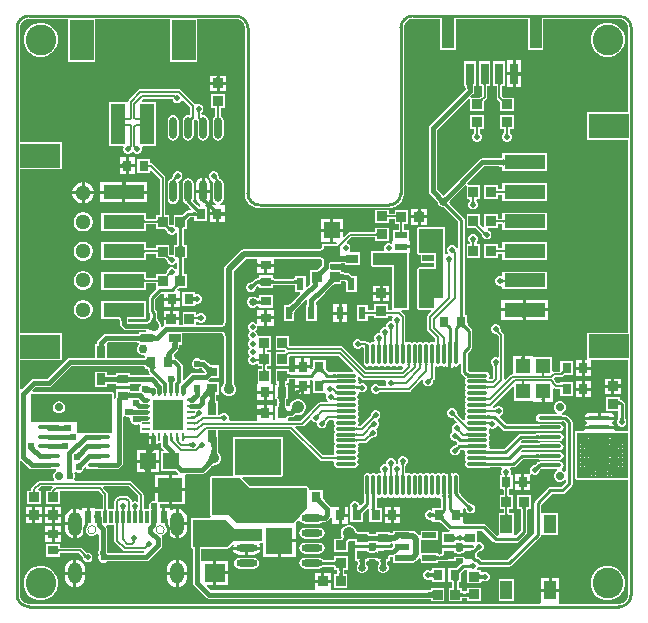
<source format=gbl>
G04*
G04 #@! TF.GenerationSoftware,Altium Limited,Altium Designer,22.0.2 (36)*
G04*
G04 Layer_Physical_Order=4*
G04 Layer_Color=16711680*
%FSLAX24Y24*%
%MOIN*%
G70*
G04*
G04 #@! TF.SameCoordinates,D7CE2511-F244-4390-A2D0-A891EFF9428C*
G04*
G04*
G04 #@! TF.FilePolarity,Positive*
G04*
G01*
G75*
%ADD10C,0.0100*%
%ADD12C,0.0060*%
%ADD15C,0.0002*%
%ADD16R,0.0354X0.0315*%
%ADD17O,0.0248X0.0734*%
%ADD37R,0.0318X0.0340*%
%ADD38R,0.0340X0.0318*%
%ADD39R,0.0680X0.0585*%
%ADD40C,0.0150*%
%ADD41C,0.0200*%
%ADD43O,0.0472X0.0709*%
%ADD44O,0.0472X0.0787*%
%ADD45C,0.0512*%
%ADD46C,0.1024*%
%ADD47C,0.0200*%
%ADD48C,0.0420*%
%ADD49C,0.0240*%
%ADD50C,0.0250*%
%ADD51C,0.0460*%
%ADD52C,0.0300*%
%ADD53C,0.0360*%
%ADD54C,0.0276*%
%ADD56O,0.0709X0.0118*%
%ADD57O,0.0118X0.0709*%
%ADD58R,0.0236X0.0433*%
%ADD59R,0.0118X0.0433*%
%ADD60R,0.0315X0.0354*%
%ADD61R,0.1378X0.0472*%
%ADD62R,0.1378X0.0787*%
%ADD63R,0.0787X0.1378*%
%ADD64R,0.0472X0.1378*%
%ADD65R,0.0835X0.0551*%
%ADD66O,0.0709X0.0236*%
%ADD67R,0.0902X0.0902*%
%ADD68R,0.0472X0.0512*%
%ADD69R,0.0555X0.0531*%
%ADD70R,0.1004X0.1004*%
%ADD71R,0.0262X0.0110*%
%ADD72R,0.0110X0.0262*%
%ADD73R,0.0295X0.0394*%
%ADD74R,0.0236X0.0421*%
%ADD75R,0.0394X0.1181*%
%ADD76R,0.0394X0.0295*%
%ADD77R,0.0531X0.0555*%
%ADD78R,0.0390X0.0209*%
%ADD79R,0.0456X0.0193*%
%ADD80R,0.0463X0.0193*%
%ADD81R,0.0787X0.0787*%
%ADD82O,0.0787X0.0138*%
%ADD83R,0.0394X0.0630*%
%ADD84R,0.0276X0.0709*%
%ADD85R,0.0394X0.1063*%
%ADD86C,0.0130*%
G36*
X15633Y17407D02*
X15628Y17405D01*
X15623Y17402D01*
X15620Y17398D01*
X15616Y17393D01*
X15614Y17386D01*
X15611Y17378D01*
X15610Y17369D01*
X15609Y17359D01*
X15609Y17348D01*
X15549D01*
X15548Y17359D01*
X15548Y17369D01*
X15546Y17378D01*
X15544Y17386D01*
X15541Y17393D01*
X15538Y17398D01*
X15534Y17402D01*
X15530Y17405D01*
X15524Y17407D01*
X15519Y17408D01*
X15639D01*
X15633Y17407D01*
D02*
G37*
G36*
X15211Y17406D02*
X15201Y17402D01*
X15192Y17394D01*
X15184Y17384D01*
X15177Y17370D01*
X15171Y17354D01*
X15167Y17334D01*
X15164Y17312D01*
X15162Y17286D01*
X15162Y17258D01*
X15012D01*
X15011Y17286D01*
X15006Y17334D01*
X15002Y17354D01*
X14996Y17370D01*
X14989Y17384D01*
X14981Y17394D01*
X14972Y17402D01*
X14962Y17406D01*
X14950Y17408D01*
X15223D01*
X15211Y17406D01*
D02*
G37*
G36*
X15539Y16904D02*
X15527Y16892D01*
X15509Y16870D01*
X15502Y16860D01*
X15497Y16851D01*
X15494Y16843D01*
X15492Y16836D01*
Y16829D01*
X15494Y16824D01*
X15497Y16819D01*
X15412Y16904D01*
X15417Y16901D01*
X15422Y16899D01*
X15429D01*
X15436Y16901D01*
X15444Y16904D01*
X15453Y16909D01*
X15463Y16916D01*
X15473Y16925D01*
X15497Y16947D01*
X15539Y16904D01*
D02*
G37*
G36*
X16232Y14661D02*
X16231Y14675D01*
X16226Y14688D01*
X16219Y14699D01*
X16208Y14709D01*
X16195Y14717D01*
X16178Y14724D01*
X16159Y14729D01*
X16136Y14733D01*
X16111Y14735D01*
X16082Y14736D01*
Y14886D01*
X16111Y14886D01*
X16136Y14889D01*
X16159Y14892D01*
X16178Y14898D01*
X16195Y14904D01*
X16208Y14913D01*
X16219Y14922D01*
X16226Y14934D01*
X16231Y14946D01*
X16232Y14961D01*
Y14661D01*
D02*
G37*
G36*
X4381Y14754D02*
X4383Y14749D01*
X4386Y14745D01*
X4390Y14741D01*
X4396Y14737D01*
X4403Y14735D01*
X4411Y14733D01*
X4420Y14731D01*
X4430Y14730D01*
X4442Y14730D01*
Y14670D01*
X4430Y14670D01*
X4420Y14669D01*
X4411Y14667D01*
X4403Y14665D01*
X4396Y14662D01*
X4390Y14659D01*
X4386Y14655D01*
X4383Y14651D01*
X4381Y14646D01*
X4381Y14640D01*
Y14760D01*
X4381Y14754D01*
D02*
G37*
G36*
X15254Y13657D02*
X15249Y13655D01*
X15245Y13652D01*
X15241Y13648D01*
X15237Y13642D01*
X15235Y13636D01*
X15233Y13628D01*
X15231Y13619D01*
X15230Y13609D01*
X15230Y13598D01*
X15170D01*
X15170Y13609D01*
X15169Y13619D01*
X15167Y13628D01*
X15165Y13636D01*
X15163Y13642D01*
X15159Y13648D01*
X15155Y13652D01*
X15151Y13655D01*
X15146Y13657D01*
X15140Y13657D01*
X15260D01*
X15254Y13657D01*
D02*
G37*
G36*
X14377Y13571D02*
X14367Y13561D01*
X14338Y13527D01*
X14333Y13521D01*
X14330Y13515D01*
X14327Y13510D01*
X14325Y13505D01*
X14325Y13501D01*
X14201Y13625D01*
X14205Y13625D01*
X14210Y13627D01*
X14215Y13630D01*
X14221Y13633D01*
X14227Y13638D01*
X14243Y13650D01*
X14261Y13667D01*
X14271Y13677D01*
X14377Y13571D01*
D02*
G37*
G36*
X14139Y13667D02*
X14173Y13638D01*
X14179Y13633D01*
X14185Y13630D01*
X14190Y13627D01*
X14195Y13625D01*
X14199Y13625D01*
X14075Y13501D01*
X14075Y13505D01*
X14073Y13510D01*
X14070Y13515D01*
X14067Y13521D01*
X14062Y13527D01*
X14050Y13543D01*
X14033Y13561D01*
X14023Y13571D01*
X14129Y13677D01*
X14139Y13667D01*
D02*
G37*
G36*
X15230Y13546D02*
X15232Y13538D01*
X15234Y13529D01*
X15236Y13520D01*
X15240Y13512D01*
X15244Y13504D01*
X15250Y13495D01*
X15256Y13487D01*
X15262Y13479D01*
X15270Y13471D01*
X15130D01*
X15138Y13479D01*
X15144Y13487D01*
X15150Y13495D01*
X15156Y13504D01*
X15160Y13512D01*
X15164Y13520D01*
X15166Y13529D01*
X15168Y13538D01*
X15170Y13546D01*
X15170Y13555D01*
X15230D01*
X15230Y13546D01*
D02*
G37*
G36*
X6315Y13588D02*
X6311Y13580D01*
X6310Y13570D01*
X6312Y13560D01*
X6316Y13548D01*
X6323Y13535D01*
X6332Y13520D01*
X6345Y13504D01*
X6360Y13487D01*
X6378Y13468D01*
X6295Y13409D01*
X6283Y13422D01*
X6257Y13442D01*
X6245Y13451D01*
X6232Y13459D01*
X6219Y13466D01*
X6206Y13471D01*
X6194Y13476D01*
X6181Y13479D01*
X6168Y13481D01*
X6322Y13594D01*
X6315Y13588D01*
D02*
G37*
G36*
X5803Y13549D02*
X5797Y13543D01*
X5794Y13536D01*
X5794Y13527D01*
X5797Y13516D01*
X5802Y13504D01*
X5811Y13490D01*
X5823Y13475D01*
X5838Y13458D01*
X5855Y13440D01*
X5775Y13378D01*
X5756Y13397D01*
X5666Y13477D01*
X5656Y13484D01*
X5646Y13490D01*
X5638Y13494D01*
X5812Y13553D01*
X5803Y13549D01*
D02*
G37*
G36*
X14276Y13498D02*
X14279Y13494D01*
X14292Y13480D01*
X14299Y13473D01*
X14325Y13499D01*
X14325Y13488D01*
X14327Y13478D01*
X14329Y13468D01*
X14332Y13458D01*
X14336Y13448D01*
X14341Y13438D01*
X14347Y13429D01*
X14353Y13420D01*
X14361Y13410D01*
X14365Y13406D01*
X14381Y13390D01*
X14310Y13319D01*
X14288Y13341D01*
X14280Y13347D01*
X14271Y13353D01*
X14262Y13359D01*
X14252Y13364D01*
X14242Y13368D01*
X14232Y13371D01*
X14222Y13373D01*
X14212Y13375D01*
X14201Y13375D01*
X14226Y13400D01*
X14200Y13425D01*
X14275Y13500D01*
X14276Y13498D01*
D02*
G37*
G36*
X14109Y19583D02*
Y18547D01*
X14623D01*
Y19583D01*
X17027Y19583D01*
Y18547D01*
X17540D01*
Y19583D01*
X20072Y19583D01*
X20101Y19583D01*
X20158Y19572D01*
X20211Y19550D01*
X20258Y19518D01*
X20299Y19477D01*
X20331Y19430D01*
X20353Y19376D01*
X20364Y19320D01*
X20364Y19291D01*
Y16476D01*
X18979D01*
Y15568D01*
X20364D01*
X20364Y9132D01*
X18979D01*
Y8227D01*
X18926D01*
Y8000D01*
X19133D01*
Y8224D01*
X20364D01*
Y5865D01*
X19921D01*
X19895Y5915D01*
X19896Y5922D01*
X19409D01*
X18922D01*
X18923Y5915D01*
X18897Y5865D01*
X18650D01*
X18604Y5846D01*
X18585Y5800D01*
Y4300D01*
X18604Y4254D01*
X18650Y4235D01*
X20364D01*
X20364Y394D01*
X20364Y365D01*
X20353Y309D01*
X20331Y256D01*
X20299Y208D01*
X20258Y167D01*
X20211Y135D01*
X20158Y113D01*
X20101Y102D01*
X18100D01*
X18063Y133D01*
X18063Y152D01*
Y498D01*
X17766D01*
X17469D01*
Y152D01*
X17432Y102D01*
X387Y102D01*
X359D01*
X302Y113D01*
X249Y135D01*
X201Y167D01*
X161Y208D01*
X129Y256D01*
X107Y309D01*
X96Y365D01*
X96Y394D01*
Y4839D01*
X146Y4860D01*
X390Y4615D01*
X435Y4585D01*
X487Y4575D01*
X1061D01*
X1092Y4581D01*
X1286D01*
X1296Y4531D01*
X1283Y4526D01*
X1228Y4470D01*
X1197Y4398D01*
Y4319D01*
X1228Y4246D01*
X1236Y4238D01*
X1217Y4192D01*
X750D01*
X715Y4185D01*
X685Y4165D01*
X496Y3976D01*
X477Y3946D01*
X470Y3911D01*
Y3873D01*
X466Y3866D01*
X466Y3865D01*
X320D01*
Y3428D01*
X780D01*
Y3865D01*
X716D01*
X695Y3915D01*
X788Y4008D01*
X1163D01*
X1182Y3962D01*
X1145Y3925D01*
X1125Y3895D01*
X1122Y3876D01*
X1117Y3865D01*
X970D01*
Y3428D01*
X1430D01*
Y3858D01*
X2712D01*
X2848Y3722D01*
Y3269D01*
X2845Y3262D01*
X2845Y3262D01*
X2587D01*
Y3302D01*
X2419D01*
Y2985D01*
X2319D01*
Y3302D01*
X2151D01*
Y3234D01*
X2106Y3212D01*
X2096Y3220D01*
X2014Y3254D01*
X1976Y3259D01*
Y2769D01*
Y2395D01*
X2013Y2393D01*
X2003Y2392D01*
X1995Y2389D01*
X1987Y2384D01*
X1981Y2376D01*
X1976Y2367D01*
Y2279D01*
X2014Y2283D01*
X2096Y2317D01*
X2166Y2371D01*
X2220Y2442D01*
X2246Y2505D01*
X2255Y2506D01*
X2298Y2500D01*
X2314Y2461D01*
X2323Y2452D01*
X2328Y2440D01*
X2367Y2401D01*
X2379Y2396D01*
X2388Y2387D01*
X2439Y2366D01*
X2452D01*
X2463Y2361D01*
X2518D01*
X2530Y2366D01*
X2543D01*
X2594Y2387D01*
X2603Y2396D01*
X2615Y2401D01*
X2654Y2440D01*
X2662Y2440D01*
X2712Y2396D01*
Y1846D01*
X2710Y1841D01*
X2711Y1839D01*
X2710Y1838D01*
X2712Y1717D01*
X2699Y1686D01*
Y1614D01*
X2726Y1548D01*
X2777Y1497D01*
X2843Y1470D01*
X2915D01*
X2981Y1497D01*
X2991Y1507D01*
X3033Y1510D01*
X3045Y1510D01*
X3050Y1512D01*
X4300D01*
X4353Y1523D01*
X4397Y1553D01*
X4797Y1953D01*
X4797Y1953D01*
X4827Y1997D01*
X4838Y2050D01*
Y2244D01*
X4827Y2297D01*
X4815Y2316D01*
X4815Y2317D01*
X4816Y2328D01*
X4834Y2372D01*
X4835Y2373D01*
X4869Y2387D01*
X4879Y2396D01*
X4890Y2401D01*
X4929Y2440D01*
X4934Y2452D01*
X4943Y2461D01*
X4959Y2500D01*
X5002Y2506D01*
X5012Y2505D01*
X5038Y2442D01*
X5092Y2371D01*
X5162Y2317D01*
X5244Y2283D01*
X5281Y2279D01*
X5281Y2291D01*
X5281Y2303D01*
X5277Y2341D01*
X5274Y2356D01*
X5269Y2369D01*
X5264Y2380D01*
X5257Y2388D01*
X5250Y2394D01*
X5241Y2398D01*
X5232Y2399D01*
X5281D01*
Y2769D01*
Y3259D01*
X5244Y3254D01*
X5162Y3220D01*
X5152Y3212D01*
X5107Y3234D01*
Y3302D01*
X4939D01*
Y2985D01*
X4839D01*
Y3302D01*
X4762D01*
X4754Y3314D01*
Y3386D01*
X4767Y3406D01*
X5050D01*
Y3850D01*
X4709D01*
Y3792D01*
X4708Y3799D01*
X4705Y3804D01*
X4699Y3809D01*
X4691Y3813D01*
X4682Y3817D01*
X4670Y3820D01*
X4656Y3822D01*
X4639Y3824D01*
X4606Y3825D01*
Y3530D01*
X4538D01*
X4472Y3503D01*
X4421Y3452D01*
X4394Y3386D01*
Y3314D01*
X4398Y3303D01*
X4370Y3262D01*
X4216D01*
X4216Y3262D01*
X4213Y3269D01*
Y3729D01*
X4206Y3764D01*
X4186Y3794D01*
X3815Y4165D01*
X3785Y4185D01*
X3750Y4192D01*
X1917D01*
X1896Y4242D01*
X1903Y4248D01*
X1930Y4314D01*
Y4386D01*
X1903Y4452D01*
X1908Y4467D01*
X1916Y4473D01*
X1967Y4490D01*
X2014Y4470D01*
X2086D01*
X2152Y4497D01*
X2203Y4548D01*
X2230Y4614D01*
Y4618D01*
X2275Y4642D01*
X2283Y4639D01*
X2296Y4620D01*
X2339Y4591D01*
X2389Y4581D01*
X2683D01*
X2714Y4575D01*
X3312D01*
X3365Y4585D01*
X3409Y4615D01*
X3497Y4703D01*
X3527Y4748D01*
X3538Y4800D01*
Y6337D01*
X3588Y6358D01*
X3598Y6347D01*
X3664Y6320D01*
X3736D01*
X3736Y6320D01*
X3772Y6285D01*
X3770Y6281D01*
Y6209D01*
X3797Y6143D01*
X3848Y6092D01*
X3914Y6065D01*
X3986D01*
X4038Y6086D01*
X4088Y6063D01*
Y5794D01*
X4382D01*
Y5700D01*
X4537D01*
Y5650D01*
X4587D01*
Y5419D01*
X4693D01*
Y5459D01*
X4793D01*
Y5381D01*
X4804Y5328D01*
X4834Y5284D01*
X4896Y5222D01*
X4876Y5176D01*
X4806D01*
Y4524D01*
X5287D01*
X5358Y4453D01*
X5372Y4444D01*
X5357Y4394D01*
X5150D01*
Y3950D01*
X5594D01*
Y4394D01*
X5636Y4412D01*
X6150D01*
X6203Y4423D01*
X6247Y4453D01*
X6450Y4656D01*
X6456Y4658D01*
X6467Y4669D01*
X6478Y4677D01*
X6487Y4685D01*
X6497Y4691D01*
X6506Y4695D01*
X6515Y4699D01*
X6523Y4702D01*
X6531Y4704D01*
X6539Y4705D01*
X6551Y4705D01*
X6561Y4710D01*
X6598D01*
X6686Y4747D01*
X6753Y4814D01*
X6790Y4902D01*
Y4998D01*
X6753Y5086D01*
X6728Y5112D01*
X6724Y5123D01*
X6716Y5131D01*
X6711Y5137D01*
X6707Y5145D01*
X6703Y5152D01*
X6699Y5161D01*
X6696Y5171D01*
X6693Y5182D01*
X6692Y5194D01*
X6690Y5207D01*
X6690Y5223D01*
X6688Y5229D01*
Y5326D01*
X6690Y5331D01*
X6691Y5407D01*
X6691Y5421D01*
X6695D01*
Y5471D01*
X6699Y5478D01*
X6698Y5480D01*
X6699Y5482D01*
X6695Y5491D01*
Y5873D01*
X9097D01*
X10085Y4885D01*
X10115Y4865D01*
X10150Y4858D01*
X10535D01*
X10556Y4831D01*
X10558Y4823D01*
X10559Y4805D01*
X10555Y4798D01*
X10546Y4752D01*
X10555Y4706D01*
X10581Y4666D01*
X10620Y4640D01*
X10667Y4631D01*
X11257D01*
X11304Y4640D01*
X11343Y4666D01*
X11370Y4706D01*
X11379Y4752D01*
X11370Y4798D01*
X11343Y4838D01*
Y4863D01*
X11370Y4902D01*
X11379Y4949D01*
X11370Y4995D01*
X11343Y5035D01*
Y5060D01*
X11370Y5099D01*
X11379Y5146D01*
X11370Y5192D01*
X11359Y5207D01*
X11347Y5244D01*
X11359Y5281D01*
X11370Y5296D01*
X11379Y5343D01*
X11370Y5389D01*
X11366Y5394D01*
X11367Y5412D01*
X11368Y5417D01*
X11391Y5448D01*
X11589D01*
X11624Y5455D01*
X11654Y5474D01*
X11798Y5618D01*
X11805Y5621D01*
X11810Y5625D01*
X11812Y5627D01*
X11814Y5628D01*
X11817Y5630D01*
X11821Y5631D01*
X11825Y5633D01*
X11830Y5634D01*
X11835Y5634D01*
X11841Y5635D01*
X11850Y5635D01*
X11862Y5640D01*
X11882D01*
X11941Y5664D01*
X11986Y5709D01*
X12010Y5768D01*
Y5832D01*
X11986Y5891D01*
X11976Y5900D01*
X11986Y5949D01*
X12000Y5955D01*
X12045Y6000D01*
X12069Y6059D01*
Y6122D01*
X12045Y6181D01*
X12023Y6203D01*
X12035Y6262D01*
X12041Y6264D01*
X12086Y6309D01*
X12110Y6368D01*
Y6432D01*
X12086Y6491D01*
X12041Y6536D01*
X11982Y6560D01*
X11918D01*
X11859Y6536D01*
X11814Y6491D01*
X11790Y6432D01*
Y6412D01*
X11785Y6400D01*
X11785Y6391D01*
X11784Y6385D01*
X11784Y6380D01*
X11783Y6375D01*
X11781Y6371D01*
X11780Y6367D01*
X11778Y6364D01*
X11777Y6362D01*
X11775Y6360D01*
X11771Y6355D01*
X11768Y6348D01*
X11445Y6025D01*
X11391D01*
X11368Y6056D01*
X11367Y6061D01*
X11366Y6078D01*
X11370Y6083D01*
X11379Y6130D01*
X11370Y6176D01*
X11359Y6192D01*
X11347Y6228D01*
X11359Y6265D01*
X11370Y6280D01*
X11379Y6327D01*
X11370Y6373D01*
X11359Y6388D01*
X11347Y6425D01*
X11359Y6462D01*
X11370Y6477D01*
X11379Y6524D01*
X11370Y6570D01*
X11359Y6585D01*
X11347Y6622D01*
X11359Y6659D01*
X11370Y6674D01*
X11379Y6720D01*
X11370Y6767D01*
X11359Y6782D01*
X11347Y6819D01*
X11359Y6856D01*
X11370Y6871D01*
X11379Y6917D01*
X11370Y6964D01*
X11343Y7003D01*
Y7028D01*
X11370Y7068D01*
X11379Y7114D01*
X11376Y7128D01*
X11387Y7140D01*
X11421Y7160D01*
X11468Y7140D01*
X11532D01*
X11591Y7164D01*
X11636Y7209D01*
X11660Y7268D01*
Y7332D01*
X11636Y7391D01*
X11591Y7436D01*
X11532Y7460D01*
X11468D01*
X11412Y7437D01*
X11387Y7451D01*
X11371Y7468D01*
X11379Y7508D01*
X11370Y7554D01*
X11359Y7570D01*
X11351Y7596D01*
X11372Y7639D01*
X11422Y7649D01*
X11485Y7585D01*
X11515Y7565D01*
X11550Y7558D01*
X12268D01*
X12301Y7508D01*
X12290Y7482D01*
Y7418D01*
X12301Y7392D01*
X12268Y7342D01*
X12115D01*
X12108Y7345D01*
X12102Y7345D01*
X12099Y7346D01*
X12096Y7346D01*
X12093Y7347D01*
X12090Y7349D01*
X12086Y7351D01*
X12082Y7353D01*
X12078Y7357D01*
X12073Y7361D01*
X12066Y7367D01*
X12055Y7371D01*
X12041Y7386D01*
X11982Y7410D01*
X11918D01*
X11859Y7386D01*
X11814Y7341D01*
X11790Y7282D01*
Y7218D01*
X11814Y7159D01*
X11859Y7114D01*
X11918Y7090D01*
X11982D01*
X12041Y7114D01*
X12055Y7129D01*
X12066Y7133D01*
X12073Y7139D01*
X12078Y7143D01*
X12082Y7147D01*
X12086Y7149D01*
X12090Y7151D01*
X12093Y7153D01*
X12096Y7154D01*
X12099Y7154D01*
X12102Y7155D01*
X12108Y7155D01*
X12115Y7158D01*
X13050D01*
X13085Y7165D01*
X13115Y7185D01*
X13503Y7573D01*
X13545Y7545D01*
X13540Y7532D01*
Y7468D01*
X13564Y7409D01*
X13609Y7364D01*
X13668Y7340D01*
X13732D01*
X13791Y7364D01*
X13836Y7409D01*
X13860Y7468D01*
Y7488D01*
X13865Y7500D01*
X13865Y7509D01*
X13866Y7515D01*
X13866Y7520D01*
X13867Y7525D01*
X13869Y7529D01*
X13870Y7533D01*
X13872Y7536D01*
X13873Y7538D01*
X13875Y7540D01*
X13879Y7545D01*
X13882Y7552D01*
X13901Y7571D01*
X13921Y7601D01*
X13928Y7636D01*
Y7985D01*
X13959Y8008D01*
X13964Y8009D01*
X13981Y8010D01*
X13987Y8006D01*
X14033Y7997D01*
X14080Y8006D01*
X14119Y8032D01*
X14144D01*
X14183Y8006D01*
X14230Y7997D01*
X14276Y8006D01*
X14300Y8022D01*
X14312Y8003D01*
X14365Y7968D01*
X14377Y7966D01*
Y8413D01*
X14477D01*
Y7966D01*
X14489Y7968D01*
X14541Y8003D01*
X14554Y8022D01*
X14577Y8006D01*
X14624Y7997D01*
X14670Y8006D01*
X14709Y8032D01*
X14736Y8072D01*
X14738Y8082D01*
X14788Y8077D01*
Y7847D01*
X14788Y7847D01*
X14796Y7804D01*
X14821Y7767D01*
X14859Y7729D01*
X14861Y7723D01*
X14862Y7723D01*
X14862Y7722D01*
X14898Y7685D01*
X14920Y7661D01*
X14923Y7657D01*
X14924Y7655D01*
X14925Y7653D01*
X14926Y7653D01*
X14926Y7650D01*
X14935Y7643D01*
X14951Y7619D01*
X14935Y7570D01*
X14925Y7554D01*
X14916Y7508D01*
X14925Y7461D01*
X14951Y7422D01*
Y7397D01*
X14925Y7357D01*
X14916Y7311D01*
X14925Y7265D01*
X14935Y7249D01*
X14947Y7213D01*
X14935Y7176D01*
X14925Y7161D01*
X14916Y7114D01*
X14925Y7068D01*
X14951Y7028D01*
Y7003D01*
X14925Y6964D01*
X14916Y6917D01*
X14925Y6871D01*
X14951Y6831D01*
Y6806D01*
X14925Y6767D01*
X14916Y6720D01*
X14925Y6674D01*
X14935Y6659D01*
X14947Y6622D01*
X14935Y6585D01*
X14925Y6570D01*
X14916Y6524D01*
X14925Y6477D01*
X14951Y6438D01*
Y6413D01*
X14925Y6373D01*
X14916Y6327D01*
X14925Y6280D01*
X14935Y6265D01*
X14937Y6258D01*
X14921Y6231D01*
X14862Y6224D01*
X14684Y6402D01*
X14681Y6409D01*
X14677Y6414D01*
X14675Y6416D01*
X14673Y6419D01*
X14672Y6422D01*
X14670Y6426D01*
X14669Y6430D01*
X14667Y6436D01*
X14666Y6441D01*
X14665Y6448D01*
X14665Y6457D01*
X14660Y6467D01*
Y6482D01*
X14636Y6541D01*
X14591Y6586D01*
X14532Y6610D01*
X14468D01*
X14409Y6586D01*
X14364Y6541D01*
X14340Y6482D01*
Y6418D01*
X14364Y6359D01*
X14409Y6314D01*
X14468Y6290D01*
X14494D01*
X14507Y6285D01*
X14515Y6285D01*
X14521Y6285D01*
X14526Y6285D01*
X14531Y6284D01*
X14534Y6283D01*
X14537Y6282D01*
X14540Y6280D01*
X14542Y6279D01*
X14544Y6277D01*
X14549Y6273D01*
X14556Y6271D01*
X14666Y6160D01*
X14646Y6110D01*
X14618D01*
X14559Y6086D01*
X14514Y6041D01*
X14490Y5982D01*
Y5918D01*
X14508Y5874D01*
X14509Y5820D01*
X14464Y5775D01*
X14440Y5717D01*
Y5653D01*
X14464Y5594D01*
X14509Y5549D01*
X14568Y5525D01*
X14618D01*
X14619Y5524D01*
X14620Y5524D01*
X14621Y5523D01*
X14622Y5523D01*
X14622Y5523D01*
X14624Y5522D01*
X14627Y5520D01*
X14637Y5512D01*
X14643Y5506D01*
X14649Y5504D01*
X14653Y5498D01*
X14655Y5498D01*
X14668Y5485D01*
X14664Y5423D01*
X14663Y5422D01*
X14663Y5422D01*
X14630Y5389D01*
X14624Y5387D01*
X14611Y5374D01*
X14606Y5371D01*
X14602Y5368D01*
X14599Y5366D01*
X14597Y5365D01*
X14597Y5365D01*
X14596Y5364D01*
X14595Y5364D01*
X14594Y5364D01*
X14593Y5363D01*
X14592Y5363D01*
X14591Y5362D01*
X14587Y5360D01*
X14568D01*
X14509Y5336D01*
X14464Y5291D01*
X14440Y5232D01*
Y5168D01*
X14464Y5109D01*
X14509Y5064D01*
X14568Y5040D01*
X14632D01*
X14691Y5064D01*
X14736Y5109D01*
X14760Y5168D01*
Y5187D01*
X14762Y5191D01*
X14763Y5192D01*
X14763Y5193D01*
X14764Y5194D01*
X14764Y5195D01*
X14764Y5196D01*
X14765Y5197D01*
X14765Y5197D01*
X14766Y5199D01*
X14768Y5202D01*
X14770Y5206D01*
X14780Y5217D01*
X14786Y5223D01*
X14788Y5230D01*
X14789Y5230D01*
X14890D01*
X14914Y5204D01*
X14922Y5177D01*
X14916Y5146D01*
X14925Y5099D01*
X14935Y5084D01*
X14947Y5047D01*
X14935Y5010D01*
X14925Y4995D01*
X14916Y4949D01*
X14925Y4902D01*
X14951Y4863D01*
Y4838D01*
X14925Y4798D01*
X14916Y4752D01*
X14925Y4706D01*
X14951Y4666D01*
X14991Y4640D01*
X15037Y4631D01*
X15628D01*
X15646Y4634D01*
X15650Y4633D01*
X15651Y4633D01*
X15653Y4633D01*
X15760Y4637D01*
X15765Y4640D01*
X16143D01*
X16164Y4591D01*
X16140Y4532D01*
Y4468D01*
X16153Y4437D01*
X16121Y4387D01*
X16085D01*
Y3913D01*
X16208D01*
X16208Y3912D01*
X16212Y3905D01*
Y3738D01*
X16208Y3731D01*
X16208Y3730D01*
X16085D01*
Y3270D01*
X16214D01*
X16214Y3269D01*
X16217Y3262D01*
Y3135D01*
X16214Y3128D01*
X16214Y3127D01*
X16052D01*
Y2412D01*
X16052Y2377D01*
X16009Y2362D01*
X15996D01*
X15629Y2729D01*
X15593Y2754D01*
X15550Y2762D01*
X15550Y2762D01*
X14916D01*
X14870Y2773D01*
Y3000D01*
X14869D01*
X14850Y3000D01*
X14833Y2998D01*
X14829Y2997D01*
Y2980D01*
X14824Y2984D01*
X14819Y2987D01*
X14814Y2990D01*
X14807Y2993D01*
X14805Y2992D01*
X14793Y2988D01*
X14784Y2982D01*
X14777Y2975D01*
X14772Y2968D01*
X14769Y2959D01*
X14768Y2950D01*
Y2999D01*
X14753Y3000D01*
X14613D01*
Y3100D01*
X14753D01*
X14764Y3100D01*
X14768Y3101D01*
Y3150D01*
X14769Y3140D01*
X14772Y3132D01*
X14777Y3124D01*
X14784Y3118D01*
X14793Y3113D01*
X14805Y3108D01*
X14807Y3107D01*
X14814Y3110D01*
X14819Y3113D01*
X14824Y3116D01*
X14829Y3120D01*
Y3103D01*
X14833Y3102D01*
X14850Y3101D01*
X14869Y3100D01*
X14870D01*
Y3255D01*
X14918Y3277D01*
X14936Y3265D01*
X14946Y3256D01*
X14947Y3255D01*
X14947Y3254D01*
X14948Y3252D01*
X14950Y3249D01*
Y3236D01*
X14974Y3178D01*
X15019Y3133D01*
X15078Y3108D01*
X15142D01*
X15201Y3133D01*
X15246Y3178D01*
X15270Y3236D01*
Y3300D01*
X15246Y3359D01*
X15201Y3404D01*
X15142Y3428D01*
X15116D01*
X15112Y3430D01*
X15111Y3430D01*
X15110Y3432D01*
X15109Y3432D01*
X15108Y3432D01*
X15107Y3433D01*
X15106Y3433D01*
X15105Y3433D01*
X15102Y3435D01*
X15099Y3437D01*
X15088Y3447D01*
X15082Y3453D01*
X15081Y3453D01*
X15080Y3454D01*
X15074Y3456D01*
X14803Y3727D01*
X14801Y3733D01*
X14800Y3733D01*
X14800Y3734D01*
X14783Y3752D01*
X14769Y3768D01*
X14758Y3781D01*
X14750Y3793D01*
X14745Y3802D01*
Y4339D01*
X14736Y4385D01*
X14709Y4424D01*
X14670Y4451D01*
X14624Y4460D01*
X14577Y4451D01*
X14554Y4435D01*
X14541Y4453D01*
X14489Y4488D01*
X14477Y4491D01*
Y4043D01*
X14377D01*
Y4491D01*
X14365Y4488D01*
X14312Y4453D01*
X14300Y4435D01*
X14276Y4451D01*
X14230Y4460D01*
X14183Y4451D01*
X14168Y4441D01*
X14119Y4424D01*
X14080Y4451D01*
X14033Y4460D01*
X13987Y4451D01*
X13947Y4424D01*
X13922D01*
X13883Y4451D01*
X13836Y4460D01*
X13790Y4451D01*
X13750Y4424D01*
X13701Y4441D01*
X13686Y4451D01*
X13639Y4460D01*
X13593Y4451D01*
X13554Y4424D01*
X13528D01*
X13489Y4451D01*
X13443Y4460D01*
X13396Y4451D01*
X13357Y4424D01*
X13332D01*
X13292Y4451D01*
X13246Y4460D01*
X13199Y4451D01*
X13160Y4424D01*
X13135D01*
X13095Y4451D01*
X13049Y4460D01*
X13002Y4451D01*
X12997Y4447D01*
X12979Y4448D01*
X12975Y4449D01*
X12944Y4472D01*
Y4685D01*
X12947Y4692D01*
X12947Y4698D01*
X12948Y4701D01*
X12948Y4704D01*
X12949Y4707D01*
X12951Y4710D01*
X12953Y4714D01*
X12955Y4718D01*
X12959Y4722D01*
X12963Y4727D01*
X12969Y4734D01*
X12973Y4745D01*
X12988Y4759D01*
X13012Y4818D01*
Y4882D01*
X12988Y4941D01*
X12943Y4986D01*
X12884Y5010D01*
X12820D01*
X12761Y4986D01*
X12716Y4941D01*
X12692Y4882D01*
Y4818D01*
X12697Y4806D01*
X12695Y4799D01*
X12668Y4767D01*
X12618Y4774D01*
Y4832D01*
X12594Y4891D01*
X12549Y4936D01*
X12490Y4960D01*
X12426D01*
X12368Y4936D01*
X12323Y4891D01*
X12298Y4832D01*
Y4806D01*
X12294Y4767D01*
X12252Y4760D01*
X12230D01*
X12171Y4736D01*
X12126Y4691D01*
X12101Y4632D01*
Y4568D01*
X12126Y4509D01*
X12113Y4456D01*
X12108Y4451D01*
X12065Y4460D01*
X12018Y4451D01*
X11979Y4424D01*
X11954D01*
X11914Y4451D01*
X11868Y4460D01*
X11821Y4451D01*
X11782Y4424D01*
X11757D01*
X11717Y4451D01*
X11671Y4460D01*
X11624Y4451D01*
X11585Y4424D01*
X11559Y4385D01*
X11549Y4339D01*
Y3748D01*
X11553Y3730D01*
X11551Y3725D01*
X11552Y3724D01*
X11551Y3723D01*
X11556Y3616D01*
X11559Y3610D01*
Y3472D01*
X11460Y3373D01*
X11438Y3377D01*
X11406Y3390D01*
X11386Y3441D01*
X11341Y3486D01*
X11282Y3510D01*
X11218D01*
X11159Y3486D01*
X11114Y3441D01*
X11090Y3382D01*
Y3318D01*
X11101Y3293D01*
X11096Y3285D01*
X11096D01*
Y3233D01*
X11092Y3224D01*
X11093Y3220D01*
X11092Y3216D01*
X11096Y3210D01*
Y2811D01*
X11530D01*
Y3067D01*
X11533Y3072D01*
X11532Y3077D01*
X11534Y3082D01*
X11530Y3091D01*
Y3112D01*
X11533Y3116D01*
X11541Y3127D01*
X11568Y3160D01*
X11587Y3179D01*
X11589Y3185D01*
X11666Y3262D01*
X11724Y3249D01*
X11734Y3226D01*
X11738Y3218D01*
X11737Y3208D01*
X11738Y3206D01*
Y2813D01*
X12173D01*
Y3287D01*
X11986D01*
X11986Y3288D01*
X11984Y3298D01*
X11983Y3310D01*
X11983Y3328D01*
X11980Y3334D01*
Y3601D01*
X12006Y3625D01*
X12033Y3633D01*
X12065Y3627D01*
X12111Y3636D01*
X12150Y3662D01*
X12176D01*
X12215Y3636D01*
X12261Y3627D01*
X12308Y3636D01*
X12347Y3662D01*
X12372D01*
X12412Y3636D01*
X12458Y3627D01*
X12505Y3636D01*
X12544Y3662D01*
X12569D01*
X12609Y3636D01*
X12655Y3627D01*
X12702Y3636D01*
X12741Y3662D01*
X12766D01*
X12806Y3636D01*
X12852Y3627D01*
X12898Y3636D01*
X12938Y3662D01*
X12963D01*
X13002Y3636D01*
X13049Y3627D01*
X13095Y3636D01*
X13135Y3662D01*
X13160D01*
X13199Y3636D01*
X13246Y3627D01*
X13292Y3636D01*
X13332Y3662D01*
X13357D01*
X13396Y3636D01*
X13443Y3627D01*
X13489Y3636D01*
X13504Y3646D01*
X13541Y3658D01*
X13578Y3646D01*
X13593Y3636D01*
X13639Y3627D01*
X13686Y3636D01*
X13725Y3662D01*
X13775Y3646D01*
X13790Y3636D01*
X13836Y3627D01*
X13883Y3636D01*
X13922Y3662D01*
X13947D01*
X13987Y3636D01*
X14033Y3627D01*
X14064Y3633D01*
X14094Y3623D01*
X14118Y3601D01*
Y3287D01*
X13844D01*
Y3238D01*
X13794Y3205D01*
X13782Y3210D01*
X13718D01*
X13659Y3186D01*
X13614Y3141D01*
X13590Y3082D01*
Y3018D01*
X13614Y2959D01*
X13659Y2914D01*
X13718Y2890D01*
X13782D01*
X13794Y2895D01*
X13844Y2862D01*
Y2813D01*
X14062D01*
X14067Y2810D01*
X14072Y2811D01*
X14077Y2809D01*
X14086Y2813D01*
X14106D01*
X14110Y2811D01*
X14121Y2803D01*
X14154Y2775D01*
X14173Y2757D01*
X14179Y2754D01*
X14363Y2571D01*
X14363Y2571D01*
X14399Y2546D01*
X14416Y2543D01*
X14411Y2493D01*
X14150D01*
Y2058D01*
X14625D01*
Y2104D01*
X14634Y2114D01*
X14675Y2134D01*
X14718Y2116D01*
X14782D01*
X14800Y2123D01*
X14850Y2090D01*
Y2058D01*
X15177D01*
X15214Y2014D01*
X15214Y1994D01*
X15181Y1964D01*
X15167Y1953D01*
X15155Y1944D01*
X15151Y1942D01*
X15131D01*
X15122Y1946D01*
X15117Y1944D01*
X15112Y1945D01*
X15107Y1942D01*
X14850D01*
Y1843D01*
X14849Y1842D01*
X14840Y1841D01*
X14827Y1840D01*
X14810Y1839D01*
X14804Y1837D01*
X14671D01*
X14665Y1839D01*
X14648Y1840D01*
X14636Y1841D01*
X14626Y1842D01*
X14625Y1843D01*
Y1942D01*
X14150D01*
Y1744D01*
X14149Y1744D01*
X14140Y1742D01*
X14127Y1741D01*
X14110Y1741D01*
X14104Y1738D01*
X14080D01*
X14073Y1741D01*
X14056Y1741D01*
X14043Y1742D01*
X14033Y1744D01*
X14033Y1744D01*
Y1782D01*
X13981D01*
X13972Y1786D01*
X13968Y1785D01*
X13964Y1786D01*
X13958Y1782D01*
X13463D01*
Y2218D01*
X14033D01*
Y2530D01*
X13450D01*
Y2401D01*
X13400Y2380D01*
X13295Y2486D01*
X13242Y2521D01*
X13180Y2534D01*
X12851D01*
X12833Y2537D01*
X12709D01*
X12675Y2530D01*
X12545D01*
Y2491D01*
X12495Y2443D01*
X12495Y2443D01*
X12469Y2445D01*
X12448Y2448D01*
X12431Y2452D01*
X12425Y2455D01*
Y2493D01*
X12372D01*
X12363Y2497D01*
X12358Y2494D01*
X12351Y2496D01*
X12347Y2493D01*
X11950D01*
Y2439D01*
X11947Y2432D01*
X11946Y2429D01*
X11945Y2427D01*
X11937Y2424D01*
X11924Y2421D01*
X11907Y2418D01*
X11886Y2416D01*
X11860Y2416D01*
X11855Y2413D01*
X11820D01*
X11815Y2416D01*
X11788Y2416D01*
X11767Y2418D01*
X11750Y2421D01*
X11737Y2424D01*
X11729Y2428D01*
X11727Y2429D01*
X11727Y2432D01*
X11725Y2436D01*
Y2493D01*
X11418D01*
X11405Y2496D01*
X11393D01*
X11388Y2498D01*
X11370Y2499D01*
X11357Y2500D01*
X11346Y2503D01*
X11338Y2506D01*
X11331Y2509D01*
X11326Y2513D01*
X11322Y2517D01*
X11318Y2522D01*
X11314Y2529D01*
X11309Y2541D01*
X11304Y2547D01*
X11302Y2554D01*
X11266Y2616D01*
X11216Y2666D01*
X11154Y2702D01*
X11086Y2720D01*
X11014D01*
X10946Y2702D01*
X10884Y2666D01*
X10834Y2616D01*
X10798Y2554D01*
X10780Y2486D01*
Y2414D01*
X10798Y2346D01*
X10820Y2308D01*
X10797Y2265D01*
X10557D01*
Y1828D01*
X11017D01*
Y2145D01*
X11020Y2155D01*
X11059Y2180D01*
X11086D01*
X11133Y2193D01*
X11145Y2192D01*
X11175Y2202D01*
X11188Y2205D01*
X11199Y2208D01*
X11210Y2206D01*
X11244Y2181D01*
X11250Y2174D01*
Y2058D01*
X11725D01*
Y2115D01*
X11727Y2119D01*
X11727Y2122D01*
X11729Y2124D01*
X11737Y2127D01*
X11750Y2130D01*
X11767Y2133D01*
X11788Y2135D01*
X11815Y2136D01*
X11820Y2138D01*
X11855D01*
X11860Y2136D01*
X11886Y2135D01*
X11907Y2133D01*
X11924Y2130D01*
X11937Y2127D01*
X11945Y2124D01*
X11946Y2123D01*
X11947Y2119D01*
X11950Y2113D01*
Y2058D01*
X12347D01*
X12351Y2055D01*
X12358Y2057D01*
X12363Y2054D01*
X12372Y2058D01*
X12425D01*
Y2097D01*
X12431Y2099D01*
X12448Y2103D01*
X12469Y2106D01*
X12489Y2107D01*
X12529Y2073D01*
X12531Y2023D01*
X12482Y1975D01*
X12452Y1955D01*
X12444Y1946D01*
X12368Y1946D01*
X12367Y1945D01*
X12366Y1946D01*
X12361Y1946D01*
X12359Y1945D01*
X12356D01*
X12354Y1945D01*
X12353Y1945D01*
X12352Y1945D01*
X12270D01*
X12257Y1942D01*
X11950D01*
Y1887D01*
X11947Y1881D01*
X11946Y1877D01*
X11945Y1876D01*
X11937Y1873D01*
X11924Y1870D01*
X11907Y1867D01*
X11886Y1865D01*
X11860Y1864D01*
X11855Y1862D01*
X11820D01*
X11815Y1864D01*
X11788Y1865D01*
X11767Y1867D01*
X11750Y1870D01*
X11737Y1873D01*
X11729Y1876D01*
X11727Y1878D01*
X11727Y1881D01*
X11725Y1885D01*
Y1942D01*
X11250D01*
Y1507D01*
X11333D01*
X11337Y1505D01*
X11340Y1504D01*
X11342Y1502D01*
X11345Y1494D01*
X11348Y1482D01*
X11351Y1464D01*
X11353Y1443D01*
X11353Y1435D01*
X11352Y1419D01*
X11351Y1415D01*
X11351Y1414D01*
X11351Y1413D01*
X11351Y1413D01*
X11350Y1413D01*
X11350Y1412D01*
X11343Y1405D01*
X11315Y1337D01*
Y1263D01*
X11343Y1195D01*
X11395Y1143D01*
X11463Y1115D01*
X11537D01*
X11605Y1143D01*
X11657Y1195D01*
X11685Y1263D01*
Y1337D01*
X11657Y1405D01*
X11638Y1423D01*
X11638Y1424D01*
X11637Y1427D01*
X11637Y1428D01*
X11637Y1430D01*
X11635Y1452D01*
X11636Y1464D01*
X11639Y1482D01*
X11642Y1494D01*
X11646Y1502D01*
X11647Y1504D01*
X11651Y1505D01*
X11655Y1507D01*
X11725D01*
Y1564D01*
X11727Y1568D01*
X11727Y1571D01*
X11729Y1572D01*
X11737Y1576D01*
X11750Y1579D01*
X11767Y1582D01*
X11788Y1584D01*
X11815Y1584D01*
X11820Y1587D01*
X11855D01*
X11860Y1584D01*
X11886Y1584D01*
X11907Y1582D01*
X11924Y1579D01*
X11937Y1576D01*
X11945Y1573D01*
X11946Y1571D01*
X11947Y1568D01*
X11950Y1561D01*
Y1507D01*
X12033D01*
X12037Y1505D01*
X12040Y1504D01*
X12042Y1502D01*
X12045Y1494D01*
X12048Y1482D01*
X12051Y1464D01*
X12053Y1443D01*
X12053Y1435D01*
X12052Y1419D01*
X12051Y1415D01*
X12051Y1414D01*
X12051Y1413D01*
X12051Y1413D01*
X12050Y1413D01*
X12050Y1412D01*
X12043Y1405D01*
X12015Y1337D01*
Y1263D01*
X12043Y1195D01*
X12095Y1143D01*
X12163Y1115D01*
X12237D01*
X12305Y1143D01*
X12357Y1195D01*
X12385Y1263D01*
Y1337D01*
X12357Y1405D01*
X12338Y1423D01*
X12338Y1424D01*
X12337Y1427D01*
X12337Y1428D01*
X12337Y1430D01*
X12335Y1452D01*
X12336Y1464D01*
X12339Y1482D01*
X12342Y1494D01*
X12346Y1502D01*
X12347Y1504D01*
X12351Y1505D01*
X12355Y1507D01*
X12425D01*
Y1658D01*
X12430Y1660D01*
X12442Y1663D01*
X12457Y1665D01*
X12476Y1666D01*
X12495Y1667D01*
X12504Y1665D01*
X12545Y1641D01*
Y1470D01*
X12800D01*
X12833Y1463D01*
X12851Y1466D01*
X13180D01*
X13242Y1479D01*
X13295Y1514D01*
X13400Y1620D01*
X13450Y1599D01*
Y1470D01*
X13958D01*
X13964Y1466D01*
X13968Y1467D01*
X13972Y1466D01*
X13981Y1470D01*
X14033D01*
Y1508D01*
X14033Y1508D01*
X14043Y1510D01*
X14056Y1511D01*
X14073Y1511D01*
X14080Y1514D01*
X14105D01*
X14111Y1511D01*
X14129Y1511D01*
X14150Y1510D01*
Y1507D01*
X14195D01*
X14199Y1504D01*
X14205Y1506D01*
X14211Y1503D01*
X14220Y1507D01*
X14625D01*
Y1606D01*
X14626Y1606D01*
X14636Y1608D01*
X14648Y1609D01*
X14665Y1609D01*
X14671Y1612D01*
X14804D01*
X14810Y1609D01*
X14827Y1609D01*
X14840Y1608D01*
X14849Y1606D01*
X14850Y1606D01*
Y1507D01*
X14850D01*
X14846Y1458D01*
X14822Y1454D01*
X14786Y1429D01*
X14706Y1350D01*
X14700Y1348D01*
X14662Y1313D01*
X14648Y1301D01*
X14636Y1293D01*
X14632Y1291D01*
X14612D01*
X14603Y1294D01*
X14598Y1292D01*
X14593Y1294D01*
X14588Y1291D01*
X14371D01*
Y816D01*
X14488D01*
X14488Y815D01*
X14489Y806D01*
X14491Y793D01*
X14491Y776D01*
X14494Y770D01*
Y680D01*
X14491Y674D01*
X14491Y657D01*
X14489Y644D01*
X14488Y635D01*
X14487Y633D01*
X14387D01*
Y173D01*
X14825D01*
Y285D01*
X14826Y285D01*
X14835Y287D01*
X14848Y288D01*
X14865Y288D01*
X14871Y291D01*
X14961D01*
X14967Y288D01*
X14984Y288D01*
X14996Y287D01*
X15006Y285D01*
X15007Y285D01*
Y188D01*
X15467D01*
Y626D01*
X15007D01*
Y522D01*
X15006Y521D01*
X14996Y520D01*
X14984Y519D01*
X14967Y518D01*
X14961Y516D01*
X14871D01*
X14865Y518D01*
X14848Y519D01*
X14835Y520D01*
X14826Y521D01*
X14825Y522D01*
Y633D01*
X14724D01*
X14724Y635D01*
X14722Y644D01*
X14721Y657D01*
X14721Y674D01*
X14718Y680D01*
Y770D01*
X14721Y776D01*
X14721Y793D01*
X14722Y806D01*
X14724Y815D01*
X14724Y816D01*
X14805D01*
Y1073D01*
X14808Y1078D01*
X14807Y1083D01*
X14809Y1088D01*
X14805Y1097D01*
Y1117D01*
X14808Y1121D01*
X14816Y1132D01*
X14843Y1165D01*
X14862Y1184D01*
X14864Y1191D01*
X14911Y1238D01*
X14965D01*
X15007Y1219D01*
Y781D01*
X15467D01*
Y835D01*
X15468Y836D01*
X15486Y848D01*
X15517Y861D01*
X15568Y840D01*
X15632D01*
X15691Y864D01*
X15736Y909D01*
X15760Y968D01*
Y1032D01*
X15736Y1091D01*
X15691Y1136D01*
X15632Y1160D01*
X15568D01*
X15517Y1139D01*
X15486Y1152D01*
X15468Y1164D01*
X15467Y1165D01*
Y1219D01*
X15360D01*
X15340Y1269D01*
X15356Y1308D01*
X15367Y1322D01*
X15410Y1342D01*
X15430Y1338D01*
X16400D01*
X16400Y1338D01*
X16443Y1346D01*
X16479Y1371D01*
X17429Y2321D01*
X17429Y2321D01*
X17454Y2357D01*
X17459Y2384D01*
X17509Y2379D01*
Y2377D01*
X18023D01*
Y3127D01*
X17512D01*
X17509Y3127D01*
X17462Y3135D01*
Y3404D01*
X17821Y3763D01*
X18175D01*
X18175Y3763D01*
X18218Y3771D01*
X18254Y3796D01*
X18479Y4021D01*
X18479Y4021D01*
X18504Y4057D01*
X18512Y4100D01*
X18512Y4100D01*
Y6150D01*
X18504Y6193D01*
X18479Y6229D01*
X18479Y6229D01*
X18342Y6367D01*
X18306Y6391D01*
X18263Y6400D01*
X18263Y6400D01*
X18235D01*
X18228Y6402D01*
X18193Y6403D01*
X18165Y6404D01*
X18165Y6404D01*
X18158Y6456D01*
X18202Y6474D01*
X18258Y6530D01*
X18288Y6602D01*
Y6681D01*
X18258Y6754D01*
X18202Y6809D01*
X18130Y6840D01*
X18051D01*
X17978Y6809D01*
X17922Y6754D01*
X17892Y6681D01*
Y6602D01*
X17922Y6530D01*
X17978Y6474D01*
X17991Y6469D01*
X17981Y6419D01*
X17431D01*
X17380Y6409D01*
X17338Y6380D01*
X17309Y6338D01*
X17299Y6287D01*
X17309Y6237D01*
X17338Y6194D01*
X17380Y6166D01*
X17431Y6156D01*
X18080D01*
X18103Y6160D01*
X18107Y6159D01*
X18119Y6164D01*
X18127Y6165D01*
X18128Y6165D01*
X18134Y6165D01*
X18137Y6166D01*
X18137Y6166D01*
X18138Y6167D01*
X18140Y6167D01*
X18144Y6168D01*
X18211Y6172D01*
X18219Y6172D01*
X18288Y6104D01*
Y4511D01*
X18238Y4490D01*
X18202Y4526D01*
X18149Y4548D01*
X18147Y4602D01*
X18173Y4620D01*
X18202Y4662D01*
X18212Y4713D01*
X18202Y4763D01*
X18173Y4806D01*
X18131Y4834D01*
X18080Y4844D01*
X17431D01*
X17380Y4834D01*
X17338Y4806D01*
X17325Y4786D01*
X17321Y4785D01*
X17265Y4728D01*
X17261Y4724D01*
X17256Y4721D01*
X17252Y4718D01*
X17249Y4716D01*
X17247Y4715D01*
X17247Y4715D01*
X17246Y4714D01*
X17245Y4714D01*
X17244Y4714D01*
X17243Y4713D01*
X17242Y4713D01*
X17241Y4712D01*
X17237Y4710D01*
X17218D01*
X17159Y4686D01*
X17114Y4641D01*
X17090Y4582D01*
Y4518D01*
X17107Y4477D01*
X17103Y4469D01*
X17080Y4429D01*
X17078Y4427D01*
X17076Y4427D01*
X16904D01*
Y4200D01*
X17111D01*
Y4390D01*
X17111Y4392D01*
X17159Y4414D01*
X17218Y4390D01*
X17282D01*
X17341Y4414D01*
X17386Y4459D01*
X17410Y4518D01*
Y4537D01*
X17412Y4541D01*
X17413Y4542D01*
X17413Y4543D01*
X17414Y4544D01*
X17414Y4545D01*
X17414Y4546D01*
X17415Y4547D01*
X17415Y4547D01*
X17416Y4549D01*
X17418Y4552D01*
X17420Y4556D01*
X17421Y4556D01*
X17426Y4561D01*
X17440Y4572D01*
X17451Y4580D01*
X17454Y4581D01*
X17489D01*
X17492Y4580D01*
X17494Y4581D01*
X17981D01*
X17991Y4531D01*
X17978Y4526D01*
X17922Y4470D01*
X17892Y4398D01*
Y4319D01*
X17922Y4246D01*
X17978Y4191D01*
X18051Y4160D01*
X18130D01*
X18202Y4191D01*
X18238Y4226D01*
X18288Y4206D01*
Y4146D01*
X18129Y3987D01*
X17775D01*
X17732Y3979D01*
X17696Y3954D01*
X17696Y3954D01*
X17271Y3529D01*
X17246Y3493D01*
X17238Y3450D01*
X17238Y3450D01*
Y2446D01*
X16354Y1562D01*
X15477D01*
X15400Y1639D01*
X15363Y1664D01*
X15325Y1671D01*
Y1724D01*
X15328Y1729D01*
X15326Y1734D01*
X15328Y1739D01*
X15325Y1748D01*
Y1768D01*
X15327Y1772D01*
X15335Y1784D01*
X15362Y1817D01*
X15371Y1825D01*
X15375Y1829D01*
X15380Y1833D01*
X15383Y1835D01*
X15385Y1836D01*
X15386Y1836D01*
X15387Y1837D01*
X15387Y1837D01*
X15389Y1837D01*
X15390Y1838D01*
X15390Y1838D01*
X15390Y1838D01*
X15391Y1839D01*
X15394Y1840D01*
X15432D01*
X15491Y1864D01*
X15536Y1909D01*
X15560Y1968D01*
Y2032D01*
X15536Y2091D01*
X15491Y2136D01*
X15432Y2160D01*
X15368D01*
X15366Y2159D01*
X15325Y2187D01*
Y2488D01*
X15325Y2493D01*
X15337Y2538D01*
X15504D01*
X15871Y2171D01*
X15871Y2171D01*
X15907Y2146D01*
X15950Y2138D01*
X16650D01*
X16650Y2138D01*
X16693Y2146D01*
X16729Y2171D01*
X16976Y2417D01*
X17000Y2454D01*
X17009Y2497D01*
X17009Y2497D01*
Y3223D01*
X17012Y3229D01*
X17012Y3246D01*
X17013Y3259D01*
X17015Y3268D01*
X17015Y3270D01*
X17115D01*
Y3730D01*
X16678D01*
Y3270D01*
X16778D01*
X16779Y3268D01*
X16780Y3259D01*
X16781Y3246D01*
X16782Y3229D01*
X16784Y3223D01*
Y2543D01*
X16614Y2372D01*
X16566Y2392D01*
X16566Y2412D01*
Y3127D01*
X16404D01*
X16404Y3128D01*
X16401Y3135D01*
Y3262D01*
X16404Y3269D01*
X16404Y3270D01*
X16522D01*
Y3730D01*
X16398D01*
X16398Y3731D01*
X16395Y3738D01*
Y3905D01*
X16398Y3912D01*
X16398Y3913D01*
X16520D01*
Y4387D01*
X16479D01*
X16447Y4437D01*
X16460Y4468D01*
Y4532D01*
X16436Y4591D01*
X16457Y4640D01*
X16539D01*
X16539Y4640D01*
X16582Y4648D01*
X16619Y4673D01*
X16861Y4915D01*
X17276D01*
X17283Y4913D01*
X17318Y4912D01*
X17346Y4911D01*
X17366Y4908D01*
X17371Y4907D01*
X17373Y4907D01*
X17374Y4906D01*
X17374Y4906D01*
X17377Y4905D01*
X17383Y4906D01*
X17384Y4906D01*
X17392Y4904D01*
X17404Y4899D01*
X17408Y4901D01*
X17431Y4896D01*
X18080D01*
X18131Y4906D01*
X18173Y4935D01*
X18202Y4977D01*
X18212Y5028D01*
X18202Y5078D01*
X18173Y5120D01*
X18131Y5149D01*
X18080Y5159D01*
X17431D01*
X17408Y5155D01*
X17404Y5156D01*
X17392Y5151D01*
X17384Y5150D01*
X17383Y5150D01*
X17377Y5150D01*
X17374Y5149D01*
X17374Y5149D01*
X17373Y5148D01*
X17371Y5148D01*
X17367Y5147D01*
X17300Y5143D01*
X17283Y5142D01*
X17277Y5140D01*
X16821D01*
X16810Y5155D01*
X16798Y5187D01*
X16841Y5230D01*
X17276D01*
X17283Y5228D01*
X17318Y5227D01*
X17346Y5226D01*
X17366Y5223D01*
X17371Y5222D01*
X17373Y5222D01*
X17374Y5221D01*
X17374Y5221D01*
X17377Y5220D01*
X17383Y5221D01*
X17384Y5220D01*
X17392Y5219D01*
X17404Y5214D01*
X17408Y5216D01*
X17431Y5211D01*
X18080D01*
X18131Y5221D01*
X18173Y5250D01*
X18202Y5292D01*
X18212Y5343D01*
X18202Y5393D01*
X18173Y5435D01*
X18131Y5464D01*
X18080Y5474D01*
X17431D01*
X17408Y5470D01*
X17404Y5471D01*
X17392Y5466D01*
X17384Y5465D01*
X17383Y5465D01*
X17377Y5465D01*
X17374Y5464D01*
X17374Y5464D01*
X17373Y5463D01*
X17371Y5463D01*
X17367Y5462D01*
X17300Y5458D01*
X17283Y5457D01*
X17277Y5455D01*
X16805D01*
X16789Y5480D01*
X16783Y5503D01*
X16825Y5545D01*
X17276D01*
X17283Y5543D01*
X17318Y5542D01*
X17346Y5541D01*
X17366Y5538D01*
X17371Y5537D01*
X17373Y5537D01*
X17374Y5536D01*
X17374Y5536D01*
X17377Y5535D01*
X17383Y5535D01*
X17384Y5535D01*
X17392Y5534D01*
X17404Y5529D01*
X17408Y5530D01*
X17431Y5526D01*
X18080D01*
X18131Y5536D01*
X18173Y5565D01*
X18202Y5607D01*
X18212Y5657D01*
X18202Y5708D01*
X18173Y5750D01*
X18131Y5779D01*
X18080Y5789D01*
X17431D01*
X17408Y5784D01*
X17404Y5786D01*
X17392Y5781D01*
X17384Y5780D01*
X17383Y5779D01*
X17377Y5780D01*
X17374Y5779D01*
X17374Y5779D01*
X17373Y5778D01*
X17371Y5778D01*
X17367Y5777D01*
X17300Y5773D01*
X17283Y5772D01*
X17277Y5770D01*
X16779D01*
X16736Y5761D01*
X16699Y5737D01*
X16699Y5737D01*
X16220Y5258D01*
X15774D01*
X15751Y5284D01*
X15743Y5311D01*
X15749Y5343D01*
X15740Y5389D01*
X15713Y5428D01*
Y5454D01*
X15740Y5493D01*
X15749Y5539D01*
X15740Y5586D01*
X15730Y5601D01*
X15718Y5638D01*
X15730Y5675D01*
X15740Y5690D01*
X15749Y5736D01*
X15740Y5783D01*
X15730Y5798D01*
X15718Y5835D01*
X15730Y5871D01*
X15740Y5887D01*
X15744Y5910D01*
X15790Y5940D01*
X15798Y5942D01*
X15813Y5935D01*
X15877D01*
X15936Y5960D01*
X15981Y6005D01*
X15987Y6021D01*
X16046Y6032D01*
X16186Y5893D01*
X16186Y5893D01*
X16222Y5869D01*
X16265Y5860D01*
X17276D01*
X17283Y5857D01*
X17318Y5857D01*
X17346Y5855D01*
X17366Y5853D01*
X17371Y5852D01*
X17373Y5852D01*
X17374Y5851D01*
X17374Y5851D01*
X17377Y5850D01*
X17383Y5850D01*
X17384Y5850D01*
X17392Y5849D01*
X17404Y5844D01*
X17408Y5845D01*
X17431Y5841D01*
X18080D01*
X18131Y5851D01*
X18173Y5880D01*
X18202Y5922D01*
X18212Y5972D01*
X18202Y6023D01*
X18173Y6065D01*
X18131Y6094D01*
X18080Y6104D01*
X17431D01*
X17408Y6099D01*
X17404Y6101D01*
X17392Y6096D01*
X17384Y6094D01*
X17383Y6094D01*
X17377Y6095D01*
X17374Y6094D01*
X17374Y6094D01*
X17373Y6093D01*
X17371Y6093D01*
X17367Y6092D01*
X17300Y6088D01*
X17283Y6087D01*
X17277Y6085D01*
X16311D01*
X16079Y6317D01*
X16097Y6370D01*
X16141Y6388D01*
X16186Y6433D01*
X16210Y6492D01*
Y6555D01*
X16186Y6614D01*
X16141Y6659D01*
X16082Y6684D01*
X16018D01*
X15959Y6659D01*
X15945Y6645D01*
X15934Y6640D01*
X15927Y6634D01*
X15922Y6630D01*
X15918Y6627D01*
X15914Y6624D01*
X15910Y6622D01*
X15907Y6621D01*
X15904Y6620D01*
X15901Y6619D01*
X15898Y6619D01*
X15892Y6618D01*
X15877Y6628D01*
X15869Y6689D01*
X16523Y7343D01*
X16569Y7324D01*
Y6871D01*
X17162D01*
X17198Y6839D01*
Y6831D01*
X17871D01*
Y7265D01*
X17921Y7285D01*
X17936Y7275D01*
X17971Y7268D01*
X18099D01*
X18106Y7265D01*
X18107Y7265D01*
Y7013D01*
X18542D01*
Y7487D01*
X18107D01*
Y7455D01*
X18106Y7455D01*
X18099Y7452D01*
X18009D01*
X17944Y7517D01*
X17925Y7546D01*
X17870Y7600D01*
X17919Y7648D01*
X18134D01*
X18169Y7655D01*
X18199Y7675D01*
X18206Y7682D01*
X18213Y7685D01*
X18223Y7694D01*
X18239Y7709D01*
X18243Y7712D01*
X18251Y7711D01*
X18254Y7713D01*
X18542D01*
Y8187D01*
X18107D01*
Y7859D01*
X18105Y7856D01*
X18063Y7832D01*
X17881D01*
X17831Y7871D01*
Y8329D01*
X17238D01*
X17202Y8361D01*
Y8369D01*
X16928D01*
X16925Y8364D01*
X16923Y8357D01*
X16920Y8350D01*
X16919Y8342D01*
X16917Y8334D01*
X16917Y8332D01*
X16920Y8316D01*
X16923Y8303D01*
X16928Y8292D01*
X16933Y8283D01*
X16940Y8276D01*
X16947Y8271D01*
X16956Y8268D01*
X16965Y8267D01*
X16765D01*
X16775Y8268D01*
X16783Y8271D01*
X16791Y8276D01*
X16797Y8283D01*
X16803Y8292D01*
X16807Y8303D01*
X16811Y8316D01*
X16813Y8332D01*
X16814Y8334D01*
X16812Y8342D01*
X16810Y8350D01*
X16808Y8357D01*
X16806Y8364D01*
X16803Y8369D01*
X16529D01*
Y7742D01*
X16500D01*
X16465Y7735D01*
X16435Y7715D01*
X16282Y7562D01*
X16232Y7582D01*
Y9060D01*
X16225Y9095D01*
X16205Y9125D01*
X16132Y9198D01*
X16129Y9205D01*
X16125Y9210D01*
X16123Y9212D01*
X16122Y9214D01*
X16120Y9217D01*
X16119Y9221D01*
X16117Y9225D01*
X16116Y9230D01*
X16116Y9235D01*
X16115Y9241D01*
X16115Y9250D01*
X16110Y9262D01*
Y9282D01*
X16086Y9341D01*
X16041Y9386D01*
X15982Y9410D01*
X15918D01*
X15859Y9386D01*
X15814Y9341D01*
X15790Y9282D01*
Y9218D01*
X15814Y9159D01*
X15859Y9114D01*
X15918Y9090D01*
X15938D01*
X15950Y9085D01*
X15959Y9085D01*
X15965Y9084D01*
X15970Y9084D01*
X15975Y9083D01*
X15979Y9081D01*
X15983Y9080D01*
X15986Y9078D01*
X15988Y9077D01*
X15990Y9075D01*
X15995Y9071D01*
X16002Y9068D01*
X16048Y9022D01*
Y8337D01*
X15998Y8303D01*
X15982Y8310D01*
X15918D01*
X15859Y8286D01*
X15814Y8241D01*
X15790Y8182D01*
Y8118D01*
X15814Y8059D01*
X15829Y8045D01*
X15833Y8034D01*
X15839Y8027D01*
X15843Y8022D01*
X15847Y8018D01*
X15849Y8014D01*
X15851Y8010D01*
X15853Y8007D01*
X15854Y8004D01*
X15854Y8001D01*
X15855Y7998D01*
X15855Y7992D01*
X15858Y7985D01*
Y7638D01*
X15812Y7592D01*
X15757D01*
X15756Y7592D01*
X15750Y7597D01*
X15744Y7604D01*
X15738Y7618D01*
X15731Y7645D01*
X15740Y7658D01*
X15749Y7705D01*
X15740Y7751D01*
X15713Y7791D01*
X15674Y7817D01*
X15628Y7826D01*
X15096D01*
X15087Y7831D01*
X15076Y7839D01*
X15045Y7865D01*
X15028Y7881D01*
X15022Y7884D01*
X15012Y7893D01*
Y8454D01*
X15129Y8571D01*
X15154Y8607D01*
X15162Y8650D01*
X15162Y8650D01*
Y9202D01*
X15162Y9202D01*
X15154Y9245D01*
X15129Y9282D01*
X15129Y9282D01*
X15070Y9341D01*
X15068Y9347D01*
X15032Y9385D01*
X15021Y9399D01*
X15012Y9412D01*
X15011Y9414D01*
Y9438D01*
X15013Y9444D01*
X15011Y9449D01*
X15013Y9455D01*
X15011Y9457D01*
Y9716D01*
X14928D01*
X14928Y9718D01*
X14926Y9727D01*
X14925Y9739D01*
X14925Y9756D01*
X14922Y9763D01*
Y12890D01*
X14914Y12933D01*
X14889Y12969D01*
X14889Y12969D01*
X14430Y13429D01*
X14427Y13435D01*
X14412Y13451D01*
X14410Y13453D01*
X14405Y13459D01*
X14401Y13465D01*
X14398Y13470D01*
X14395Y13475D01*
X14393Y13480D01*
X14392Y13484D01*
X14391Y13489D01*
X14391Y13489D01*
X14415Y13517D01*
X14423Y13525D01*
X14425Y13531D01*
X14935Y14040D01*
X14985Y14019D01*
Y13596D01*
X15074D01*
X15076Y13594D01*
X15103Y13556D01*
X15104Y13551D01*
X15104Y13546D01*
X15103Y13543D01*
X15101Y13540D01*
X15099Y13536D01*
X15097Y13532D01*
X15093Y13528D01*
X15089Y13523D01*
X15083Y13516D01*
X15079Y13505D01*
X15064Y13491D01*
X15040Y13432D01*
Y13368D01*
X15064Y13309D01*
X15109Y13264D01*
X15168Y13240D01*
X15232D01*
X15291Y13264D01*
X15336Y13309D01*
X15360Y13368D01*
Y13432D01*
X15336Y13491D01*
X15321Y13505D01*
X15317Y13516D01*
X15311Y13523D01*
X15307Y13528D01*
X15303Y13532D01*
X15301Y13536D01*
X15299Y13540D01*
X15297Y13543D01*
X15296Y13546D01*
X15296Y13551D01*
X15297Y13556D01*
X15324Y13594D01*
X15326Y13596D01*
X15422D01*
Y14056D01*
X15022D01*
X15001Y14106D01*
X15568Y14673D01*
X16075D01*
X16081Y14671D01*
X16107Y14670D01*
X16128Y14668D01*
X16145Y14665D01*
X16157Y14662D01*
X16165Y14659D01*
X16167Y14658D01*
X16168Y14654D01*
X16171Y14648D01*
Y14514D01*
X17669D01*
Y15107D01*
X16171D01*
Y14974D01*
X16168Y14967D01*
X16167Y14964D01*
X16165Y14963D01*
X16157Y14959D01*
X16145Y14956D01*
X16128Y14953D01*
X16107Y14951D01*
X16081Y14951D01*
X16075Y14948D01*
X15511D01*
X15511Y14948D01*
X15458Y14938D01*
X15413Y14908D01*
X14231Y13725D01*
X14225Y13723D01*
X14216Y13714D01*
X14200Y13700D01*
X14183Y13715D01*
X14175Y13723D01*
X14169Y13725D01*
X13988Y13907D01*
Y15893D01*
X15048Y16953D01*
X15098Y16933D01*
Y16528D01*
X15558D01*
Y16804D01*
X15561Y16809D01*
X15560Y16814D01*
X15562Y16819D01*
X15558Y16827D01*
X15560Y16830D01*
X15576Y16848D01*
X15586Y16859D01*
X15589Y16866D01*
X15644Y16921D01*
X15664Y16951D01*
X15670Y16986D01*
Y17339D01*
X15674Y17346D01*
X15674Y17347D01*
X15777D01*
Y18175D01*
X15381D01*
Y17347D01*
X15484D01*
X15484Y17346D01*
X15487Y17339D01*
Y17024D01*
X15460Y16997D01*
X15453Y16994D01*
X15431Y16974D01*
X15424Y16968D01*
X15420Y16966D01*
X15412Y16969D01*
X15407Y16967D01*
X15402Y16968D01*
X15397Y16965D01*
X15131D01*
X15110Y17015D01*
X15184Y17089D01*
X15184Y17089D01*
X15214Y17134D01*
X15224Y17187D01*
Y17251D01*
X15227Y17256D01*
X15227Y17283D01*
X15229Y17305D01*
X15231Y17323D01*
X15234Y17336D01*
X15237Y17345D01*
X15238Y17347D01*
X15284D01*
Y17399D01*
X15288Y17408D01*
X15286Y17412D01*
X15288Y17416D01*
X15284Y17422D01*
Y18175D01*
X14889D01*
Y17422D01*
X14886Y17416D01*
X14887Y17412D01*
X14885Y17408D01*
X14889Y17399D01*
Y17347D01*
X14935D01*
X14936Y17345D01*
X14939Y17336D01*
X14942Y17324D01*
X14946Y17282D01*
X14947Y17256D01*
X14949Y17251D01*
Y17244D01*
X13753Y16047D01*
X13723Y16003D01*
X13712Y15950D01*
Y13850D01*
X13723Y13797D01*
X13753Y13753D01*
X13975Y13531D01*
X13977Y13525D01*
X13986Y13516D01*
X14001Y13500D01*
X14010Y13488D01*
X14013Y13485D01*
X14013Y13484D01*
X14015Y13481D01*
X14015Y13481D01*
Y13463D01*
X14043Y13395D01*
X14095Y13343D01*
X14163Y13315D01*
X14188D01*
X14199Y13310D01*
X14207Y13310D01*
X14211Y13309D01*
X14216Y13308D01*
X14220Y13307D01*
X14225Y13305D01*
X14230Y13302D01*
X14235Y13299D01*
X14241Y13295D01*
X14244Y13292D01*
X14265Y13272D01*
X14272Y13270D01*
X14698Y12844D01*
Y11971D01*
X14648Y11961D01*
X14636Y11991D01*
X14591Y12036D01*
X14532Y12060D01*
X14468D01*
X14409Y12036D01*
X14364Y11991D01*
X14340Y11932D01*
Y11868D01*
X14364Y11809D01*
X14353Y11764D01*
X14310Y11744D01*
X14265Y11766D01*
Y12600D01*
X14246Y12646D01*
X14200Y12665D01*
X13400D01*
X13354Y12646D01*
X13335Y12600D01*
Y11800D01*
X13354Y11754D01*
X13400Y11735D01*
X13446D01*
Y11461D01*
X13885D01*
Y11315D01*
X13400D01*
X13354Y11296D01*
X13335Y11250D01*
Y9950D01*
X13354Y9904D01*
X13400Y9885D01*
X13790D01*
X13809Y9839D01*
X13685Y9715D01*
X13665Y9685D01*
X13658Y9650D01*
Y9262D01*
X13665Y9226D01*
X13685Y9197D01*
X13941Y8941D01*
Y8842D01*
X13910Y8819D01*
X13906Y8818D01*
X13888Y8817D01*
X13883Y8821D01*
X13836Y8830D01*
X13790Y8821D01*
X13775Y8811D01*
X13738Y8799D01*
X13701Y8811D01*
X13686Y8821D01*
X13639Y8830D01*
X13593Y8821D01*
X13578Y8811D01*
X13541Y8799D01*
X13504Y8811D01*
X13489Y8821D01*
X13443Y8830D01*
X13396Y8821D01*
X13381Y8811D01*
X13344Y8799D01*
X13307Y8811D01*
X13292Y8821D01*
X13246Y8830D01*
X13199Y8821D01*
X13184Y8811D01*
X13147Y8799D01*
X13110Y8811D01*
X13095Y8821D01*
X13049Y8830D01*
X13002Y8821D01*
X12997Y8817D01*
X12979Y8818D01*
X12975Y8819D01*
X12944Y8842D01*
Y9648D01*
X12937Y9683D01*
X12917Y9713D01*
X12795Y9835D01*
X12812Y9884D01*
X12813Y9885D01*
X13000D01*
X13035Y9899D01*
X13041D01*
Y9902D01*
X13046Y9904D01*
X13065Y9950D01*
Y11795D01*
X13094D01*
Y11950D01*
X12799D01*
Y12050D01*
X13094D01*
Y12185D01*
X13094Y12185D01*
X13094Y12205D01*
X13054Y12229D01*
X13054Y12255D01*
Y12539D01*
X12898D01*
X12898Y12539D01*
X12895Y12546D01*
Y12762D01*
X12898Y12769D01*
X12898Y12770D01*
X13022D01*
Y13230D01*
X12585D01*
Y13106D01*
X12584Y13106D01*
X12577Y13103D01*
X12388D01*
X12381Y13106D01*
X12380Y13106D01*
Y13230D01*
X11920D01*
Y12793D01*
X12380D01*
Y12916D01*
X12381Y12916D01*
X12388Y12920D01*
X12577D01*
X12584Y12916D01*
X12585Y12916D01*
Y12770D01*
X12708D01*
X12708Y12769D01*
X12712Y12762D01*
Y12546D01*
X12708Y12539D01*
X12708Y12539D01*
X12544D01*
X12544Y12229D01*
X12504Y12205D01*
X12504Y12185D01*
X12504Y12185D01*
Y12132D01*
X12454Y12099D01*
X12427Y12110D01*
X12364D01*
X12305Y12086D01*
X12260Y12041D01*
X12235Y11982D01*
Y11918D01*
X12240Y11907D01*
X12213Y11865D01*
X11850D01*
X11804Y11846D01*
X11785Y11800D01*
Y11400D01*
X11804Y11354D01*
X11850Y11335D01*
X12485D01*
Y9950D01*
X12496Y9924D01*
X12468Y9874D01*
X12369D01*
X12362Y9878D01*
X12361Y9878D01*
Y10072D01*
X11901D01*
Y9878D01*
X11901Y9878D01*
X11893Y9874D01*
X11697D01*
X11690Y9878D01*
X11690Y9878D01*
Y10053D01*
X11333D01*
Y9512D01*
X11690D01*
Y9688D01*
X11690Y9688D01*
X11697Y9691D01*
X11893D01*
X11901Y9688D01*
X11901Y9688D01*
Y9635D01*
X12361D01*
Y9688D01*
X12362Y9688D01*
X12369Y9691D01*
X12499D01*
X12520Y9641D01*
X12519Y9641D01*
X12495Y9582D01*
Y9556D01*
X12491Y9517D01*
X12449Y9510D01*
X12426D01*
X12368Y9486D01*
X12323Y9441D01*
X12298Y9382D01*
Y9356D01*
X12294Y9317D01*
X12252Y9310D01*
X12230D01*
X12171Y9286D01*
X12126Y9241D01*
X12101Y9182D01*
Y9156D01*
X12097Y9117D01*
X12055Y9110D01*
X12033D01*
X11974Y9086D01*
X11929Y9041D01*
X11905Y8982D01*
Y8918D01*
X11925Y8869D01*
X11908Y8839D01*
X11893Y8825D01*
X11868Y8830D01*
X11821Y8821D01*
X11806Y8811D01*
X11769Y8799D01*
X11733Y8811D01*
X11717Y8821D01*
X11671Y8830D01*
X11659Y8828D01*
X11649Y8835D01*
X11614Y8842D01*
X11515D01*
X11508Y8845D01*
X11502Y8845D01*
X11499Y8846D01*
X11496Y8846D01*
X11493Y8847D01*
X11490Y8849D01*
X11486Y8851D01*
X11482Y8853D01*
X11478Y8857D01*
X11473Y8861D01*
X11466Y8867D01*
X11455Y8871D01*
X11441Y8886D01*
X11382Y8910D01*
X11318D01*
X11259Y8886D01*
X11214Y8841D01*
X11190Y8782D01*
Y8718D01*
X11214Y8659D01*
X11259Y8614D01*
X11318Y8590D01*
X11382D01*
X11441Y8614D01*
X11455Y8629D01*
X11466Y8633D01*
X11473Y8639D01*
X11478Y8643D01*
X11482Y8647D01*
X11486Y8649D01*
X11490Y8651D01*
X11493Y8653D01*
X11496Y8654D01*
X11499Y8654D01*
X11499Y8654D01*
X11504Y8654D01*
X11523Y8646D01*
X11549Y8628D01*
Y8118D01*
X11559Y8072D01*
X11585Y8032D01*
X11624Y8006D01*
X11671Y7997D01*
X11717Y8006D01*
X11733Y8016D01*
X11769Y8028D01*
X11806Y8016D01*
X11821Y8006D01*
X11868Y7997D01*
X11914Y8006D01*
X11954Y8032D01*
X11979D01*
X12018Y8006D01*
X12065Y7997D01*
X12111Y8006D01*
X12150Y8032D01*
X12176D01*
X12215Y8006D01*
X12261Y7997D01*
X12308Y8006D01*
X12323Y8016D01*
X12360Y8028D01*
X12397Y8016D01*
X12412Y8006D01*
X12458Y7997D01*
X12505Y8006D01*
X12520Y8016D01*
X12557Y8028D01*
X12593Y8016D01*
X12609Y8006D01*
X12655Y7997D01*
X12702Y8006D01*
X12717Y8016D01*
X12754Y8028D01*
X12790Y8016D01*
X12806Y8006D01*
X12847Y7998D01*
X12858Y7980D01*
X12869Y7949D01*
X12812Y7892D01*
X11638D01*
X10865Y8665D01*
X10835Y8685D01*
X10800Y8692D01*
X9083D01*
X9054Y8732D01*
X9055Y8736D01*
X9053Y8739D01*
Y9030D01*
X8615D01*
Y8570D01*
X8906D01*
X8930Y8550D01*
X8941Y8536D01*
X8946Y8525D01*
X8941Y8514D01*
X8916Y8483D01*
X8910Y8480D01*
X8615D01*
Y8020D01*
X9053D01*
Y8311D01*
X9055Y8314D01*
X9053Y8319D01*
X9083Y8358D01*
X10712D01*
X11198Y7872D01*
X11179Y7826D01*
X10667D01*
X10649Y7822D01*
X10644Y7824D01*
X10643Y7824D01*
X10642Y7824D01*
X10535Y7820D01*
X10529Y7817D01*
X10385D01*
X10340Y7862D01*
X10338Y7868D01*
X10302Y7906D01*
X10291Y7921D01*
X10282Y7933D01*
X10280Y7936D01*
Y7959D01*
X10283Y7965D01*
X10281Y7970D01*
X10282Y7976D01*
X10280Y7979D01*
Y8237D01*
X9846D01*
Y7979D01*
X9844Y7976D01*
X9845Y7970D01*
X9843Y7965D01*
X9846Y7959D01*
Y7940D01*
X9817Y7914D01*
X9769Y7932D01*
Y7950D01*
X9512D01*
X9357D01*
Y7900D01*
X9356Y7910D01*
X9353Y7918D01*
X9348Y7926D01*
X9341Y7932D01*
X9331Y7937D01*
X9320Y7942D01*
X9307Y7946D01*
X9304Y7946D01*
X9300Y7945D01*
X9293Y7943D01*
X9286Y7940D01*
X9281Y7937D01*
X9276Y7934D01*
X9271Y7930D01*
Y7950D01*
X9256Y7950D01*
X9254D01*
Y7812D01*
X9099D01*
X9093Y7815D01*
X9076Y7815D01*
X9063Y7816D01*
X9054Y7818D01*
X9053Y7818D01*
Y7930D01*
X8615D01*
Y7544D01*
X8612Y7538D01*
X8613Y7535D01*
X8612Y7531D01*
X8615Y7522D01*
Y7470D01*
X8640D01*
X8671Y7427D01*
X8668Y7415D01*
X8651Y7387D01*
X8596D01*
Y6913D01*
X8652D01*
X8656Y6911D01*
X8660Y6910D01*
X8661Y6908D01*
X8664Y6900D01*
X8668Y6887D01*
X8671Y6870D01*
X8672Y6849D01*
X8673Y6822D01*
X8675Y6817D01*
Y6783D01*
X8673Y6778D01*
X8672Y6751D01*
X8671Y6730D01*
X8668Y6713D01*
X8664Y6701D01*
X8661Y6693D01*
X8660Y6691D01*
X8656Y6691D01*
X8650Y6687D01*
X8596D01*
Y6239D01*
X8547Y6210D01*
X8519Y6222D01*
Y6400D01*
X8262D01*
X8004D01*
Y6192D01*
X7082D01*
X7049Y6242D01*
X7060Y6268D01*
Y6332D01*
X7036Y6391D01*
X6991Y6436D01*
X6932Y6460D01*
X6868D01*
X6809Y6436D01*
X6795Y6421D01*
X6784Y6417D01*
X6777Y6411D01*
X6772Y6407D01*
X6768Y6403D01*
X6764Y6401D01*
X6760Y6399D01*
X6757Y6397D01*
X6754Y6396D01*
X6751Y6396D01*
X6748Y6395D01*
X6745Y6395D01*
X6740Y6396D01*
X6695Y6416D01*
Y6783D01*
X6698Y6790D01*
X6697Y6793D01*
X6699Y6797D01*
X6695Y6806D01*
Y6858D01*
X6647D01*
X6641Y6861D01*
X6640Y6861D01*
X6639Y6862D01*
X6636Y6871D01*
X6633Y6883D01*
X6630Y6900D01*
X6628Y6922D01*
X6627Y6948D01*
X6625Y6953D01*
Y6961D01*
X6627Y6966D01*
X6628Y6993D01*
X6630Y7014D01*
X6633Y7032D01*
X6636Y7044D01*
X6639Y7052D01*
X6641Y7054D01*
X6644Y7055D01*
X6648Y7057D01*
X6725D01*
Y7492D01*
X6388D01*
X6373Y7542D01*
X6389Y7553D01*
X6445Y7608D01*
X6725D01*
Y8043D01*
X6529D01*
X6524Y8046D01*
X6519Y8045D01*
X6513Y8047D01*
X6504Y8043D01*
X6467D01*
X6453Y8052D01*
X6434Y8065D01*
X6385Y8107D01*
X6357Y8135D01*
X6351Y8137D01*
X6308Y8180D01*
X6263Y8210D01*
X6211Y8220D01*
X6191D01*
X6189Y8222D01*
X6184Y8220D01*
X6178Y8223D01*
X6154Y8223D01*
X6137Y8224D01*
X6132Y8225D01*
X6129Y8226D01*
X6129Y8226D01*
X6102Y8253D01*
X6036Y8280D01*
X5964D01*
X5898Y8253D01*
X5847Y8202D01*
X5820Y8136D01*
Y8064D01*
X5847Y7998D01*
X5898Y7947D01*
X5964Y7920D01*
X6036D01*
X6084Y7940D01*
X6152Y7943D01*
X6158Y7938D01*
X6210Y7882D01*
X6228Y7860D01*
X6242Y7840D01*
X6246Y7833D01*
X6224Y7788D01*
X5850D01*
X5797Y7777D01*
X5753Y7747D01*
X5574Y7568D01*
X5527Y7587D01*
Y8000D01*
X5518Y8049D01*
X5490Y8090D01*
X5340Y8240D01*
X5299Y8268D01*
X5269Y8274D01*
X5248Y8314D01*
X5247Y8326D01*
X5243Y8335D01*
Y8387D01*
X5242D01*
X5221Y8437D01*
X5346Y8562D01*
X5376Y8606D01*
X5384Y8647D01*
X5388Y8657D01*
X5389Y8682D01*
X5391Y8702D01*
X5393Y8717D01*
X5396Y8729D01*
X5398Y8736D01*
X5506D01*
Y9112D01*
X6791D01*
X6795Y9110D01*
X6819Y9109D01*
X6833Y9105D01*
X6844Y9100D01*
X6853Y9094D01*
X6860Y9086D01*
X6868Y9074D01*
X6875Y9057D01*
X6880Y9035D01*
X6884Y9007D01*
X6885Y8972D01*
X6887Y8969D01*
X6886Y8965D01*
X6887Y8963D01*
Y7513D01*
X6885Y7509D01*
X6885Y7490D01*
X6884Y7474D01*
X6881Y7446D01*
X6880Y7437D01*
X6878Y7429D01*
X6876Y7424D01*
X6876Y7422D01*
X6874Y7420D01*
X6874Y7419D01*
X6873Y7418D01*
X6873Y7416D01*
X6871Y7411D01*
X6847Y7386D01*
X6810Y7298D01*
Y7202D01*
X6847Y7114D01*
X6914Y7047D01*
X7002Y7010D01*
X7098D01*
X7186Y7047D01*
X7253Y7114D01*
X7290Y7202D01*
Y7298D01*
X7253Y7386D01*
X7229Y7411D01*
X7227Y7416D01*
X7227Y7418D01*
X7226Y7419D01*
X7226Y7420D01*
X7224Y7422D01*
X7224Y7424D01*
X7222Y7429D01*
X7220Y7437D01*
X7219Y7445D01*
X7215Y7491D01*
X7215Y7509D01*
X7213Y7513D01*
Y9238D01*
X7214Y9240D01*
X7213Y9244D01*
Y9256D01*
X7214Y9260D01*
X7213Y9262D01*
Y11182D01*
X7618Y11587D01*
X8010D01*
Y11426D01*
X8287D01*
X8565D01*
Y11587D01*
X9350D01*
X9382Y11593D01*
X10011D01*
X10015Y11591D01*
X10051Y11590D01*
X10081Y11588D01*
X10105Y11584D01*
X10125Y11579D01*
X10138Y11573D01*
X10146Y11568D01*
X10150Y11565D01*
X10151Y11563D01*
X10152Y11561D01*
X10153Y11554D01*
Y11483D01*
X10152Y11480D01*
X10151Y11366D01*
X10109Y11324D01*
X10104Y11323D01*
X10046Y11269D01*
X10023Y11250D01*
X10003Y11236D01*
X9993Y11230D01*
X9942D01*
X9936Y11233D01*
X9931Y11231D01*
X9926Y11232D01*
X9923Y11230D01*
X9772D01*
Y10840D01*
X9768Y10831D01*
X9772Y10822D01*
Y10770D01*
X9772Y10770D01*
X9772D01*
X9742Y10734D01*
X9662Y10654D01*
X9616Y10674D01*
Y11026D01*
X9259D01*
Y10943D01*
X9258Y10942D01*
X9248Y10941D01*
X9236Y10940D01*
X9219Y10939D01*
X9213Y10937D01*
X8571D01*
X8565Y10939D01*
X8548Y10940D01*
X8536Y10941D01*
X8526Y10942D01*
X8525Y10943D01*
Y11042D01*
X8050D01*
Y10943D01*
X8049Y10942D01*
X8040Y10941D01*
X8027Y10940D01*
X8010Y10939D01*
X8004Y10937D01*
X7974D01*
X7974Y10937D01*
X7931Y10928D01*
X7895Y10904D01*
X7895Y10904D01*
X7821Y10830D01*
X7815Y10827D01*
X7801Y10815D01*
X7797Y10811D01*
X7793Y10808D01*
X7790Y10807D01*
X7788Y10805D01*
X7788Y10805D01*
X7787Y10805D01*
X7785Y10805D01*
X7784Y10804D01*
X7784Y10804D01*
X7783Y10803D01*
X7782Y10803D01*
X7778Y10801D01*
X7759D01*
X7700Y10776D01*
X7655Y10731D01*
X7631Y10672D01*
Y10609D01*
X7655Y10550D01*
X7700Y10505D01*
X7759Y10481D01*
X7822D01*
X7881Y10505D01*
X7926Y10550D01*
X7951Y10609D01*
Y10628D01*
X7953Y10632D01*
X7953Y10633D01*
X7954Y10634D01*
X7954Y10634D01*
X7955Y10635D01*
X7955Y10637D01*
X7955Y10638D01*
X7955Y10638D01*
X7957Y10640D01*
X7958Y10643D01*
X7961Y10646D01*
X7970Y10658D01*
X7976Y10664D01*
X8001Y10673D01*
X8050Y10642D01*
Y10607D01*
X8525D01*
Y10706D01*
X8526Y10706D01*
X8536Y10708D01*
X8548Y10709D01*
X8565Y10709D01*
X8571Y10712D01*
X9213D01*
X9219Y10709D01*
X9236Y10709D01*
X9248Y10708D01*
X9258Y10706D01*
X9259Y10706D01*
Y10484D01*
X9424D01*
X9444Y10438D01*
X9155Y10150D01*
X9151Y10149D01*
X9150Y10147D01*
X9148Y10146D01*
X9089Y10091D01*
X9066Y10072D01*
X9045Y10058D01*
X9037Y10053D01*
X8989D01*
X8984Y10056D01*
X8978Y10054D01*
X8973Y10055D01*
X8969Y10053D01*
X8885D01*
Y9512D01*
X9241D01*
Y9753D01*
X9243Y9755D01*
X9242Y9760D01*
X9244Y9765D01*
X9241Y9772D01*
Y9824D01*
X9249Y9836D01*
X9262Y9856D01*
X9305Y9906D01*
X9333Y9935D01*
X9335Y9941D01*
X9625Y10231D01*
X9650Y10224D01*
X9674Y10208D01*
Y10149D01*
X9672Y10144D01*
X9670Y10092D01*
X9668Y10073D01*
X9666Y10058D01*
X9665Y10053D01*
X9633D01*
Y10001D01*
X9630Y9992D01*
X9632Y9986D01*
X9631Y9980D01*
X9633Y9976D01*
Y9512D01*
X9990D01*
Y9976D01*
X9992Y9980D01*
X9991Y9986D01*
X9993Y9992D01*
X9990Y10001D01*
Y10053D01*
X9958D01*
X9957Y10058D01*
X9955Y10073D01*
X9952Y10116D01*
X9951Y10143D01*
X9949Y10148D01*
Y10161D01*
X10248Y10460D01*
X10254Y10464D01*
X10466Y10676D01*
X10471Y10677D01*
X10528Y10731D01*
X10551Y10749D01*
X10571Y10763D01*
X10583Y10770D01*
X10630D01*
X10639Y10766D01*
X10644Y10768D01*
X10649Y10767D01*
X10654Y10770D01*
X10803D01*
Y10839D01*
X10805Y10843D01*
X10805Y10847D01*
X10807Y10848D01*
X10815Y10851D01*
X10828Y10855D01*
X10845Y10858D01*
X10867Y10859D01*
X10893Y10860D01*
X10898Y10862D01*
X10928D01*
X10959Y10831D01*
Y10484D01*
X11316D01*
Y11026D01*
X11154D01*
X11082Y11097D01*
X11038Y11127D01*
X10985Y11138D01*
X10898D01*
X10893Y11140D01*
X10867Y11141D01*
X10845Y11142D01*
X10828Y11145D01*
X10815Y11149D01*
X10807Y11152D01*
X10805Y11153D01*
X10805Y11157D01*
X10803Y11161D01*
Y11230D01*
X10454D01*
X10422Y11280D01*
X10428Y11311D01*
Y11323D01*
X10430Y11328D01*
X10431Y11355D01*
X10433Y11376D01*
X10436Y11393D01*
X10439Y11406D01*
X10442Y11414D01*
X10444Y11416D01*
X10448Y11417D01*
X10451Y11419D01*
X10730D01*
X10734Y11416D01*
X10740Y11417D01*
X10746Y11415D01*
X10755Y11419D01*
X10807D01*
Y11453D01*
X10813Y11454D01*
X10827Y11456D01*
X10857Y11459D01*
X10870Y11458D01*
X10887Y11455D01*
X10900Y11452D01*
X10908Y11448D01*
X10909Y11448D01*
X10909Y11446D01*
X10913Y11440D01*
Y11392D01*
X10965D01*
X10974Y11389D01*
X10977Y11390D01*
X10981Y11389D01*
X10987Y11392D01*
X11426D01*
Y11808D01*
X11105D01*
X11084Y11858D01*
X11086Y11859D01*
X11110Y11918D01*
Y11982D01*
X11086Y12041D01*
X11041Y12086D01*
X11002Y12102D01*
X10986Y12156D01*
X11141Y12312D01*
X11912D01*
X11919Y12308D01*
X11920Y12308D01*
Y12199D01*
X12380D01*
Y12637D01*
X11920D01*
Y12498D01*
X11919Y12498D01*
X11912Y12495D01*
X11103D01*
X11068Y12488D01*
X11039Y12468D01*
X10893Y12323D01*
X10847Y12342D01*
Y12494D01*
X10531D01*
Y12166D01*
X10636D01*
X10660Y12116D01*
X10660Y12115D01*
X10638Y12096D01*
X10635Y12094D01*
X10155D01*
Y11967D01*
X10153Y11963D01*
X10152Y11952D01*
X10151Y11950D01*
X10150Y11948D01*
X10146Y11944D01*
X10138Y11940D01*
X10125Y11934D01*
X10105Y11929D01*
X10081Y11925D01*
X10051Y11922D01*
X10015Y11921D01*
X10011Y11919D01*
X9356D01*
X9356Y11919D01*
X9325Y11913D01*
X7550D01*
X7488Y11901D01*
X7435Y11865D01*
X6935Y11365D01*
X6899Y11312D01*
X6887Y11250D01*
Y9537D01*
X6886Y9535D01*
X6887Y9531D01*
X6885Y9528D01*
X6884Y9493D01*
X6880Y9465D01*
X6875Y9443D01*
X6868Y9426D01*
X6860Y9414D01*
X6853Y9406D01*
X6844Y9400D01*
X6833Y9395D01*
X6819Y9391D01*
X6795Y9390D01*
X6791Y9388D01*
X5953D01*
Y9483D01*
X5953Y9484D01*
X5956Y9493D01*
X5957Y9493D01*
X5959Y9495D01*
X5962Y9498D01*
X5967Y9502D01*
X5973Y9505D01*
X5989Y9510D01*
X6003Y9511D01*
X6007Y9507D01*
X6018Y9502D01*
X6033Y9488D01*
X6092Y9463D01*
X6155D01*
X6214Y9488D01*
X6259Y9533D01*
X6283Y9592D01*
Y9655D01*
X6259Y9714D01*
X6214Y9759D01*
X6155Y9783D01*
X6092D01*
X6033Y9759D01*
X6018Y9745D01*
X6007Y9740D01*
X6003Y9736D01*
X5989Y9737D01*
X5973Y9742D01*
X5967Y9745D01*
X5962Y9748D01*
X5959Y9752D01*
X5957Y9754D01*
X5956Y9754D01*
X5953Y9763D01*
X5953Y9764D01*
Y9830D01*
X5515D01*
Y9388D01*
X5400D01*
Y9550D01*
X4882D01*
Y9367D01*
X4853Y9347D01*
X4840Y9335D01*
X4790Y9355D01*
Y9398D01*
X4753Y9486D01*
X4727Y9512D01*
X4723Y9524D01*
X4710Y9537D01*
X4699Y9549D01*
X4690Y9561D01*
X4683Y9572D01*
X4677Y9583D01*
X4673Y9593D01*
X4669Y9603D01*
X4667Y9612D01*
X4665Y9622D01*
X4665Y9634D01*
X4662Y9640D01*
Y9800D01*
X4654Y9843D01*
X4629Y9879D01*
X4629Y9879D01*
X4604Y9905D01*
Y10245D01*
X4796Y10438D01*
X4904D01*
Y10300D01*
X4906D01*
X4925Y10301D01*
X4942Y10302D01*
X4957Y10304D01*
X4970Y10308D01*
X4981Y10312D01*
X4991Y10318D01*
X4998Y10324D01*
X5003Y10332D01*
X5006Y10340D01*
X5007Y10350D01*
Y10300D01*
X5419D01*
Y10527D01*
X5362D01*
X5342Y10577D01*
X5365Y10598D01*
X5379Y10609D01*
X5391Y10618D01*
X5395Y10620D01*
X5415D01*
X5424Y10616D01*
X5429Y10618D01*
X5434Y10617D01*
X5439Y10620D01*
X5659D01*
Y11080D01*
X5559D01*
X5558Y11081D01*
X5557Y11091D01*
X5556Y11103D01*
X5555Y11121D01*
X5552Y11127D01*
Y11561D01*
X5555Y11567D01*
X5556Y11584D01*
X5557Y11596D01*
X5558Y11606D01*
X5559Y11607D01*
X5659D01*
Y12067D01*
X5559D01*
X5558Y12068D01*
X5557Y12078D01*
X5556Y12091D01*
X5555Y12108D01*
X5552Y12114D01*
Y12545D01*
X5555Y12551D01*
X5556Y12568D01*
X5557Y12581D01*
X5558Y12590D01*
X5559Y12592D01*
X5659D01*
Y12836D01*
X5661Y12839D01*
X5660Y12844D01*
X5662Y12849D01*
X5659Y12855D01*
Y12879D01*
X5661Y12882D01*
X5669Y12893D01*
X5697Y12926D01*
X5715Y12945D01*
X5718Y12952D01*
X5754Y12988D01*
X5860D01*
X5866Y12985D01*
X5884Y12985D01*
X5896Y12984D01*
X5906Y12982D01*
X5907Y12982D01*
Y12863D01*
X6342D01*
Y13337D01*
X6279D01*
X6274Y13387D01*
X6287Y13390D01*
X6362Y13439D01*
X6411Y13513D01*
X6428Y13601D01*
Y13794D01*
X6200D01*
Y13844D01*
D01*
Y13794D01*
X5972D01*
Y13601D01*
X5989Y13513D01*
X6038Y13439D01*
X6086Y13408D01*
X6095Y13386D01*
X6092Y13347D01*
X6081Y13339D01*
X6078Y13337D01*
X6059D01*
X6048Y13345D01*
X6014Y13374D01*
X5994Y13393D01*
X5987Y13396D01*
X5908Y13475D01*
X5906Y13480D01*
X5903Y13482D01*
X5902Y13485D01*
X5885Y13502D01*
X5873Y13516D01*
X5869Y13522D01*
X5873Y13529D01*
X5888Y13601D01*
Y14087D01*
X5873Y14159D01*
X5833Y14220D01*
X5772Y14260D01*
X5700Y14275D01*
X5628Y14260D01*
X5567Y14220D01*
X5527Y14159D01*
X5512Y14087D01*
Y13601D01*
X5527Y13529D01*
X5567Y13468D01*
X5599Y13447D01*
X5610Y13435D01*
X5610Y13435D01*
X5610Y13435D01*
X5615Y13432D01*
X5620Y13429D01*
X5626Y13425D01*
X5712Y13350D01*
X5730Y13332D01*
X5736Y13329D01*
X5800Y13266D01*
X5787Y13219D01*
X5779Y13212D01*
X5707D01*
X5707Y13212D01*
X5664Y13204D01*
X5628Y13179D01*
X5628Y13179D01*
X5560Y13111D01*
X5554Y13109D01*
X5516Y13073D01*
X5501Y13062D01*
X5489Y13053D01*
X5486Y13052D01*
X5463D01*
X5456Y13054D01*
X5451Y13052D01*
X5446Y13053D01*
X5443Y13052D01*
X5222D01*
Y12737D01*
X5182Y12710D01*
X5118D01*
X5110Y12707D01*
X5109Y12707D01*
X5078Y12731D01*
X5076Y12734D01*
X5075Y12735D01*
X5069Y12748D01*
X5066Y12753D01*
Y13052D01*
X4942D01*
X4942Y13052D01*
X4939Y13059D01*
Y14303D01*
X4932Y14338D01*
X4912Y14368D01*
X4515Y14765D01*
X4485Y14785D01*
X4451Y14792D01*
X4444Y14795D01*
X4443Y14795D01*
Y14937D01*
X4008D01*
Y14463D01*
X4443D01*
Y14512D01*
X4489Y14531D01*
X4755Y14265D01*
Y13059D01*
X4752Y13052D01*
X4752Y13052D01*
X4628D01*
Y12929D01*
X4628Y12929D01*
X4621Y12926D01*
X4311D01*
X4304Y12929D01*
X4304Y12929D01*
Y13130D01*
X2806D01*
Y12538D01*
X4304D01*
Y12739D01*
X4304Y12739D01*
X4311Y12742D01*
X4621D01*
X4628Y12739D01*
X4628Y12739D01*
Y12592D01*
X4905D01*
X4910Y12589D01*
X4915Y12590D01*
X4920Y12588D01*
X4961Y12562D01*
X4965Y12558D01*
X4968Y12554D01*
X4971Y12550D01*
X4973Y12546D01*
X4980Y12533D01*
X4983Y12528D01*
X4989Y12510D01*
X4993Y12501D01*
X5002Y12490D01*
X5014Y12459D01*
X5059Y12414D01*
X5118Y12390D01*
X5182D01*
X5241Y12414D01*
X5278Y12452D01*
X5314Y12444D01*
X5328Y12437D01*
Y12114D01*
X5325Y12108D01*
X5325Y12091D01*
X5324Y12078D01*
X5322Y12068D01*
X5322Y12067D01*
X5222D01*
Y11737D01*
X5182Y11710D01*
X5128D01*
X5120Y11712D01*
X5112Y11711D01*
X5108Y11710D01*
X5104Y11710D01*
X5102Y11711D01*
X5100Y11711D01*
X5098Y11712D01*
X5067Y11746D01*
X5070Y11753D01*
X5068Y11758D01*
X5069Y11764D01*
X5066Y11768D01*
Y12067D01*
X4628D01*
Y11945D01*
X4628Y11945D01*
X4621Y11942D01*
X4311D01*
X4304Y11945D01*
X4304Y11945D01*
Y12146D01*
X2806D01*
Y11554D01*
X4304D01*
Y11755D01*
X4304Y11755D01*
X4311Y11758D01*
X4621D01*
X4628Y11755D01*
X4628Y11755D01*
Y11607D01*
X4905D01*
X4910Y11604D01*
X4915Y11606D01*
X4920Y11604D01*
X4924Y11605D01*
X4963Y11577D01*
X4964Y11575D01*
X4968Y11571D01*
X4970Y11568D01*
X4972Y11564D01*
X4975Y11560D01*
X4977Y11555D01*
X4980Y11550D01*
X4982Y11544D01*
X4986Y11528D01*
X4988Y11519D01*
X4992Y11513D01*
X5014Y11459D01*
X5059Y11414D01*
X5118Y11390D01*
X5182D01*
X5241Y11414D01*
X5278Y11452D01*
X5314Y11444D01*
X5328Y11437D01*
Y11263D01*
X5314Y11256D01*
X5278Y11248D01*
X5241Y11286D01*
X5182Y11310D01*
X5118D01*
X5059Y11286D01*
X5014Y11241D01*
X4990Y11182D01*
Y11174D01*
X4986Y11167D01*
X4985Y11157D01*
X4984Y11150D01*
X4982Y11144D01*
X4980Y11138D01*
X4979Y11133D01*
X4977Y11129D01*
X4975Y11125D01*
X4973Y11122D01*
X4971Y11119D01*
X4967Y11115D01*
X4965Y11111D01*
X4960Y11109D01*
X4938Y11088D01*
X4931Y11082D01*
X4928Y11080D01*
X4926D01*
X4920Y11083D01*
X4915Y11080D01*
X4909Y11082D01*
X4907Y11080D01*
X4628D01*
Y10961D01*
X4628Y10961D01*
X4621Y10958D01*
X4311D01*
X4304Y10961D01*
X4304Y10961D01*
Y11162D01*
X2806D01*
Y10570D01*
X4304D01*
Y10771D01*
X4304Y10771D01*
X4311Y10774D01*
X4621D01*
X4628Y10771D01*
X4628Y10771D01*
Y10620D01*
X4628Y10620D01*
X4628D01*
X4615Y10574D01*
X4412Y10371D01*
X4388Y10334D01*
X4379Y10292D01*
X4379Y10292D01*
Y9858D01*
X4379Y9858D01*
X4388Y9815D01*
X4412Y9779D01*
X4438Y9753D01*
Y9640D01*
X4435Y9634D01*
X4435Y9622D01*
X4433Y9612D01*
X4431Y9603D01*
X4427Y9593D01*
X4423Y9583D01*
X4417Y9572D01*
X4410Y9561D01*
X4401Y9549D01*
X4390Y9537D01*
X4377Y9524D01*
X4377Y9524D01*
X4377Y9524D01*
X4369Y9516D01*
X4363Y9511D01*
X4355Y9507D01*
X4348Y9503D01*
X4339Y9499D01*
X4329Y9496D01*
X4318Y9493D01*
X4306Y9492D01*
X4293Y9490D01*
X4277Y9490D01*
X4271Y9488D01*
X3742D01*
X3718Y9505D01*
X3697Y9536D01*
X3697Y9543D01*
X3700Y9560D01*
X3703Y9573D01*
X3707Y9581D01*
X3708Y9583D01*
X3712Y9583D01*
X3716Y9585D01*
X4304D01*
Y10178D01*
X2806D01*
Y9585D01*
X3394D01*
X3398Y9583D01*
X3401Y9583D01*
X3403Y9581D01*
X3406Y9573D01*
X3409Y9560D01*
X3412Y9543D01*
X3414Y9522D01*
X3415Y9495D01*
X3417Y9490D01*
Y9438D01*
X3428Y9385D01*
X3457Y9341D01*
X3545Y9253D01*
X3590Y9223D01*
X3643Y9212D01*
X4271D01*
X4277Y9210D01*
X4290Y9210D01*
X4294Y9209D01*
X4301Y9201D01*
X4279Y9151D01*
X4144D01*
X4138Y9155D01*
X4134Y9154D01*
X4130Y9155D01*
X4121Y9151D01*
X4069D01*
Y9104D01*
X4066Y9098D01*
X4065Y9098D01*
X4057Y9095D01*
X4044Y9092D01*
X4027Y9089D01*
X4005Y9087D01*
X3979Y9087D01*
X3973Y9084D01*
X2947D01*
X2947Y9084D01*
X2894Y9074D01*
X2849Y9044D01*
X2849Y9044D01*
X2703Y8897D01*
X2673Y8853D01*
X2665Y8813D01*
X2660Y8802D01*
X2659Y8766D01*
X2658Y8756D01*
X2592D01*
Y8288D01*
X1750D01*
X1697Y8277D01*
X1653Y8247D01*
X1653Y8247D01*
X993Y7588D01*
X550D01*
X550Y7588D01*
X497Y7577D01*
X453Y7547D01*
X146Y7240D01*
X96Y7261D01*
Y8216D01*
X1496D01*
Y9124D01*
X96D01*
X96Y14576D01*
X1496D01*
Y15484D01*
X96D01*
Y19291D01*
Y19320D01*
X107Y19376D01*
X129Y19430D01*
X161Y19477D01*
X201Y19518D01*
X249Y19550D01*
X302Y19572D01*
X359Y19583D01*
X387Y19583D01*
X1693Y19583D01*
Y18147D01*
X2600D01*
Y19583D01*
X5100Y19583D01*
Y18147D01*
X6007D01*
Y19583D01*
X7294Y19583D01*
X7322Y19583D01*
X7379Y19572D01*
X7432Y19550D01*
X7480Y19518D01*
X7520Y19477D01*
X7552Y19430D01*
X7574Y19376D01*
X7585Y19320D01*
X7585Y19291D01*
Y13780D01*
X7586Y13777D01*
X7586Y13775D01*
X7587Y13736D01*
X7589Y13729D01*
Y13721D01*
X7604Y13645D01*
X7608Y13636D01*
X7610Y13626D01*
X7640Y13555D01*
X7645Y13547D01*
X7649Y13537D01*
X7692Y13473D01*
X7699Y13466D01*
X7705Y13458D01*
X7759Y13403D01*
X7768Y13398D01*
X7775Y13390D01*
X7839Y13348D01*
X7848Y13344D01*
X7857Y13338D01*
X7928Y13309D01*
X7938Y13307D01*
X7947Y13303D01*
X8023Y13288D01*
X8030D01*
X8038Y13286D01*
X8076Y13284D01*
X8079Y13284D01*
X8081Y13284D01*
X12395D01*
X12398Y13284D01*
X12400Y13284D01*
X12439Y13286D01*
X12446Y13288D01*
X12454D01*
X12529Y13303D01*
X12539Y13307D01*
X12549Y13309D01*
X12620Y13338D01*
X12628Y13344D01*
X12638Y13348D01*
X12702Y13390D01*
X12709Y13398D01*
X12717Y13403D01*
X12772Y13458D01*
X12777Y13466D01*
X12784Y13473D01*
X12827Y13537D01*
X12831Y13547D01*
X12837Y13555D01*
X12866Y13626D01*
X12868Y13636D01*
X12872Y13645D01*
X12887Y13721D01*
Y13729D01*
X12889Y13736D01*
X12891Y13775D01*
X12890Y13777D01*
X12891Y13780D01*
X12891Y19291D01*
Y19320D01*
X12902Y19376D01*
X12924Y19430D01*
X12956Y19477D01*
X12997Y19518D01*
X13044Y19550D01*
X13098Y19572D01*
X13154Y19583D01*
X13183Y19583D01*
X14109D01*
D02*
G37*
G36*
X5970Y13326D02*
X6008Y13293D01*
X6025Y13282D01*
X6040Y13273D01*
X6053Y13267D01*
X6065Y13265D01*
X6075Y13265D01*
X6083Y13268D01*
X6090Y13275D01*
X5969Y13115D01*
X5974Y13124D01*
X5975Y13135D01*
X5972Y13147D01*
X5969Y13155D01*
Y13000D01*
X5968Y13010D01*
X5965Y13018D01*
X5960Y13025D01*
X5953Y13032D01*
X5944Y13038D01*
X5933Y13042D01*
X5920Y13046D01*
X5905Y13048D01*
X5887Y13049D01*
X5868Y13050D01*
Y13150D01*
X5887Y13151D01*
X5905Y13152D01*
X5920Y13154D01*
X5933Y13158D01*
X5944Y13162D01*
X5953Y13168D01*
X5960Y13174D01*
X5957Y13179D01*
X5945Y13198D01*
X5929Y13218D01*
X5888Y13265D01*
X5862Y13292D01*
X5948Y13347D01*
X5970Y13326D01*
D02*
G37*
G36*
X4877Y13039D02*
X4878Y13029D01*
X4880Y13019D01*
X4882Y13011D01*
X4885Y13005D01*
X4888Y12999D01*
X4892Y12995D01*
X4896Y12992D01*
X4901Y12990D01*
X4907Y12989D01*
X4787D01*
X4793Y12990D01*
X4798Y12992D01*
X4802Y12995D01*
X4806Y12999D01*
X4810Y13005D01*
X4812Y13011D01*
X4814Y13019D01*
X4816Y13029D01*
X4817Y13039D01*
X4817Y13051D01*
X4877D01*
X4877Y13039D01*
D02*
G37*
G36*
X5669Y12991D02*
X5649Y12970D01*
X5617Y12933D01*
X5606Y12917D01*
X5597Y12902D01*
X5591Y12888D01*
X5589Y12876D01*
X5588Y12866D01*
X5591Y12857D01*
X5597Y12849D01*
X5456Y12989D01*
X5464Y12984D01*
X5473Y12981D01*
X5484Y12981D01*
X5496Y12984D01*
X5509Y12990D01*
X5524Y12999D01*
X5540Y13010D01*
X5558Y13024D01*
X5598Y13061D01*
X5669Y12991D01*
D02*
G37*
G36*
X12647Y12951D02*
X12646Y12957D01*
X12645Y12962D01*
X12642Y12967D01*
X12637Y12971D01*
X12632Y12974D01*
X12625Y12977D01*
X12617Y12979D01*
X12608Y12980D01*
X12597Y12981D01*
X12586Y12981D01*
Y13041D01*
X12597Y13042D01*
X12608Y13043D01*
X12617Y13044D01*
X12625Y13046D01*
X12632Y13049D01*
X12637Y13052D01*
X12642Y13056D01*
X12645Y13061D01*
X12646Y13066D01*
X12647Y13071D01*
Y12951D01*
D02*
G37*
G36*
X12318Y13066D02*
X12320Y13061D01*
X12323Y13056D01*
X12327Y13052D01*
X12333Y13049D01*
X12340Y13046D01*
X12348Y13044D01*
X12357Y13043D01*
X12367Y13042D01*
X12379Y13041D01*
Y12981D01*
X12367Y12981D01*
X12357Y12980D01*
X12348Y12979D01*
X12340Y12977D01*
X12333Y12974D01*
X12327Y12971D01*
X12323Y12967D01*
X12320Y12962D01*
X12318Y12957D01*
X12318Y12951D01*
Y13071D01*
X12318Y13066D01*
D02*
G37*
G36*
X4691Y12774D02*
X4690Y12780D01*
X4688Y12785D01*
X4685Y12790D01*
X4681Y12793D01*
X4675Y12797D01*
X4669Y12799D01*
X4661Y12802D01*
X4652Y12803D01*
X4641Y12804D01*
X4630Y12804D01*
Y12864D01*
X4641Y12865D01*
X4652Y12865D01*
X4661Y12867D01*
X4669Y12869D01*
X4675Y12872D01*
X4681Y12875D01*
X4685Y12879D01*
X4688Y12883D01*
X4690Y12889D01*
X4691Y12894D01*
Y12774D01*
D02*
G37*
G36*
X4243Y12889D02*
X4245Y12883D01*
X4248Y12879D01*
X4252Y12875D01*
X4257Y12872D01*
X4264Y12869D01*
X4272Y12867D01*
X4281Y12865D01*
X4291Y12865D01*
X4302Y12864D01*
Y12804D01*
X4291Y12804D01*
X4281Y12803D01*
X4272Y12802D01*
X4264Y12799D01*
X4257Y12797D01*
X4252Y12793D01*
X4248Y12790D01*
X4245Y12785D01*
X4243Y12780D01*
X4243Y12774D01*
Y12894D01*
X4243Y12889D01*
D02*
G37*
G36*
X12858Y12832D02*
X12853Y12830D01*
X12848Y12827D01*
X12844Y12823D01*
X12841Y12817D01*
X12838Y12810D01*
X12836Y12802D01*
X12835Y12793D01*
X12834Y12783D01*
X12833Y12771D01*
X12773D01*
X12773Y12783D01*
X12772Y12793D01*
X12771Y12802D01*
X12769Y12810D01*
X12766Y12817D01*
X12763Y12823D01*
X12759Y12827D01*
X12754Y12830D01*
X12749Y12832D01*
X12743Y12832D01*
X12863D01*
X12858Y12832D01*
D02*
G37*
G36*
X5531Y12652D02*
X5522Y12649D01*
X5515Y12644D01*
X5508Y12637D01*
X5503Y12628D01*
X5498Y12617D01*
X5495Y12604D01*
X5492Y12589D01*
X5491Y12572D01*
X5490Y12553D01*
X5390D01*
X5390Y12572D01*
X5388Y12589D01*
X5386Y12604D01*
X5382Y12617D01*
X5378Y12628D01*
X5372Y12637D01*
X5366Y12644D01*
X5358Y12649D01*
X5350Y12652D01*
X5340Y12653D01*
X5540D01*
X5531Y12652D01*
D02*
G37*
G36*
X5001Y12733D02*
X5000Y12727D01*
Y12721D01*
X5001Y12714D01*
X5005Y12706D01*
X5010Y12697D01*
X5017Y12687D01*
X5025Y12677D01*
X5041Y12659D01*
X5044Y12657D01*
X5051Y12652D01*
X5058Y12647D01*
X5066Y12644D01*
X5074Y12642D01*
X5083Y12640D01*
X5091Y12640D01*
X5100Y12641D01*
X5109Y12642D01*
X5119Y12645D01*
X5054Y12521D01*
X5051Y12532D01*
X5043Y12553D01*
X5039Y12562D01*
X5029Y12579D01*
X5025Y12587D01*
X5019Y12594D01*
X5014Y12600D01*
X5009Y12606D01*
X5016Y12622D01*
X5005Y12610D01*
X4992Y12622D01*
X4970Y12641D01*
X4961Y12648D01*
X4952Y12653D01*
X4944Y12656D01*
X4936Y12658D01*
X4930D01*
X4924Y12656D01*
X4920Y12653D01*
X5005Y12738D01*
X5001Y12733D01*
D02*
G37*
G36*
X12834Y12526D02*
X12835Y12515D01*
X12836Y12506D01*
X12838Y12498D01*
X12841Y12492D01*
X12844Y12486D01*
X12848Y12482D01*
X12853Y12479D01*
X12858Y12477D01*
X12863Y12476D01*
X12743D01*
X12749Y12477D01*
X12754Y12479D01*
X12759Y12482D01*
X12763Y12486D01*
X12766Y12492D01*
X12769Y12498D01*
X12771Y12506D01*
X12772Y12515D01*
X12773Y12526D01*
X12773Y12538D01*
X12833D01*
X12834Y12526D01*
D02*
G37*
G36*
X12115Y12368D02*
X12113Y12369D01*
X12109Y12370D01*
X12103Y12371D01*
X12086Y12372D01*
X12010Y12373D01*
Y12433D01*
X12115Y12439D01*
Y12368D01*
D02*
G37*
G36*
X11981Y12343D02*
X11981Y12349D01*
X11979Y12354D01*
X11976Y12359D01*
X11972Y12363D01*
X11966Y12366D01*
X11960Y12369D01*
X11952Y12371D01*
X11943Y12372D01*
X11933Y12373D01*
X11921Y12373D01*
Y12433D01*
X11933Y12434D01*
X11943Y12435D01*
X11952Y12436D01*
X11960Y12438D01*
X11966Y12441D01*
X11972Y12444D01*
X11976Y12448D01*
X11979Y12453D01*
X11981Y12458D01*
X11981Y12463D01*
Y12343D01*
D02*
G37*
G36*
X10788Y12046D02*
X10776Y12033D01*
X10756Y12010D01*
X10749Y12000D01*
X10743Y11991D01*
X10740Y11983D01*
X10738Y11976D01*
X10739Y11970D01*
X10741Y11965D01*
X10744Y11961D01*
X10648Y12031D01*
X10653Y12029D01*
X10660Y12028D01*
X10667Y12030D01*
X10676Y12033D01*
X10686Y12039D01*
X10697Y12046D01*
X10710Y12056D01*
X10738Y12081D01*
X10754Y12096D01*
X10788Y12046D01*
D02*
G37*
G36*
X5491Y12087D02*
X5492Y12070D01*
X5495Y12055D01*
X5498Y12042D01*
X5503Y12030D01*
X5508Y12021D01*
X5515Y12014D01*
X5522Y12009D01*
X5531Y12006D01*
X5540Y12005D01*
X5340D01*
X5350Y12006D01*
X5358Y12009D01*
X5366Y12014D01*
X5372Y12021D01*
X5378Y12030D01*
X5382Y12042D01*
X5386Y12055D01*
X5388Y12070D01*
X5390Y12087D01*
X5390Y12106D01*
X5490D01*
X5491Y12087D01*
D02*
G37*
G36*
X13000Y9950D02*
X12550D01*
Y11400D01*
X11850D01*
Y11800D01*
X12339D01*
X12364Y11790D01*
X12427D01*
X12451Y11800D01*
X13000D01*
Y9950D01*
D02*
G37*
G36*
X4691Y11790D02*
X4690Y11796D01*
X4688Y11801D01*
X4685Y11805D01*
X4681Y11809D01*
X4675Y11812D01*
X4669Y11815D01*
X4661Y11817D01*
X4652Y11819D01*
X4641Y11820D01*
X4630Y11820D01*
Y11880D01*
X4641Y11880D01*
X4652Y11881D01*
X4661Y11883D01*
X4669Y11885D01*
X4675Y11888D01*
X4681Y11891D01*
X4685Y11895D01*
X4688Y11899D01*
X4690Y11904D01*
X4691Y11910D01*
Y11790D01*
D02*
G37*
G36*
X4243Y11904D02*
X4245Y11899D01*
X4248Y11895D01*
X4252Y11891D01*
X4257Y11888D01*
X4264Y11885D01*
X4272Y11883D01*
X4281Y11881D01*
X4291Y11880D01*
X4302Y11880D01*
Y11820D01*
X4291Y11820D01*
X4281Y11819D01*
X4272Y11817D01*
X4264Y11815D01*
X4257Y11812D01*
X4252Y11809D01*
X4248Y11805D01*
X4245Y11801D01*
X4243Y11796D01*
X4243Y11790D01*
Y11910D01*
X4243Y11904D01*
D02*
G37*
G36*
X14595Y11868D02*
X14595Y11863D01*
X14596Y11858D01*
X14597Y11852D01*
X14599Y11846D01*
X14602Y11841D01*
X14606Y11835D01*
X14610Y11829D01*
X14615Y11822D01*
X14621Y11816D01*
X14579Y11774D01*
X14572Y11780D01*
X14566Y11785D01*
X14559Y11790D01*
X14553Y11794D01*
X14547Y11797D01*
X14541Y11800D01*
X14536Y11802D01*
X14530Y11802D01*
X14525Y11803D01*
X14519Y11802D01*
X14596Y11874D01*
X14595Y11868D01*
D02*
G37*
G36*
X5531Y11668D02*
X5522Y11665D01*
X5515Y11660D01*
X5508Y11653D01*
X5503Y11644D01*
X5498Y11633D01*
X5495Y11620D01*
X5492Y11605D01*
X5491Y11588D01*
X5490Y11569D01*
X5390D01*
X5390Y11588D01*
X5388Y11605D01*
X5386Y11620D01*
X5382Y11633D01*
X5378Y11644D01*
X5372Y11653D01*
X5366Y11660D01*
X5358Y11665D01*
X5350Y11668D01*
X5340Y11669D01*
X5540D01*
X5531Y11668D01*
D02*
G37*
G36*
X10218Y11556D02*
X10216Y11575D01*
X10210Y11592D01*
X10200Y11607D01*
X10186Y11620D01*
X10167Y11631D01*
X10145Y11640D01*
X10119Y11647D01*
X10089Y11652D01*
X10055Y11655D01*
X10017Y11656D01*
Y11856D01*
X10055Y11857D01*
X10089Y11860D01*
X10119Y11865D01*
X10145Y11872D01*
X10167Y11881D01*
X10186Y11892D01*
X10200Y11905D01*
X10210Y11920D01*
X10216Y11937D01*
X10218Y11956D01*
Y11556D01*
D02*
G37*
G36*
X10711Y11944D02*
X10686Y11919D01*
X10628Y11852D01*
X10614Y11832D01*
X10602Y11814D01*
X10593Y11797D01*
X10586Y11782D01*
X10582Y11768D01*
X10582Y11765D01*
X10585Y11761D01*
X10598Y11747D01*
X10690Y11653D01*
X10584Y11547D01*
X10470Y11657D01*
X10575Y11762D01*
X10562Y11775D01*
X10560Y11772D01*
X10557Y11763D01*
X10556Y11756D01*
X10481Y11831D01*
X10488Y11832D01*
X10497Y11835D01*
X10500Y11837D01*
X10481Y11856D01*
X10493Y11858D01*
X10507Y11862D01*
X10522Y11868D01*
X10539Y11877D01*
X10557Y11889D01*
X10576Y11903D01*
X10620Y11940D01*
X10669Y11986D01*
X10711Y11944D01*
D02*
G37*
G36*
X5001Y11749D02*
X5000Y11743D01*
Y11737D01*
X5001Y11730D01*
X5005Y11722D01*
X5010Y11713D01*
X5017Y11703D01*
X5025Y11692D01*
X5046Y11670D01*
X5052Y11664D01*
X5059Y11659D01*
X5067Y11655D01*
X5075Y11651D01*
X5083Y11648D01*
X5092Y11647D01*
X5101Y11646D01*
X5110Y11646D01*
X5120Y11646D01*
X5130Y11648D01*
X5052Y11532D01*
X5049Y11543D01*
X5044Y11564D01*
X5040Y11574D01*
X5036Y11583D01*
X5032Y11591D01*
X5027Y11599D01*
X5022Y11606D01*
X5017Y11613D01*
X5011Y11619D01*
X5037Y11659D01*
X5005Y11626D01*
X4992Y11638D01*
X4970Y11657D01*
X4961Y11663D01*
X4952Y11669D01*
X4944Y11672D01*
X4936Y11674D01*
X4930D01*
X4924Y11672D01*
X4920Y11669D01*
X5005Y11753D01*
X5001Y11749D01*
D02*
G37*
G36*
X10747Y11736D02*
X10752Y11723D01*
X10759Y11712D01*
X10770Y11702D01*
X10783Y11694D01*
X10800Y11687D01*
X10819Y11682D01*
X10842Y11678D01*
X10860Y11676D01*
X10878Y11678D01*
X10900Y11681D01*
X10920Y11686D01*
X10936Y11693D01*
X10950Y11701D01*
X10960Y11710D01*
X10968Y11721D01*
X10972Y11733D01*
X10974Y11746D01*
Y11454D01*
X10972Y11467D01*
X10968Y11479D01*
X10960Y11490D01*
X10950Y11499D01*
X10936Y11507D01*
X10920Y11514D01*
X10900Y11519D01*
X10878Y11522D01*
X10858Y11524D01*
X10819Y11521D01*
X10800Y11518D01*
X10783Y11514D01*
X10770Y11509D01*
X10759Y11503D01*
X10752Y11496D01*
X10747Y11488D01*
X10746Y11480D01*
Y11750D01*
X10747Y11736D01*
D02*
G37*
G36*
X14462Y11521D02*
X14456Y11513D01*
X14450Y11505D01*
X14444Y11496D01*
X14440Y11488D01*
X14436Y11480D01*
X14434Y11471D01*
X14432Y11462D01*
X14430Y11454D01*
X14430Y11445D01*
X14370D01*
X14370Y11454D01*
X14368Y11462D01*
X14366Y11471D01*
X14364Y11480D01*
X14360Y11488D01*
X14356Y11496D01*
X14350Y11505D01*
X14344Y11513D01*
X14338Y11521D01*
X14330Y11529D01*
X14470D01*
X14462Y11521D01*
D02*
G37*
G36*
X10426Y11480D02*
X10413Y11475D01*
X10402Y11467D01*
X10392Y11457D01*
X10384Y11443D01*
X10377Y11427D01*
X10372Y11407D01*
X10368Y11384D01*
X10366Y11359D01*
X10365Y11330D01*
X10215D01*
X10217Y11480D01*
X10440Y11481D01*
X10426Y11480D01*
D02*
G37*
G36*
X10254Y11169D02*
X10225Y11138D01*
X10178Y11083D01*
X10161Y11058D01*
X10148Y11036D01*
X10139Y11016D01*
X10135Y10998D01*
X10135Y10982D01*
X10139Y10968D01*
X10147Y10957D01*
X9936Y11168D01*
X9948Y11159D01*
X9961Y11155D01*
X9977Y11155D01*
X9995Y11160D01*
X10015Y11168D01*
X10038Y11181D01*
X10062Y11198D01*
X10089Y11220D01*
X10148Y11275D01*
X10254Y11169D01*
D02*
G37*
G36*
X5139Y11051D02*
X5128Y11051D01*
X5118Y11051D01*
X5108Y11051D01*
X5099Y11049D01*
X5090Y11047D01*
X5082Y11044D01*
X5074Y11040D01*
X5066Y11036D01*
X5059Y11030D01*
X5052Y11024D01*
X5014Y11071D01*
X5020Y11078D01*
X5026Y11084D01*
X5031Y11092D01*
X5035Y11100D01*
X5039Y11108D01*
X5042Y11118D01*
X5045Y11127D01*
X5047Y11137D01*
X5049Y11148D01*
X5050Y11159D01*
X5139Y11051D01*
D02*
G37*
G36*
X5491Y11100D02*
X5492Y11082D01*
X5495Y11067D01*
X5498Y11054D01*
X5503Y11043D01*
X5508Y11034D01*
X5515Y11027D01*
X5522Y11022D01*
X5531Y11019D01*
X5540Y11018D01*
X5340D01*
X5350Y11019D01*
X5358Y11022D01*
X5366Y11027D01*
X5372Y11034D01*
X5378Y11043D01*
X5382Y11054D01*
X5386Y11067D01*
X5388Y11082D01*
X5390Y11100D01*
X5390Y11119D01*
X5490D01*
X5491Y11100D01*
D02*
G37*
G36*
X5047Y11019D02*
X5035Y11006D01*
X5016Y10984D01*
X5009Y10974D01*
X5004Y10966D01*
X5001Y10957D01*
X4999Y10950D01*
X4999Y10944D01*
X5000Y10939D01*
X5003Y10934D01*
X4920Y11018D01*
X4924Y11014D01*
X4930Y11013D01*
X4936Y11013D01*
X4943Y11015D01*
X4951Y11018D01*
X4960Y11023D01*
X4970Y11030D01*
X4981Y11039D01*
X5005Y11061D01*
X5047Y11019D01*
D02*
G37*
G36*
X10742Y11136D02*
X10746Y11123D01*
X10754Y11112D01*
X10765Y11102D01*
X10778Y11094D01*
X10795Y11087D01*
X10814Y11082D01*
X10837Y11078D01*
X10863Y11076D01*
X10892Y11075D01*
Y10925D01*
X10863Y10924D01*
X10837Y10922D01*
X10814Y10918D01*
X10795Y10913D01*
X10778Y10906D01*
X10765Y10898D01*
X10754Y10888D01*
X10746Y10877D01*
X10742Y10864D01*
X10740Y10850D01*
Y11150D01*
X10742Y11136D01*
D02*
G37*
G36*
X10639Y10831D02*
X10627Y10840D01*
X10613Y10844D01*
X10597D01*
X10579Y10840D01*
X10559Y10831D01*
X10537Y10818D01*
X10512Y10801D01*
X10486Y10780D01*
X10426Y10725D01*
X10320Y10831D01*
X10350Y10862D01*
X10397Y10917D01*
X10414Y10941D01*
X10426Y10964D01*
X10435Y10984D01*
X10439Y11002D01*
Y11018D01*
X10435Y11032D01*
X10426Y11043D01*
X10639Y10831D01*
D02*
G37*
G36*
X4691Y10806D02*
X4690Y10811D01*
X4688Y10817D01*
X4685Y10821D01*
X4681Y10825D01*
X4675Y10828D01*
X4669Y10831D01*
X4661Y10833D01*
X4652Y10835D01*
X4641Y10835D01*
X4630Y10836D01*
Y10896D01*
X4641Y10896D01*
X4652Y10897D01*
X4661Y10898D01*
X4669Y10901D01*
X4675Y10903D01*
X4681Y10907D01*
X4685Y10910D01*
X4688Y10915D01*
X4690Y10920D01*
X4691Y10926D01*
Y10806D01*
D02*
G37*
G36*
X4243Y10920D02*
X4245Y10915D01*
X4248Y10910D01*
X4252Y10907D01*
X4257Y10903D01*
X4264Y10901D01*
X4272Y10898D01*
X4281Y10897D01*
X4291Y10896D01*
X4302Y10896D01*
Y10836D01*
X4291Y10835D01*
X4281Y10835D01*
X4272Y10833D01*
X4264Y10831D01*
X4257Y10828D01*
X4252Y10825D01*
X4248Y10821D01*
X4245Y10817D01*
X4243Y10811D01*
X4243Y10806D01*
Y10926D01*
X4243Y10920D01*
D02*
G37*
G36*
X9320Y10724D02*
X9319Y10734D01*
X9316Y10742D01*
X9311Y10750D01*
X9304Y10756D01*
X9295Y10762D01*
X9284Y10766D01*
X9271Y10770D01*
X9256Y10772D01*
X9239Y10774D01*
X9220Y10774D01*
Y10874D01*
X9239Y10875D01*
X9256Y10876D01*
X9271Y10879D01*
X9284Y10882D01*
X9295Y10887D01*
X9304Y10892D01*
X9311Y10899D01*
X9316Y10906D01*
X9319Y10915D01*
X9320Y10924D01*
Y10724D01*
D02*
G37*
G36*
X8464Y10915D02*
X8467Y10906D01*
X8472Y10899D01*
X8479Y10892D01*
X8488Y10887D01*
X8499Y10882D01*
X8512Y10879D01*
X8527Y10876D01*
X8544Y10875D01*
X8563Y10874D01*
Y10774D01*
X8544Y10774D01*
X8527Y10772D01*
X8512Y10770D01*
X8499Y10766D01*
X8488Y10762D01*
X8479Y10756D01*
X8472Y10750D01*
X8467Y10742D01*
X8464Y10734D01*
X8463Y10724D01*
Y10924D01*
X8464Y10915D01*
D02*
G37*
G36*
X8113Y10724D02*
X8112Y10734D01*
X8109Y10742D01*
X8104Y10750D01*
X8096Y10756D01*
X8087Y10762D01*
X8076Y10766D01*
X8063Y10770D01*
X8048Y10772D01*
X8031Y10774D01*
X8011Y10774D01*
Y10874D01*
X8031Y10875D01*
X8048Y10876D01*
X8063Y10879D01*
X8076Y10882D01*
X8087Y10887D01*
X8096Y10892D01*
X8104Y10899D01*
X8109Y10906D01*
X8112Y10915D01*
X8113Y10924D01*
Y10724D01*
D02*
G37*
G36*
X10026Y10830D02*
X10020Y10827D01*
X10015Y10821D01*
X10011Y10813D01*
X10007Y10804D01*
X10004Y10791D01*
X10001Y10777D01*
X9999Y10761D01*
X9998Y10721D01*
X9848D01*
X9848Y10742D01*
X9843Y10813D01*
X9841Y10821D01*
X9839Y10827D01*
X9836Y10830D01*
X9833Y10831D01*
X10033D01*
X10026Y10830D01*
D02*
G37*
G36*
X5424Y10681D02*
X5416Y10687D01*
X5407Y10690D01*
X5397D01*
X5385Y10687D01*
X5371Y10681D01*
X5356Y10673D01*
X5340Y10661D01*
X5322Y10647D01*
X5283Y10610D01*
X5212Y10681D01*
X5232Y10702D01*
X5263Y10738D01*
X5274Y10755D01*
X5283Y10770D01*
X5288Y10783D01*
X5291Y10795D01*
Y10806D01*
X5288Y10815D01*
X5283Y10823D01*
X5424Y10681D01*
D02*
G37*
G36*
X7930Y10709D02*
X7922Y10701D01*
X7910Y10686D01*
X7905Y10679D01*
X7900Y10672D01*
X7897Y10666D01*
X7894Y10659D01*
X7892Y10653D01*
X7891Y10647D01*
X7891Y10642D01*
X7792Y10741D01*
X7797Y10741D01*
X7803Y10742D01*
X7809Y10744D01*
X7816Y10747D01*
X7822Y10750D01*
X7829Y10755D01*
X7836Y10760D01*
X7844Y10766D01*
X7859Y10780D01*
X7930Y10709D01*
D02*
G37*
G36*
X9887Y10114D02*
X9890Y10066D01*
X9893Y10046D01*
X9897Y10030D01*
X9902Y10016D01*
X9907Y10006D01*
X9913Y9998D01*
X9920Y9994D01*
X9928Y9992D01*
X9695D01*
X9702Y9994D01*
X9710Y9998D01*
X9716Y10006D01*
X9721Y10016D01*
X9726Y10030D01*
X9730Y10046D01*
X9733Y10066D01*
X9735Y10088D01*
X9736Y10142D01*
X9886D01*
X9887Y10114D01*
D02*
G37*
G36*
X9286Y9980D02*
X9257Y9950D01*
X9211Y9895D01*
X9194Y9871D01*
X9181Y9849D01*
X9172Y9829D01*
X9168Y9811D01*
X9168Y9794D01*
X9171Y9780D01*
X9179Y9768D01*
X8980Y9991D01*
X8991Y9982D01*
X9004Y9977D01*
X9020Y9977D01*
X9038Y9981D01*
X9058Y9990D01*
X9080Y10003D01*
X9105Y10020D01*
X9132Y10042D01*
X9192Y10098D01*
X9286Y9980D01*
D02*
G37*
G36*
X14200Y10300D02*
X13900D01*
Y9950D01*
X13400D01*
Y11250D01*
X13950D01*
Y11461D01*
X13956D01*
Y11791D01*
X13950D01*
Y11800D01*
X13400D01*
Y12600D01*
X14200D01*
Y10300D01*
D02*
G37*
G36*
X12299Y9837D02*
X12301Y9832D01*
X12304Y9827D01*
X12309Y9823D01*
X12314Y9820D01*
X12321Y9817D01*
X12329Y9815D01*
X12338Y9814D01*
X12348Y9813D01*
X12360Y9813D01*
Y9753D01*
X12348Y9752D01*
X12338Y9751D01*
X12329Y9750D01*
X12321Y9748D01*
X12314Y9745D01*
X12309Y9742D01*
X12304Y9738D01*
X12301Y9733D01*
X12299Y9728D01*
X12299Y9723D01*
Y9843D01*
X12299Y9837D01*
D02*
G37*
G36*
X11962Y9723D02*
X11962Y9728D01*
X11960Y9733D01*
X11957Y9738D01*
X11953Y9742D01*
X11947Y9745D01*
X11941Y9748D01*
X11933Y9750D01*
X11924Y9751D01*
X11914Y9752D01*
X11902Y9753D01*
Y9813D01*
X11914Y9813D01*
X11924Y9814D01*
X11933Y9815D01*
X11941Y9817D01*
X11947Y9820D01*
X11953Y9823D01*
X11957Y9827D01*
X11960Y9832D01*
X11962Y9837D01*
X11962Y9843D01*
Y9723D01*
D02*
G37*
G36*
X11628Y9837D02*
X11630Y9832D01*
X11633Y9827D01*
X11637Y9823D01*
X11642Y9820D01*
X11649Y9817D01*
X11657Y9815D01*
X11666Y9814D01*
X11677Y9813D01*
X11688Y9813D01*
Y9753D01*
X11677Y9752D01*
X11666Y9751D01*
X11657Y9750D01*
X11649Y9748D01*
X11642Y9745D01*
X11637Y9742D01*
X11633Y9738D01*
X11630Y9733D01*
X11628Y9728D01*
X11627Y9723D01*
Y9843D01*
X11628Y9837D01*
D02*
G37*
G36*
X14861Y9736D02*
X14862Y9719D01*
X14864Y9704D01*
X14868Y9691D01*
X14872Y9680D01*
X14878Y9671D01*
X14885Y9664D01*
X14892Y9659D01*
X14900Y9656D01*
X14910Y9655D01*
X14710D01*
X14720Y9656D01*
X14728Y9659D01*
X14735Y9664D01*
X14742Y9671D01*
X14748Y9680D01*
X14752Y9691D01*
X14756Y9704D01*
X14758Y9719D01*
X14760Y9736D01*
X14760Y9755D01*
X14860D01*
X14861Y9736D01*
D02*
G37*
G36*
X5891Y9678D02*
X5893Y9673D01*
X5896Y9668D01*
X5900Y9664D01*
X5906Y9661D01*
X5912Y9658D01*
X5920Y9656D01*
X5930Y9655D01*
X5940Y9654D01*
X5952Y9653D01*
Y9593D01*
X5940Y9593D01*
X5930Y9592D01*
X5920Y9591D01*
X5912Y9589D01*
X5906Y9586D01*
X5900Y9583D01*
X5896Y9579D01*
X5893Y9574D01*
X5891Y9569D01*
X5890Y9563D01*
Y9683D01*
X5891Y9678D01*
D02*
G37*
G36*
X6052Y9553D02*
X6044Y9561D01*
X6036Y9568D01*
X6028Y9574D01*
X6020Y9579D01*
X6011Y9583D01*
X6003Y9587D01*
X5994Y9590D01*
X5986Y9592D01*
X5977Y9593D01*
X5968Y9593D01*
Y9653D01*
X5977Y9654D01*
X5986Y9655D01*
X5994Y9657D01*
X6003Y9660D01*
X6011Y9663D01*
X6020Y9668D01*
X6028Y9673D01*
X6036Y9679D01*
X6044Y9686D01*
X6052Y9693D01*
Y9553D01*
D02*
G37*
G36*
X3690Y9646D02*
X3678Y9642D01*
X3666Y9634D01*
X3657Y9623D01*
X3648Y9610D01*
X3642Y9593D01*
X3636Y9574D01*
X3633Y9551D01*
X3630Y9525D01*
X3630Y9496D01*
X3480D01*
X3479Y9525D01*
X3477Y9551D01*
X3473Y9574D01*
X3468Y9593D01*
X3461Y9610D01*
X3453Y9623D01*
X3443Y9634D01*
X3432Y9642D01*
X3419Y9646D01*
X3405Y9648D01*
X3705D01*
X3690Y9646D01*
D02*
G37*
G36*
X4601Y9615D02*
X4603Y9600D01*
X4607Y9584D01*
X4612Y9569D01*
X4619Y9554D01*
X4627Y9539D01*
X4637Y9524D01*
X4649Y9508D01*
X4662Y9493D01*
X4676Y9479D01*
X4602D01*
X4603Y9403D01*
X4497D01*
X4498Y9405D01*
X4498Y9410D01*
X4499Y9429D01*
X4499Y9479D01*
X4424D01*
X4438Y9493D01*
X4451Y9508D01*
X4463Y9524D01*
X4473Y9539D01*
X4481Y9554D01*
X4488Y9569D01*
X4493Y9584D01*
X4497Y9600D01*
X4499Y9615D01*
X4500Y9631D01*
X4600D01*
X4601Y9615D01*
D02*
G37*
G36*
X12723Y9477D02*
X12716Y9469D01*
X12709Y9461D01*
X12703Y9453D01*
X12697Y9445D01*
X12693Y9437D01*
X12689Y9429D01*
X12686Y9420D01*
X12684Y9412D01*
X12683Y9403D01*
X12683Y9394D01*
X12623Y9395D01*
X12622Y9404D01*
X12621Y9413D01*
X12619Y9422D01*
X12616Y9430D01*
X12613Y9439D01*
X12608Y9447D01*
X12603Y9456D01*
X12597Y9464D01*
X12591Y9472D01*
X12583Y9480D01*
X12723Y9477D01*
D02*
G37*
G36*
X14943Y9437D02*
X14940Y9427D01*
X14940Y9417D01*
X14943Y9405D01*
X14949Y9391D01*
X14958Y9377D01*
X14969Y9360D01*
X14983Y9343D01*
X15020Y9303D01*
X14950Y9232D01*
X14929Y9252D01*
X14892Y9283D01*
X14876Y9295D01*
X14861Y9303D01*
X14847Y9309D01*
X14835Y9312D01*
X14825Y9312D01*
X14816Y9310D01*
X14808Y9304D01*
X14948Y9444D01*
X14943Y9437D01*
D02*
G37*
G36*
X4421Y9224D02*
X4411Y9234D01*
X4400Y9242D01*
X4388Y9250D01*
X4375Y9257D01*
X4361Y9262D01*
X4346Y9267D01*
X4330Y9270D01*
X4314Y9273D01*
X4297Y9274D01*
X4278Y9275D01*
Y9425D01*
X4297Y9426D01*
X4314Y9427D01*
X4330Y9430D01*
X4346Y9433D01*
X4361Y9438D01*
X4375Y9443D01*
X4388Y9450D01*
X4400Y9458D01*
X4411Y9466D01*
X4421Y9476D01*
Y9224D01*
D02*
G37*
G36*
X12525Y9276D02*
X12517Y9268D01*
X12510Y9261D01*
X12504Y9253D01*
X12499Y9245D01*
X12494Y9237D01*
X12491Y9228D01*
X12488Y9220D01*
X12486Y9211D01*
X12485Y9202D01*
X12484Y9193D01*
X12424Y9196D01*
X12424Y9205D01*
X12423Y9214D01*
X12421Y9222D01*
X12418Y9231D01*
X12414Y9240D01*
X12410Y9248D01*
X12405Y9257D01*
X12399Y9265D01*
X12393Y9273D01*
X12385Y9282D01*
X12525Y9276D01*
D02*
G37*
G36*
X16050Y9238D02*
X16051Y9228D01*
X16053Y9218D01*
X16055Y9208D01*
X16057Y9199D01*
X16061Y9191D01*
X16065Y9183D01*
X16070Y9175D01*
X16075Y9168D01*
X16081Y9161D01*
X16039Y9119D01*
X16032Y9125D01*
X16025Y9130D01*
X16017Y9135D01*
X16009Y9139D01*
X16001Y9143D01*
X15992Y9145D01*
X15982Y9147D01*
X15972Y9149D01*
X15962Y9150D01*
X15951Y9150D01*
X16050Y9249D01*
X16050Y9238D01*
D02*
G37*
G36*
X12327Y9075D02*
X12319Y9067D01*
X12312Y9060D01*
X12306Y9052D01*
X12301Y9044D01*
X12296Y9036D01*
X12292Y9028D01*
X12289Y9019D01*
X12287Y9011D01*
X12286Y9002D01*
X12286Y8993D01*
X12226Y8997D01*
X12225Y9005D01*
X12224Y9014D01*
X12222Y9023D01*
X12220Y9032D01*
X12216Y9040D01*
X12212Y9049D01*
X12207Y9057D01*
X12201Y9066D01*
X12195Y9074D01*
X12187Y9083D01*
X12327Y9075D01*
D02*
G37*
G36*
X7150Y9250D02*
X6950Y8975D01*
X6949Y9013D01*
X6944Y9047D01*
X6937Y9077D01*
X6926Y9103D01*
X6913Y9125D01*
X6896Y9143D01*
X6877Y9157D01*
X6854Y9167D01*
X6829Y9173D01*
X6800Y9175D01*
Y9325D01*
X6829Y9327D01*
X6854Y9333D01*
X6877Y9343D01*
X6896Y9357D01*
X6913Y9375D01*
X6926Y9397D01*
X6937Y9423D01*
X6944Y9453D01*
X6949Y9487D01*
X6950Y9525D01*
X7150Y9250D01*
D02*
G37*
G36*
X4523Y9080D02*
X4527Y9070D01*
X4534Y9062D01*
X4544Y9055D01*
X4556Y9049D01*
X4571Y9044D01*
X4589Y9040D01*
X4610Y9037D01*
X4633Y9035D01*
X4660Y9035D01*
Y8885D01*
X4633Y8884D01*
X4610Y8882D01*
X4589Y8879D01*
X4571Y8875D01*
X4555Y8869D01*
X4543Y8862D01*
X4533Y8854D01*
X4526Y8844D01*
X4522Y8833D01*
X4520Y8821D01*
X4521Y9090D01*
X4523Y9080D01*
D02*
G37*
G36*
X4130Y8797D02*
X4129Y8811D01*
X4124Y8824D01*
X4117Y8835D01*
X4106Y8845D01*
X4093Y8853D01*
X4076Y8860D01*
X4057Y8865D01*
X4034Y8869D01*
X4009Y8871D01*
X3980Y8872D01*
Y9022D01*
X4009Y9022D01*
X4034Y9025D01*
X4057Y9028D01*
X4076Y9033D01*
X4093Y9039D01*
X4106Y9046D01*
X4117Y9055D01*
X4124Y9066D01*
X4129Y9077D01*
X4130Y9090D01*
Y8797D01*
D02*
G37*
G36*
X3978Y8807D02*
X4005Y8806D01*
X4026Y8804D01*
X4043Y8802D01*
X4055Y8798D01*
X4058Y8797D01*
X4064Y8759D01*
X4064Y8747D01*
X4022Y8705D01*
X3990Y8628D01*
Y8544D01*
X4022Y8467D01*
X4081Y8408D01*
X4158Y8376D01*
X4242D01*
X4257Y8366D01*
Y8311D01*
X4255Y8307D01*
X4254Y8303D01*
X4252Y8302D01*
X4244Y8299D01*
X4232Y8295D01*
X4214Y8292D01*
X4193Y8291D01*
X4166Y8290D01*
X4161Y8288D01*
X3008D01*
Y8756D01*
X3008D01*
X3006Y8759D01*
X3040Y8809D01*
X3973D01*
X3978Y8807D01*
D02*
G37*
G36*
X12129Y8874D02*
X12121Y8866D01*
X12114Y8859D01*
X12108Y8851D01*
X12102Y8844D01*
X12098Y8836D01*
X12094Y8827D01*
X12091Y8819D01*
X12089Y8810D01*
X12088Y8803D01*
X12090Y8777D01*
X12092Y8765D01*
X12095Y8755D01*
X12098Y8747D01*
X12101Y8741D01*
X12106Y8737D01*
X12111Y8734D01*
X12116Y8733D01*
X12010Y8731D01*
X12013Y8737D01*
X12016Y8743D01*
X12019Y8749D01*
X12021Y8757D01*
X12023Y8765D01*
X12025Y8773D01*
X12027Y8792D01*
X12027Y8802D01*
X12027Y8806D01*
X12026Y8815D01*
X12024Y8823D01*
X12021Y8832D01*
X12018Y8841D01*
X12014Y8849D01*
X12009Y8858D01*
X12003Y8867D01*
X11997Y8875D01*
X11990Y8884D01*
X12129Y8874D01*
D02*
G37*
G36*
X14678Y8731D02*
X14569D01*
X14570Y8734D01*
X14571Y8738D01*
X14571Y8744D01*
X14573Y8773D01*
X14574Y8838D01*
X14674D01*
X14678Y8731D01*
D02*
G37*
G36*
X14481D02*
X14372D01*
X14373Y8734D01*
X14374Y8738D01*
X14375Y8744D01*
X14376Y8773D01*
X14377Y8838D01*
X14477D01*
X14481Y8731D01*
D02*
G37*
G36*
X14260Y8808D02*
X14262Y8789D01*
X14264Y8780D01*
X14266Y8771D01*
X14269Y8763D01*
X14272Y8754D01*
X14276Y8746D01*
X14280Y8739D01*
X14284Y8731D01*
X14175D01*
X14180Y8739D01*
X14184Y8746D01*
X14188Y8754D01*
X14191Y8763D01*
X14194Y8771D01*
X14196Y8780D01*
X14198Y8789D01*
X14199Y8799D01*
X14200Y8808D01*
X14200Y8818D01*
X14260D01*
X14260Y8808D01*
D02*
G37*
G36*
X14063D02*
X14065Y8789D01*
X14067Y8780D01*
X14069Y8771D01*
X14072Y8763D01*
X14075Y8754D01*
X14079Y8746D01*
X14083Y8739D01*
X14088Y8731D01*
X13979D01*
X13983Y8739D01*
X13987Y8746D01*
X13991Y8754D01*
X13994Y8763D01*
X13997Y8771D01*
X13999Y8780D01*
X14001Y8789D01*
X14002Y8799D01*
X14003Y8808D01*
X14003Y8818D01*
X14063D01*
X14063Y8808D01*
D02*
G37*
G36*
X12882D02*
X12884Y8789D01*
X12886Y8780D01*
X12888Y8771D01*
X12891Y8763D01*
X12894Y8754D01*
X12898Y8746D01*
X12902Y8739D01*
X12906Y8731D01*
X12797D01*
X12802Y8739D01*
X12806Y8746D01*
X12810Y8754D01*
X12813Y8763D01*
X12816Y8771D01*
X12818Y8780D01*
X12820Y8789D01*
X12821Y8799D01*
X12822Y8808D01*
X12822Y8818D01*
X12882D01*
X12882Y8808D01*
D02*
G37*
G36*
X12683Y8810D02*
X12684Y8801D01*
X12685Y8792D01*
X12687Y8783D01*
X12689Y8774D01*
X12692Y8765D01*
X12696Y8756D01*
X12700Y8748D01*
X12704Y8739D01*
X12710Y8731D01*
X12601D01*
X12605Y8738D01*
X12609Y8745D01*
X12612Y8753D01*
X12615Y8761D01*
X12617Y8769D01*
X12619Y8778D01*
X12621Y8787D01*
X12622Y8806D01*
X12623Y8816D01*
X12683Y8820D01*
X12683Y8810D01*
D02*
G37*
G36*
X12484Y8812D02*
X12485Y8802D01*
X12487Y8793D01*
X12489Y8784D01*
X12491Y8775D01*
X12494Y8766D01*
X12498Y8757D01*
X12502Y8749D01*
X12507Y8740D01*
X12513Y8731D01*
X12404D01*
X12408Y8738D01*
X12411Y8744D01*
X12414Y8752D01*
X12417Y8759D01*
X12419Y8768D01*
X12421Y8776D01*
X12422Y8785D01*
X12424Y8805D01*
X12424Y8815D01*
X12484Y8821D01*
X12484Y8812D01*
D02*
G37*
G36*
X12286Y8805D02*
X12288Y8776D01*
X12290Y8764D01*
X12293Y8754D01*
X12296Y8746D01*
X12300Y8739D01*
X12304Y8735D01*
X12309Y8732D01*
X12315Y8731D01*
X12207Y8731D01*
X12210Y8737D01*
X12214Y8744D01*
X12217Y8751D01*
X12219Y8758D01*
X12221Y8766D01*
X12223Y8775D01*
X12225Y8793D01*
X12226Y8804D01*
X12226Y8814D01*
X12286Y8822D01*
X12286Y8805D01*
D02*
G37*
G36*
X2875Y8780D02*
X2878Y8746D01*
X2880Y8732D01*
X2883Y8720D01*
X2886Y8710D01*
X2890Y8703D01*
X2894Y8698D01*
X2900Y8694D01*
X2905Y8693D01*
X2695D01*
X2700Y8694D01*
X2706Y8698D01*
X2710Y8703D01*
X2714Y8710D01*
X2717Y8720D01*
X2720Y8732D01*
X2722Y8746D01*
X2724Y8762D01*
X2725Y8800D01*
X2875D01*
X2875Y8780D01*
D02*
G37*
G36*
X11429Y8812D02*
X11437Y8806D01*
X11445Y8800D01*
X11454Y8794D01*
X11462Y8790D01*
X11470Y8786D01*
X11479Y8784D01*
X11488Y8782D01*
X11496Y8780D01*
X11505Y8780D01*
Y8720D01*
X11496Y8720D01*
X11488Y8718D01*
X11479Y8716D01*
X11470Y8714D01*
X11462Y8710D01*
X11454Y8706D01*
X11445Y8700D01*
X11437Y8694D01*
X11429Y8688D01*
X11421Y8680D01*
Y8820D01*
X11429Y8812D01*
D02*
G37*
G36*
X5375Y8797D02*
X5364Y8793D01*
X5355Y8786D01*
X5346Y8776D01*
X5339Y8764D01*
X5334Y8748D01*
X5329Y8730D01*
X5326Y8709D01*
X5324Y8685D01*
X5324Y8659D01*
X5174D01*
X5173Y8685D01*
X5171Y8709D01*
X5168Y8730D01*
X5163Y8748D01*
X5158Y8764D01*
X5151Y8776D01*
X5142Y8786D01*
X5133Y8793D01*
X5122Y8797D01*
X5110Y8798D01*
X5387D01*
X5375Y8797D01*
D02*
G37*
G36*
X8988Y8722D02*
X8987Y8716D01*
X8989Y8708D01*
X8992Y8699D01*
X8998Y8689D01*
X9005Y8678D01*
X9015Y8666D01*
X9040Y8637D01*
X9055Y8621D01*
X9003Y8589D01*
X8990Y8601D01*
X8967Y8621D01*
X8957Y8628D01*
X8948Y8633D01*
X8940Y8637D01*
X8933Y8638D01*
X8927Y8638D01*
X8922Y8636D01*
X8918Y8632D01*
X8990Y8727D01*
X8988Y8722D01*
D02*
G37*
G36*
X9055Y8429D02*
X9040Y8413D01*
X9005Y8372D01*
X8998Y8361D01*
X8992Y8351D01*
X8989Y8342D01*
X8987Y8334D01*
X8988Y8328D01*
X8990Y8323D01*
X8918Y8418D01*
X8922Y8414D01*
X8927Y8412D01*
X8933Y8412D01*
X8940Y8413D01*
X8948Y8417D01*
X8957Y8422D01*
X8967Y8429D01*
X8978Y8438D01*
X9003Y8461D01*
X9055Y8429D01*
D02*
G37*
G36*
X5129Y8438D02*
X5134Y8394D01*
X5137Y8376D01*
X5142Y8361D01*
X5148Y8348D01*
X5155Y8338D01*
X5163Y8332D01*
X5172Y8327D01*
X5182Y8326D01*
X4916Y8325D01*
X4928Y8326D01*
X4938Y8330D01*
X4948Y8337D01*
X4956Y8347D01*
X4963Y8360D01*
X4969Y8375D01*
X4973Y8393D01*
X4976Y8414D01*
X4978Y8438D01*
X4979Y8464D01*
X5129D01*
X5129Y8438D01*
D02*
G37*
G36*
X5181Y8218D02*
X5183Y8217D01*
X5187Y8217D01*
X5198Y8216D01*
X5250Y8215D01*
Y8085D01*
X5181Y8082D01*
Y8218D01*
X5181Y8218D01*
D02*
G37*
G36*
X13492Y8088D02*
X13488Y8080D01*
X13485Y8072D01*
X13481Y8064D01*
X13479Y8055D01*
X13476Y8047D01*
X13475Y8038D01*
X13474Y8028D01*
X13473Y8019D01*
X13473Y8009D01*
X13413D01*
X13412Y8019D01*
X13410Y8038D01*
X13409Y8047D01*
X13406Y8055D01*
X13404Y8064D01*
X13401Y8072D01*
X13397Y8080D01*
X13393Y8088D01*
X13388Y8096D01*
X13497D01*
X13492Y8088D01*
D02*
G37*
G36*
X13296D02*
X13291Y8080D01*
X13288Y8072D01*
X13284Y8064D01*
X13282Y8055D01*
X13280Y8047D01*
X13278Y8038D01*
X13277Y8028D01*
X13276Y8019D01*
X13276Y8009D01*
X13216D01*
X13215Y8019D01*
X13213Y8038D01*
X13212Y8047D01*
X13210Y8055D01*
X13207Y8064D01*
X13204Y8072D01*
X13200Y8080D01*
X13196Y8088D01*
X13191Y8096D01*
X13300D01*
X13296Y8088D01*
D02*
G37*
G36*
X13886Y8088D02*
X13882Y8080D01*
X13878Y8072D01*
X13875Y8064D01*
X13872Y8055D01*
X13870Y8047D01*
X13868Y8038D01*
X13867Y8028D01*
X13866Y8019D01*
X13866Y8009D01*
X13806D01*
X13806Y8019D01*
X13804Y8038D01*
X13802Y8047D01*
X13800Y8055D01*
X13797Y8064D01*
X13794Y8072D01*
X13791Y8080D01*
X13786Y8088D01*
X13782Y8096D01*
X13891D01*
X13886Y8088D01*
D02*
G37*
G36*
X13689D02*
X13685Y8080D01*
X13681Y8072D01*
X13678Y8064D01*
X13676Y8055D01*
X13673Y8047D01*
X13672Y8038D01*
X13670Y8028D01*
X13670Y8019D01*
X13669Y8009D01*
X13609D01*
X13609Y8019D01*
X13607Y8038D01*
X13605Y8047D01*
X13603Y8055D01*
X13601Y8064D01*
X13597Y8072D01*
X13594Y8080D01*
X13590Y8088D01*
X13585Y8096D01*
X13694D01*
X13689Y8088D01*
D02*
G37*
G36*
X13099D02*
X13095Y8080D01*
X13091Y8072D01*
X13088Y8064D01*
X13085Y8055D01*
X13083Y8047D01*
X13081Y8038D01*
X13080Y8028D01*
X13079Y8019D01*
X13079Y8009D01*
X13019D01*
X13019Y8019D01*
X13017Y8038D01*
X13015Y8047D01*
X13013Y8055D01*
X13010Y8064D01*
X13007Y8072D01*
X13003Y8080D01*
X12999Y8088D01*
X12994Y8096D01*
X13103D01*
X13099Y8088D01*
D02*
G37*
G36*
X6099Y8168D02*
X6103Y8166D01*
X6108Y8164D01*
X6114Y8162D01*
X6122Y8161D01*
X6130Y8160D01*
X6151Y8158D01*
X6177Y8158D01*
X6149Y8008D01*
X6073Y8005D01*
X6097Y8171D01*
X6099Y8168D01*
D02*
G37*
G36*
X4319Y8000D02*
X4318Y8014D01*
X4313Y8027D01*
X4306Y8038D01*
X4295Y8048D01*
X4282Y8056D01*
X4265Y8063D01*
X4245Y8068D01*
X4223Y8072D01*
X4197Y8074D01*
X4168Y8075D01*
Y8225D01*
X4197Y8226D01*
X4223Y8228D01*
X4245Y8232D01*
X4265Y8237D01*
X4282Y8244D01*
X4295Y8252D01*
X4306Y8262D01*
X4313Y8273D01*
X4318Y8286D01*
X4319Y8300D01*
Y8000D01*
D02*
G37*
G36*
X16012Y8071D02*
X16006Y8063D01*
X16000Y8055D01*
X15994Y8046D01*
X15990Y8038D01*
X15986Y8030D01*
X15984Y8021D01*
X15982Y8012D01*
X15980Y8004D01*
X15980Y7995D01*
X15920D01*
X15920Y8004D01*
X15918Y8012D01*
X15916Y8021D01*
X15914Y8030D01*
X15910Y8038D01*
X15906Y8046D01*
X15900Y8055D01*
X15894Y8063D01*
X15888Y8071D01*
X15880Y8079D01*
X16020D01*
X16012Y8071D01*
D02*
G37*
G36*
X4618Y7973D02*
X4608Y7969D01*
X4600Y7963D01*
X4593Y7955D01*
X4587Y7944D01*
X4582Y7931D01*
X4578Y7915D01*
X4575Y7897D01*
X4574Y7877D01*
X4573Y7854D01*
X4443D01*
X4443Y7877D01*
X4441Y7897D01*
X4438Y7915D01*
X4434Y7931D01*
X4429Y7944D01*
X4423Y7955D01*
X4416Y7963D01*
X4408Y7969D01*
X4399Y7973D01*
X4388Y7974D01*
X4628D01*
X4618Y7973D01*
D02*
G37*
G36*
X10048Y7825D02*
X10040Y7831D01*
X10031Y7833D01*
X10021Y7833D01*
X10009Y7830D01*
X9995Y7825D01*
X9981Y7816D01*
X9964Y7805D01*
X9947Y7790D01*
X9907Y7753D01*
X9836Y7824D01*
X9856Y7845D01*
X9887Y7882D01*
X9899Y7898D01*
X9907Y7913D01*
X9913Y7926D01*
X9916Y7938D01*
X9916Y7949D01*
X9913Y7958D01*
X9908Y7965D01*
X10048Y7825D01*
D02*
G37*
G36*
X6341Y8059D02*
X6394Y8014D01*
X6418Y7997D01*
X6439Y7984D01*
X6458Y7976D01*
X6475Y7971D01*
X6490Y7971D01*
X6503Y7974D01*
X6513Y7982D01*
X6311Y7780D01*
X6319Y7791D01*
X6323Y7803D01*
X6322Y7818D01*
X6317Y7835D01*
X6309Y7854D01*
X6296Y7876D01*
X6280Y7899D01*
X6259Y7925D01*
X6205Y7982D01*
X6311Y8088D01*
X6341Y8059D01*
D02*
G37*
G36*
X18236Y7774D02*
X18233Y7776D01*
X18229Y7776D01*
X18225Y7776D01*
X18219Y7773D01*
X18213Y7770D01*
X18206Y7765D01*
X18197Y7759D01*
X18179Y7742D01*
X18168Y7732D01*
X18126Y7774D01*
X18136Y7785D01*
X18159Y7811D01*
X18164Y7819D01*
X18167Y7825D01*
X18170Y7831D01*
X18171Y7835D01*
X18170Y7839D01*
X18168Y7842D01*
X18236Y7774D01*
D02*
G37*
G36*
X10213Y7958D02*
X10210Y7949D01*
X10210Y7938D01*
X10213Y7926D01*
X10219Y7913D01*
X10227Y7898D01*
X10239Y7882D01*
X10253Y7864D01*
X10290Y7824D01*
X10219Y7753D01*
X10199Y7773D01*
X10162Y7805D01*
X10145Y7816D01*
X10131Y7825D01*
X10117Y7830D01*
X10105Y7833D01*
X10095Y7833D01*
X10086Y7831D01*
X10078Y7825D01*
X10218Y7965D01*
X10213Y7958D01*
D02*
G37*
G36*
X8991Y7790D02*
X8994Y7782D01*
X8999Y7775D01*
X9007Y7768D01*
X9016Y7763D01*
X9027Y7758D01*
X9040Y7754D01*
X9055Y7752D01*
X9072Y7750D01*
X9092Y7750D01*
Y7650D01*
X9072Y7649D01*
X9055Y7648D01*
X9040Y7645D01*
X9027Y7642D01*
X9016Y7638D01*
X9007Y7632D01*
X8999Y7625D01*
X8994Y7618D01*
X8991Y7610D01*
X8990Y7600D01*
Y7649D01*
X8887Y7647D01*
Y7753D01*
X8889Y7752D01*
X8894Y7752D01*
X8913Y7751D01*
X8990Y7750D01*
Y7800D01*
X8991Y7790D01*
D02*
G37*
G36*
X4166Y8010D02*
X4193Y8009D01*
X4214Y8008D01*
X4232Y8005D01*
X4244Y8001D01*
X4252Y7998D01*
X4254Y7997D01*
X4255Y7993D01*
X4257Y7989D01*
Y7913D01*
X4372D01*
X4372Y7912D01*
X4374Y7903D01*
X4376Y7890D01*
X4378Y7873D01*
X4378Y7852D01*
X4383Y7841D01*
X4390Y7805D01*
X4418Y7764D01*
X4422Y7759D01*
X4403Y7713D01*
X3870D01*
X3865Y7716D01*
X3839Y7716D01*
X3818Y7718D01*
X3801Y7721D01*
X3788Y7724D01*
X3780Y7727D01*
X3778Y7729D01*
X3778Y7732D01*
X3775Y7739D01*
Y7793D01*
X3300D01*
Y7736D01*
X3298Y7732D01*
X3298Y7729D01*
X3296Y7728D01*
X3288Y7724D01*
X3275Y7721D01*
X3258Y7718D01*
X3236Y7716D01*
X3210Y7716D01*
X3205Y7713D01*
X3103D01*
X3098Y7716D01*
X3072Y7716D01*
X3051Y7718D01*
X3034Y7721D01*
X3021Y7724D01*
X3013Y7727D01*
X3011Y7729D01*
X3011Y7732D01*
X3008Y7739D01*
Y7832D01*
X2592D01*
Y7319D01*
X3008D01*
Y7413D01*
X3011Y7419D01*
X3011Y7423D01*
X3013Y7424D01*
X3021Y7427D01*
X3034Y7430D01*
X3051Y7433D01*
X3072Y7435D01*
X3098Y7436D01*
X3103Y7438D01*
X3205D01*
X3210Y7436D01*
X3236Y7435D01*
X3258Y7433D01*
X3275Y7430D01*
X3288Y7427D01*
X3296Y7424D01*
X3298Y7422D01*
X3298Y7419D01*
X3300Y7415D01*
Y7358D01*
X3775D01*
Y7413D01*
X3778Y7419D01*
X3778Y7423D01*
X3780Y7424D01*
X3788Y7427D01*
X3801Y7430D01*
X3818Y7433D01*
X3839Y7435D01*
X3865Y7436D01*
X3870Y7438D01*
X4113D01*
X4133Y7388D01*
X4097Y7352D01*
X4070Y7286D01*
Y7214D01*
X4056Y7193D01*
X3870D01*
X3865Y7195D01*
X3837Y7195D01*
X3815Y7197D01*
X3796Y7199D01*
X3782Y7201D01*
X3775Y7204D01*
Y7242D01*
X3722D01*
X3713Y7246D01*
X3708Y7244D01*
X3703Y7245D01*
X3699Y7242D01*
X3300D01*
Y7000D01*
X3273Y6959D01*
X3265Y6920D01*
X3215Y6925D01*
Y7100D01*
X3196Y7146D01*
X3150Y7165D01*
X525D01*
X506Y7211D01*
X607Y7312D01*
X1050D01*
X1103Y7323D01*
X1147Y7353D01*
X1807Y8012D01*
X4161D01*
X4166Y8010D01*
D02*
G37*
G36*
X17589Y7759D02*
X17584Y7757D01*
X17579Y7754D01*
X17575Y7750D01*
X17572Y7745D01*
X17569Y7738D01*
X17567Y7730D01*
X17566Y7721D01*
X17565Y7710D01*
X17565Y7699D01*
X17505D01*
X17504Y7710D01*
X17503Y7721D01*
X17502Y7730D01*
X17500Y7738D01*
X17497Y7745D01*
X17494Y7750D01*
X17490Y7754D01*
X17485Y7757D01*
X17480Y7759D01*
X17475Y7760D01*
X17595D01*
X17589Y7759D01*
D02*
G37*
G36*
X15002Y7816D02*
X15036Y7787D01*
X15052Y7776D01*
X15067Y7768D01*
X15080Y7762D01*
X15093Y7758D01*
X15104Y7757D01*
X15115Y7759D01*
X15124Y7763D01*
X14983Y7682D01*
X14981Y7686D01*
X14979Y7690D01*
X14975Y7696D01*
X14969Y7702D01*
X14945Y7730D01*
X14909Y7767D01*
X14983Y7834D01*
X15002Y7816D01*
D02*
G37*
G36*
X10644Y7650D02*
X10642Y7651D01*
X10638Y7652D01*
X10632Y7653D01*
X10603Y7654D01*
X10538Y7655D01*
Y7755D01*
X10644Y7759D01*
Y7650D01*
D02*
G37*
G36*
X13831Y7589D02*
X13825Y7582D01*
X13820Y7575D01*
X13815Y7567D01*
X13811Y7559D01*
X13807Y7551D01*
X13805Y7542D01*
X13803Y7532D01*
X13801Y7522D01*
X13800Y7512D01*
X13800Y7501D01*
X13701Y7600D01*
X13712Y7600D01*
X13722Y7601D01*
X13732Y7603D01*
X13742Y7605D01*
X13751Y7607D01*
X13759Y7611D01*
X13767Y7615D01*
X13775Y7620D01*
X13782Y7625D01*
X13789Y7631D01*
X13831Y7589D01*
D02*
G37*
G36*
X15654Y7553D02*
X15656Y7549D01*
X15661Y7544D01*
X15667Y7540D01*
X15675Y7537D01*
X15685Y7535D01*
X15696Y7533D01*
X15710Y7531D01*
X15742Y7530D01*
X15732Y7470D01*
X15721Y7470D01*
X15691Y7467D01*
X15683Y7466D01*
X15675Y7464D01*
X15668Y7462D01*
X15661Y7459D01*
X15655Y7457D01*
X15650Y7453D01*
X15653Y7559D01*
X15654Y7553D01*
D02*
G37*
G36*
X10644Y7453D02*
X10642Y7454D01*
X10638Y7455D01*
X10632Y7456D01*
X10603Y7457D01*
X10538Y7458D01*
Y7558D01*
X10644Y7562D01*
Y7453D01*
D02*
G37*
G36*
X16896Y7490D02*
X16897Y7479D01*
X16898Y7470D01*
X16900Y7462D01*
X16903Y7455D01*
X16906Y7450D01*
X16910Y7446D01*
X16915Y7443D01*
X16920Y7441D01*
X16925Y7440D01*
X16805D01*
X16811Y7441D01*
X16816Y7443D01*
X16821Y7446D01*
X16825Y7450D01*
X16828Y7455D01*
X16831Y7462D01*
X16833Y7470D01*
X16834Y7479D01*
X16835Y7490D01*
X16835Y7501D01*
X16895D01*
X16896Y7490D01*
D02*
G37*
G36*
X5208Y7510D02*
X5205Y7505D01*
X5202Y7499D01*
X5200Y7491D01*
X5198Y7483D01*
X5196Y7474D01*
X5195Y7464D01*
X5193Y7440D01*
X5193Y7427D01*
X5063D01*
X5063Y7440D01*
X5060Y7474D01*
X5058Y7483D01*
X5056Y7491D01*
X5054Y7499D01*
X5051Y7505D01*
X5048Y7510D01*
X5044Y7514D01*
X5212D01*
X5208Y7510D01*
D02*
G37*
G36*
X3715Y7711D02*
X3719Y7699D01*
X3727Y7687D01*
X3737Y7678D01*
X3751Y7669D01*
X3767Y7663D01*
X3787Y7657D01*
X3809Y7654D01*
X3835Y7651D01*
X3863Y7651D01*
Y7501D01*
X3835Y7500D01*
X3809Y7498D01*
X3787Y7494D01*
X3767Y7489D01*
X3751Y7482D01*
X3737Y7474D01*
X3727Y7464D01*
X3719Y7453D01*
X3715Y7440D01*
X3713Y7426D01*
Y7726D01*
X3715Y7711D01*
D02*
G37*
G36*
X3363Y7426D02*
X3361Y7440D01*
X3357Y7453D01*
X3349Y7464D01*
X3338Y7474D01*
X3325Y7482D01*
X3308Y7489D01*
X3289Y7494D01*
X3266Y7498D01*
X3240Y7500D01*
X3211Y7501D01*
Y7651D01*
X3240Y7651D01*
X3266Y7654D01*
X3289Y7657D01*
X3308Y7663D01*
X3325Y7669D01*
X3338Y7678D01*
X3349Y7687D01*
X3357Y7699D01*
X3361Y7711D01*
X3363Y7726D01*
Y7426D01*
D02*
G37*
G36*
X2948Y7711D02*
X2952Y7699D01*
X2960Y7687D01*
X2970Y7678D01*
X2984Y7669D01*
X3000Y7663D01*
X3020Y7657D01*
X3042Y7654D01*
X3068Y7651D01*
X3096Y7651D01*
Y7501D01*
X3068Y7500D01*
X3042Y7498D01*
X3020Y7494D01*
X3000Y7489D01*
X2984Y7482D01*
X2970Y7474D01*
X2960Y7464D01*
X2952Y7453D01*
X2948Y7440D01*
X2946Y7426D01*
Y7726D01*
X2948Y7711D01*
D02*
G37*
G36*
X10319Y7458D02*
X10300Y7457D01*
X10283Y7456D01*
X10268Y7453D01*
X10255Y7450D01*
X10244Y7445D01*
X10235Y7440D01*
X10227Y7433D01*
X10222Y7426D01*
X10219Y7417D01*
X10218Y7408D01*
X10219Y7526D01*
X10319Y7558D01*
Y7458D01*
D02*
G37*
G36*
X12529Y7512D02*
X12537Y7506D01*
X12545Y7500D01*
X12554Y7494D01*
X12562Y7490D01*
X12570Y7486D01*
X12579Y7484D01*
X12588Y7482D01*
X12596Y7480D01*
X12605Y7480D01*
Y7420D01*
X12596Y7420D01*
X12588Y7418D01*
X12579Y7416D01*
X12570Y7414D01*
X12562Y7410D01*
X12554Y7406D01*
X12545Y7400D01*
X12537Y7394D01*
X12529Y7388D01*
X12521Y7380D01*
Y7520D01*
X12529Y7512D01*
D02*
G37*
G36*
X7150Y7488D02*
X7154Y7437D01*
X7157Y7424D01*
X7159Y7411D01*
X7163Y7401D01*
X7167Y7392D01*
X7171Y7384D01*
X7176Y7379D01*
X6924D01*
X6929Y7384D01*
X6933Y7392D01*
X6937Y7401D01*
X6941Y7411D01*
X6944Y7424D01*
X6946Y7437D01*
X6949Y7469D01*
X6950Y7488D01*
X6950Y7508D01*
X7150D01*
X7150Y7488D01*
D02*
G37*
G36*
X11425Y7234D02*
X11417Y7242D01*
X11410Y7249D01*
X11402Y7255D01*
X11394Y7261D01*
X11386Y7265D01*
X11378Y7269D01*
X11369Y7272D01*
X11361Y7274D01*
X11352Y7275D01*
X11351Y7275D01*
X11333Y7274D01*
X11324Y7272D01*
X11307Y7269D01*
X11299Y7266D01*
X11292Y7263D01*
X11286Y7260D01*
X11280Y7257D01*
Y7366D01*
X11289Y7360D01*
X11307Y7350D01*
X11316Y7346D01*
X11325Y7343D01*
X11334Y7340D01*
X11343Y7338D01*
X11352Y7337D01*
X11358Y7336D01*
X11364Y7337D01*
X11373Y7339D01*
X11381Y7342D01*
X11390Y7345D01*
X11399Y7349D01*
X11407Y7354D01*
X11416Y7360D01*
X11424Y7367D01*
X11433Y7374D01*
X11425Y7234D01*
D02*
G37*
G36*
X8959Y7530D02*
X8946Y7525D01*
X8935Y7518D01*
X8925Y7507D01*
X8917Y7494D01*
X8910Y7477D01*
X8905Y7458D01*
X8902Y7435D01*
X8901Y7428D01*
X8901Y7422D01*
X8905Y7399D01*
X8910Y7380D01*
X8916Y7363D01*
X8924Y7350D01*
X8933Y7339D01*
X8944Y7332D01*
X8956Y7327D01*
X8969Y7326D01*
X8673D01*
X8688Y7327D01*
X8701Y7332D01*
X8712Y7339D01*
X8722Y7350D01*
X8730Y7363D01*
X8737Y7380D01*
X8742Y7399D01*
X8745Y7422D01*
X8746Y7429D01*
X8746Y7435D01*
X8742Y7458D01*
X8737Y7477D01*
X8730Y7494D01*
X8723Y7507D01*
X8713Y7518D01*
X8702Y7525D01*
X8690Y7530D01*
X8676Y7531D01*
X8974D01*
X8959Y7530D01*
D02*
G37*
G36*
X18169Y7300D02*
X18169Y7306D01*
X18167Y7311D01*
X18164Y7315D01*
X18160Y7319D01*
X18154Y7322D01*
X18147Y7325D01*
X18139Y7327D01*
X18130Y7329D01*
X18120Y7330D01*
X18108Y7330D01*
Y7390D01*
X18120Y7390D01*
X18130Y7391D01*
X18139Y7393D01*
X18147Y7395D01*
X18154Y7398D01*
X18160Y7401D01*
X18164Y7405D01*
X18167Y7409D01*
X18169Y7414D01*
X18169Y7420D01*
Y7300D01*
D02*
G37*
G36*
X15658Y7361D02*
X15665Y7357D01*
X15673Y7353D01*
X15682Y7350D01*
X15690Y7347D01*
X15699Y7345D01*
X15708Y7343D01*
X15718Y7342D01*
X15727Y7341D01*
X15737Y7341D01*
Y7281D01*
X15727Y7281D01*
X15708Y7279D01*
X15699Y7277D01*
X15690Y7275D01*
X15682Y7272D01*
X15673Y7269D01*
X15665Y7265D01*
X15658Y7261D01*
X15650Y7257D01*
Y7366D01*
X15658Y7361D01*
D02*
G37*
G36*
X12029Y7312D02*
X12037Y7306D01*
X12045Y7300D01*
X12054Y7294D01*
X12062Y7290D01*
X12070Y7286D01*
X12079Y7284D01*
X12088Y7282D01*
X12096Y7280D01*
X12105Y7280D01*
Y7220D01*
X12096Y7220D01*
X12088Y7218D01*
X12079Y7216D01*
X12070Y7214D01*
X12062Y7210D01*
X12054Y7206D01*
X12045Y7200D01*
X12037Y7194D01*
X12029Y7188D01*
X12021Y7180D01*
Y7320D01*
X12029Y7312D01*
D02*
G37*
G36*
X4349Y7318D02*
X4353Y7316D01*
X4358Y7314D01*
X4364Y7312D01*
X4372Y7311D01*
X4380Y7310D01*
X4401Y7308D01*
X4427Y7308D01*
X4399Y7158D01*
X4323Y7155D01*
X4347Y7321D01*
X4349Y7318D01*
D02*
G37*
G36*
X6071Y7203D02*
X6068Y7201D01*
X6066Y7197D01*
X6064Y7192D01*
X6062Y7186D01*
X6061Y7178D01*
X6060Y7170D01*
X6058Y7149D01*
X6058Y7123D01*
X5908Y7151D01*
X5905Y7227D01*
X6071Y7203D01*
D02*
G37*
G36*
X10612Y7198D02*
X10632Y7181D01*
X10641Y7175D01*
X10650Y7170D01*
X10657Y7167D01*
X10664Y7166D01*
X10670Y7166D01*
X10675Y7168D01*
X10679Y7172D01*
X10612Y7092D01*
X10611Y7097D01*
X10609Y7103D01*
X10606Y7109D01*
X10603Y7115D01*
X10598Y7121D01*
X10588Y7135D01*
X10581Y7143D01*
X10566Y7159D01*
X10600Y7210D01*
X10612Y7198D01*
D02*
G37*
G36*
X6522Y7119D02*
X6637D01*
X6623Y7118D01*
X6610Y7113D01*
X6599Y7106D01*
X6589Y7095D01*
X6581Y7082D01*
X6574Y7065D01*
X6569Y7045D01*
X6565Y7023D01*
X6563Y6997D01*
X6562Y6968D01*
X6412D01*
X6412Y6997D01*
X6409Y7023D01*
X6406Y7045D01*
X6400Y7065D01*
X6394Y7082D01*
X6392Y7084D01*
X6371Y7067D01*
X6311Y7012D01*
X6205Y7118D01*
X6235Y7149D01*
X6282Y7204D01*
X6299Y7228D01*
X6311Y7251D01*
X6320Y7271D01*
X6324Y7289D01*
Y7305D01*
X6320Y7319D01*
X6311Y7330D01*
X6522Y7119D01*
D02*
G37*
G36*
X6016Y6987D02*
X5996Y6966D01*
X5937Y6897D01*
X5927Y6883D01*
X5920Y6870D01*
X5914Y6858D01*
X5911Y6848D01*
X5910Y6839D01*
X5658Y6947D01*
X5674Y6942D01*
X5691Y6941D01*
X5709Y6943D01*
X5728Y6949D01*
X5748Y6958D01*
X5770Y6970D01*
X5793Y6986D01*
X5818Y7005D01*
X5844Y7027D01*
X5870Y7053D01*
X6016Y6987D01*
D02*
G37*
G36*
X3715Y7171D02*
X3719Y7162D01*
X3727Y7155D01*
X3737Y7148D01*
X3751Y7143D01*
X3767Y7138D01*
X3787Y7135D01*
X3809Y7132D01*
X3835Y7131D01*
X3863Y7130D01*
Y6980D01*
X3835Y6979D01*
X3809Y6977D01*
X3787Y6973D01*
X3767Y6968D01*
X3751Y6961D01*
X3737Y6953D01*
X3727Y6943D01*
X3719Y6932D01*
X3715Y6919D01*
X3713Y6905D01*
Y7181D01*
X3715Y7171D01*
D02*
G37*
G36*
X10625Y6876D02*
X10622Y6880D01*
X10618Y6884D01*
X10613Y6887D01*
X10607Y6890D01*
X10600Y6893D01*
X10593Y6895D01*
X10585Y6896D01*
X10576Y6898D01*
X10566Y6898D01*
X10555Y6898D01*
X10565Y6958D01*
X10576Y6959D01*
X10606Y6961D01*
X10614Y6962D01*
X10629Y6965D01*
X10635Y6967D01*
X10640Y6969D01*
X10644Y6972D01*
X10625Y6876D01*
D02*
G37*
G36*
X15657Y6967D02*
X15665Y6963D01*
X15673Y6960D01*
X15681Y6956D01*
X15690Y6954D01*
X15699Y6952D01*
X15708Y6950D01*
X15717Y6949D01*
X15727Y6948D01*
X15737Y6948D01*
X15737Y6888D01*
X15728Y6888D01*
X15718Y6887D01*
X15709Y6886D01*
X15700Y6884D01*
X15691Y6882D01*
X15682Y6879D01*
X15674Y6876D01*
X15666Y6872D01*
X15658Y6868D01*
X15650Y6863D01*
Y6972D01*
X15657Y6967D01*
D02*
G37*
G36*
X17625Y6932D02*
X17617Y6929D01*
X17609Y6924D01*
X17603Y6917D01*
X17597Y6908D01*
X17593Y6897D01*
X17589Y6884D01*
X17588Y6876D01*
X17590Y6869D01*
X17592Y6861D01*
X17594Y6855D01*
X17597Y6849D01*
X17601Y6844D01*
X17605Y6840D01*
X17585D01*
X17585Y6832D01*
X17485D01*
X17484Y6840D01*
X17465D01*
X17468Y6844D01*
X17472Y6849D01*
X17475Y6855D01*
X17477Y6861D01*
X17480Y6869D01*
X17481Y6876D01*
X17480Y6884D01*
X17477Y6897D01*
X17472Y6908D01*
X17467Y6917D01*
X17460Y6924D01*
X17453Y6929D01*
X17444Y6932D01*
X17435Y6933D01*
X17635D01*
X17625Y6932D01*
D02*
G37*
G36*
X8949Y6974D02*
X8936Y6969D01*
X8925Y6962D01*
X8915Y6951D01*
X8907Y6937D01*
X8900Y6921D01*
X8895Y6901D01*
X8891Y6878D01*
X8889Y6853D01*
X8888Y6824D01*
X8738D01*
X8737Y6853D01*
X8735Y6878D01*
X8731Y6901D01*
X8726Y6921D01*
X8719Y6937D01*
X8711Y6951D01*
X8701Y6962D01*
X8690Y6969D01*
X8677Y6974D01*
X8663Y6975D01*
X8963D01*
X8949Y6974D01*
D02*
G37*
G36*
X6563Y6918D02*
X6565Y6893D01*
X6569Y6870D01*
X6574Y6851D01*
X6580Y6834D01*
X6588Y6821D01*
X6597Y6810D01*
X6608Y6803D01*
X6620Y6798D01*
X6634Y6797D01*
X6341D01*
X6355Y6798D01*
X6367Y6803D01*
X6377Y6810D01*
X6387Y6821D01*
X6395Y6834D01*
X6401Y6851D01*
X6406Y6870D01*
X6410Y6893D01*
X6412Y6918D01*
X6412Y6947D01*
X6562D01*
X6563Y6918D01*
D02*
G37*
G36*
X3536Y6868D02*
X3523Y6863D01*
X3512Y6856D01*
X3502Y6845D01*
X3494Y6831D01*
X3487Y6815D01*
X3482Y6795D01*
X3478Y6772D01*
X3476Y6747D01*
X3475Y6718D01*
X3325D01*
X3361Y6868D01*
X3550Y6869D01*
X3536Y6868D01*
D02*
G37*
G36*
X15658Y6770D02*
X15665Y6766D01*
X15673Y6762D01*
X15682Y6759D01*
X15690Y6757D01*
X15699Y6754D01*
X15708Y6753D01*
X15718Y6751D01*
X15727Y6751D01*
X15737Y6750D01*
Y6690D01*
X15727Y6690D01*
X15708Y6688D01*
X15699Y6687D01*
X15690Y6684D01*
X15682Y6682D01*
X15673Y6678D01*
X15665Y6675D01*
X15658Y6671D01*
X15650Y6666D01*
Y6775D01*
X15658Y6770D01*
D02*
G37*
G36*
X10644Y6666D02*
X10637Y6671D01*
X10629Y6675D01*
X10621Y6678D01*
X10613Y6682D01*
X10604Y6684D01*
X10595Y6687D01*
X10586Y6688D01*
X10577Y6689D01*
X10567Y6690D01*
X10557Y6690D01*
Y6750D01*
X10567Y6751D01*
X10586Y6753D01*
X10595Y6754D01*
X10604Y6757D01*
X10613Y6759D01*
X10621Y6762D01*
X10629Y6766D01*
X10637Y6770D01*
X10644Y6775D01*
Y6666D01*
D02*
G37*
G36*
X8889Y6747D02*
X8891Y6722D01*
X8895Y6699D01*
X8900Y6680D01*
X8907Y6663D01*
X8915Y6650D01*
X8925Y6639D01*
X8936Y6632D01*
X8949Y6627D01*
X8963Y6626D01*
X8663D01*
X8677Y6627D01*
X8690Y6632D01*
X8701Y6639D01*
X8711Y6650D01*
X8719Y6663D01*
X8726Y6680D01*
X8731Y6699D01*
X8735Y6722D01*
X8737Y6747D01*
X8738Y6776D01*
X8888D01*
X8889Y6747D01*
D02*
G37*
G36*
X15658Y6573D02*
X15665Y6569D01*
X15673Y6566D01*
X15682Y6562D01*
X15690Y6560D01*
X15699Y6558D01*
X15708Y6556D01*
X15718Y6555D01*
X15727Y6554D01*
X15737Y6554D01*
Y6494D01*
X15727Y6493D01*
X15708Y6491D01*
X15699Y6490D01*
X15690Y6488D01*
X15682Y6485D01*
X15673Y6482D01*
X15665Y6478D01*
X15658Y6474D01*
X15650Y6469D01*
Y6578D01*
X15658Y6573D01*
D02*
G37*
G36*
X10644Y6469D02*
X10637Y6474D01*
X10629Y6478D01*
X10621Y6482D01*
X10613Y6485D01*
X10604Y6488D01*
X10595Y6490D01*
X10586Y6491D01*
X10577Y6493D01*
X10567Y6493D01*
X10557Y6494D01*
Y6554D01*
X10567Y6554D01*
X10586Y6556D01*
X10595Y6558D01*
X10604Y6560D01*
X10613Y6562D01*
X10621Y6566D01*
X10629Y6569D01*
X10637Y6573D01*
X10644Y6578D01*
Y6469D01*
D02*
G37*
G36*
X15979Y6454D02*
X15971Y6461D01*
X15963Y6468D01*
X15955Y6474D01*
X15946Y6479D01*
X15938Y6484D01*
X15930Y6487D01*
X15921Y6490D01*
X15912Y6492D01*
X15904Y6493D01*
X15895Y6494D01*
Y6554D01*
X15904Y6554D01*
X15912Y6555D01*
X15921Y6557D01*
X15930Y6560D01*
X15938Y6564D01*
X15946Y6568D01*
X15955Y6573D01*
X15963Y6579D01*
X15971Y6586D01*
X15979Y6594D01*
Y6454D01*
D02*
G37*
G36*
X8970Y6586D02*
X8974Y6573D01*
X8982Y6562D01*
X8992Y6552D01*
X9006Y6544D01*
X9023Y6537D01*
X9042Y6532D01*
X9065Y6528D01*
X9091Y6526D01*
X9105Y6525D01*
X9128Y6551D01*
X9135Y6560D01*
X9140Y6569D01*
X9144Y6577D01*
X9147Y6583D01*
X9148Y6589D01*
X9148Y6594D01*
X9277Y6453D01*
X9272Y6454D01*
X9266Y6453D01*
X9260Y6452D01*
X9252Y6448D01*
X9244Y6443D01*
X9235Y6437D01*
X9225Y6429D01*
X9203Y6409D01*
X9190Y6397D01*
X9119Y6468D01*
Y6375D01*
X9091Y6374D01*
X9065Y6372D01*
X9042Y6368D01*
X9023Y6363D01*
X9006Y6356D01*
X8992Y6348D01*
X8982Y6338D01*
X8974Y6327D01*
X8970Y6314D01*
X8968Y6300D01*
Y6600D01*
X8970Y6586D01*
D02*
G37*
G36*
X3788Y6582D02*
X3792Y6581D01*
X3797Y6579D01*
X3803Y6578D01*
X3810Y6577D01*
X3829Y6576D01*
X3866Y6575D01*
Y6425D01*
X3852Y6425D01*
X3803Y6422D01*
X3797Y6421D01*
X3792Y6419D01*
X3788Y6418D01*
X3786Y6416D01*
Y6584D01*
X3788Y6582D01*
D02*
G37*
G36*
X9254Y7400D02*
X9512D01*
X9769D01*
Y7541D01*
X9771Y7548D01*
X9797Y7556D01*
X9846Y7520D01*
Y7113D01*
X10277D01*
X10278Y7112D01*
X10311Y7076D01*
X10291Y7027D01*
Y6963D01*
X10315Y6904D01*
X10358Y6862D01*
X10356Y6848D01*
X10344Y6812D01*
X10102D01*
X10067Y6805D01*
X10037Y6785D01*
X9443Y6192D01*
X9072D01*
X9030Y6213D01*
Y6289D01*
X9033Y6293D01*
X9033Y6297D01*
X9035Y6298D01*
X9043Y6301D01*
X9056Y6305D01*
X9073Y6308D01*
X9094Y6309D01*
X9121Y6310D01*
X9126Y6312D01*
X9137D01*
X9190Y6323D01*
X9225Y6346D01*
X9236Y6350D01*
X9247Y6362D01*
X9267Y6379D01*
X9274Y6385D01*
X9279Y6389D01*
X9280Y6389D01*
X9314Y6380D01*
X9386D01*
X9454Y6398D01*
X9516Y6434D01*
X9566Y6484D01*
X9602Y6546D01*
X9620Y6614D01*
Y6686D01*
X9602Y6754D01*
X9566Y6816D01*
X9516Y6866D01*
X9454Y6902D01*
X9386Y6920D01*
X9314D01*
X9246Y6902D01*
X9184Y6866D01*
X9134Y6816D01*
X9098Y6754D01*
X9080Y6686D01*
X9030Y6687D01*
Y6687D01*
X8976D01*
X8970Y6691D01*
X8966Y6691D01*
X8965Y6693D01*
X8962Y6701D01*
X8958Y6713D01*
X8955Y6730D01*
X8954Y6751D01*
X8953Y6778D01*
X8951Y6783D01*
Y6817D01*
X8953Y6822D01*
X8954Y6849D01*
X8955Y6870D01*
X8958Y6887D01*
X8962Y6900D01*
X8965Y6908D01*
X8966Y6910D01*
X8970Y6911D01*
X8974Y6913D01*
X9030D01*
Y7313D01*
X9034Y7319D01*
X9033Y7322D01*
X9034Y7326D01*
X9030Y7335D01*
Y7387D01*
X9007D01*
X8976Y7429D01*
X8981Y7448D01*
X8993Y7470D01*
X9053D01*
Y7582D01*
X9054Y7582D01*
X9063Y7584D01*
X9076Y7585D01*
X9093Y7585D01*
X9099Y7588D01*
X9254D01*
Y7400D01*
D02*
G37*
G36*
X14601Y6442D02*
X14602Y6432D01*
X14604Y6422D01*
X14606Y6412D01*
X14609Y6403D01*
X14613Y6395D01*
X14617Y6386D01*
X14622Y6379D01*
X14627Y6372D01*
X14633Y6365D01*
X14593Y6321D01*
X14586Y6327D01*
X14579Y6332D01*
X14571Y6337D01*
X14563Y6341D01*
X14555Y6344D01*
X14546Y6347D01*
X14536Y6349D01*
X14527Y6350D01*
X14516Y6350D01*
X14505Y6350D01*
X14600Y6453D01*
X14601Y6442D01*
D02*
G37*
G36*
X6073Y6350D02*
X6062Y6350D01*
X6051Y6348D01*
X6041Y6347D01*
X6032Y6344D01*
X6023Y6342D01*
X6014Y6338D01*
X6006Y6334D01*
X5999Y6329D01*
X5992Y6324D01*
X5985Y6318D01*
X5942Y6359D01*
X5948Y6366D01*
X5953Y6373D01*
X5958Y6380D01*
X5962Y6388D01*
X5965Y6397D01*
X5968Y6406D01*
X5970Y6415D01*
X5971Y6425D01*
X5972Y6436D01*
X5971Y6447D01*
X6073Y6350D01*
D02*
G37*
G36*
X10081Y6389D02*
X10075Y6382D01*
X10070Y6375D01*
X10065Y6367D01*
X10061Y6359D01*
X10057Y6351D01*
X10055Y6342D01*
X10053Y6332D01*
X10051Y6322D01*
X10050Y6312D01*
X10050Y6301D01*
X9951Y6400D01*
X9962Y6400D01*
X9972Y6401D01*
X9982Y6403D01*
X9992Y6405D01*
X10001Y6407D01*
X10009Y6411D01*
X10017Y6415D01*
X10025Y6420D01*
X10032Y6425D01*
X10039Y6431D01*
X10081Y6389D01*
D02*
G37*
G36*
X5909Y6348D02*
X5910Y6348D01*
X5912Y6348D01*
X5914Y6348D01*
X5930Y6347D01*
X5942Y6347D01*
Y6287D01*
X5909Y6285D01*
Y6349D01*
X5909Y6348D01*
D02*
G37*
G36*
X15652Y6380D02*
X15657Y6380D01*
X15663Y6379D01*
X15692Y6377D01*
X15757Y6377D01*
Y6277D01*
X15650Y6272D01*
Y6381D01*
X15652Y6380D01*
D02*
G37*
G36*
X10644Y6272D02*
X10637Y6277D01*
X10629Y6281D01*
X10621Y6285D01*
X10613Y6288D01*
X10604Y6291D01*
X10595Y6293D01*
X10586Y6295D01*
X10577Y6296D01*
X10567Y6297D01*
X10557Y6297D01*
Y6357D01*
X10567Y6357D01*
X10586Y6359D01*
X10595Y6361D01*
X10604Y6363D01*
X10613Y6366D01*
X10621Y6369D01*
X10629Y6372D01*
X10637Y6377D01*
X10644Y6381D01*
Y6272D01*
D02*
G37*
G36*
X11949Y6300D02*
X11938Y6300D01*
X11928Y6299D01*
X11918Y6297D01*
X11908Y6295D01*
X11899Y6293D01*
X11891Y6289D01*
X11883Y6285D01*
X11875Y6280D01*
X11868Y6275D01*
X11861Y6269D01*
X11819Y6311D01*
X11825Y6318D01*
X11830Y6325D01*
X11835Y6333D01*
X11839Y6341D01*
X11843Y6349D01*
X11845Y6358D01*
X11847Y6368D01*
X11849Y6378D01*
X11850Y6388D01*
X11850Y6399D01*
X11949Y6300D01*
D02*
G37*
G36*
X6829Y6230D02*
X6821Y6238D01*
X6813Y6244D01*
X6805Y6250D01*
X6796Y6256D01*
X6788Y6260D01*
X6780Y6264D01*
X6771Y6266D01*
X6762Y6268D01*
X6754Y6270D01*
X6745Y6270D01*
Y6330D01*
X6754Y6330D01*
X6762Y6332D01*
X6771Y6334D01*
X6780Y6336D01*
X6788Y6340D01*
X6796Y6344D01*
X6805Y6350D01*
X6813Y6356D01*
X6821Y6362D01*
X6829Y6370D01*
Y6230D01*
D02*
G37*
G36*
X18112Y6349D02*
X18118Y6346D01*
X18126Y6344D01*
X18136Y6342D01*
X18160Y6340D01*
X18191Y6338D01*
X18227Y6337D01*
Y6237D01*
X18208Y6237D01*
X18136Y6232D01*
X18126Y6231D01*
X18118Y6229D01*
X18112Y6226D01*
X18107Y6224D01*
Y6351D01*
X18112Y6349D01*
D02*
G37*
G36*
X15759Y6044D02*
X15754Y6053D01*
X15748Y6060D01*
X15741Y6067D01*
X15735Y6073D01*
X15727Y6078D01*
X15720Y6082D01*
X15712Y6085D01*
X15703Y6087D01*
X15700Y6087D01*
X15688Y6087D01*
X15680Y6085D01*
X15666Y6082D01*
X15660Y6080D01*
X15655Y6078D01*
X15650Y6075D01*
X15669Y6172D01*
X15673Y6167D01*
X15677Y6163D01*
X15682Y6160D01*
X15688Y6157D01*
X15695Y6155D01*
X15703Y6152D01*
X15712Y6151D01*
X15718Y6150D01*
X15726Y6152D01*
X15735Y6154D01*
X15744Y6157D01*
X15754Y6160D01*
X15773Y6169D01*
X15782Y6174D01*
X15792Y6180D01*
X15759Y6044D01*
D02*
G37*
G36*
X10281Y6189D02*
X10275Y6182D01*
X10270Y6175D01*
X10265Y6167D01*
X10261Y6159D01*
X10257Y6151D01*
X10255Y6142D01*
X10253Y6132D01*
X10251Y6122D01*
X10250Y6112D01*
X10250Y6101D01*
X10151Y6200D01*
X10162Y6200D01*
X10172Y6201D01*
X10182Y6203D01*
X10192Y6205D01*
X10201Y6207D01*
X10209Y6211D01*
X10217Y6215D01*
X10225Y6220D01*
X10232Y6225D01*
X10239Y6231D01*
X10281Y6189D01*
D02*
G37*
G36*
X5911Y6155D02*
X5913Y6151D01*
X5916Y6147D01*
X5920Y6144D01*
X5925Y6142D01*
X5932Y6140D01*
X5940Y6138D01*
X5949Y6137D01*
X5959Y6136D01*
X5970Y6136D01*
Y6076D01*
X5959Y6075D01*
X5940Y6074D01*
X5932Y6072D01*
X5925Y6070D01*
X5920Y6067D01*
X5916Y6064D01*
X5913Y6060D01*
X5911Y6056D01*
X5910Y6052D01*
Y6160D01*
X5911Y6155D01*
D02*
G37*
G36*
X11882Y5994D02*
X11872Y5997D01*
X11863Y5998D01*
X11854Y5999D01*
X11845Y5998D01*
X11836Y5997D01*
X11828Y5994D01*
X11820Y5991D01*
X11813Y5987D01*
X11806Y5981D01*
X11799Y5975D01*
X11769Y6030D01*
X11774Y6036D01*
X11780Y6042D01*
X11785Y6050D01*
X11790Y6057D01*
X11794Y6066D01*
X11802Y6084D01*
X11806Y6094D01*
X11813Y6116D01*
X11882Y5994D01*
D02*
G37*
G36*
X14982Y6017D02*
X15002Y6000D01*
X15012Y5994D01*
X15020Y5989D01*
X15027Y5986D01*
X15034Y5985D01*
X15040Y5985D01*
X15045Y5987D01*
X15049Y5991D01*
X14983Y5911D01*
X14981Y5916D01*
X14979Y5921D01*
X14976Y5927D01*
X14973Y5934D01*
X14968Y5940D01*
X14958Y5954D01*
X14951Y5962D01*
X14936Y5978D01*
X14970Y6029D01*
X14982Y6017D01*
D02*
G37*
G36*
X17404Y5909D02*
X17399Y5911D01*
X17393Y5914D01*
X17385Y5916D01*
X17375Y5917D01*
X17351Y5920D01*
X17321Y5922D01*
X17284Y5922D01*
Y6022D01*
X17303Y6023D01*
X17375Y6027D01*
X17385Y6029D01*
X17393Y6031D01*
X17399Y6034D01*
X17404Y6036D01*
Y5909D01*
D02*
G37*
G36*
X11288Y5983D02*
X11295Y5979D01*
X11303Y5975D01*
X11312Y5972D01*
X11320Y5969D01*
X11329Y5967D01*
X11338Y5965D01*
X11347Y5964D01*
X11357Y5963D01*
X11367Y5963D01*
Y5903D01*
X11357Y5903D01*
X11338Y5901D01*
X11329Y5899D01*
X11320Y5897D01*
X11312Y5894D01*
X11303Y5891D01*
X11295Y5887D01*
X11288Y5883D01*
X11280Y5879D01*
Y5988D01*
X11288Y5983D01*
D02*
G37*
G36*
X1604Y5878D02*
X1601Y5881D01*
X1597Y5883D01*
X1592Y5885D01*
X1586Y5887D01*
X1579Y5888D01*
X1570Y5889D01*
X1549Y5891D01*
X1523Y5891D01*
X1550Y6041D01*
X1627Y6045D01*
X1604Y5878D01*
D02*
G37*
G36*
X5911Y5958D02*
X5913Y5954D01*
X5916Y5951D01*
X5920Y5948D01*
X5925Y5945D01*
X5932Y5943D01*
X5940Y5941D01*
X5949Y5940D01*
X5959Y5939D01*
X5970Y5939D01*
Y5879D01*
X5959Y5879D01*
X5940Y5877D01*
X5932Y5875D01*
X5925Y5873D01*
X5920Y5870D01*
X5916Y5867D01*
X5913Y5864D01*
X5911Y5860D01*
X5910Y5855D01*
Y5963D01*
X5911Y5958D01*
D02*
G37*
G36*
X14750Y5938D02*
X14751Y5928D01*
X14753Y5918D01*
X14755Y5908D01*
X14757Y5899D01*
X14761Y5891D01*
X14765Y5883D01*
X14770Y5875D01*
X14775Y5868D01*
X14781Y5861D01*
X14739Y5819D01*
X14732Y5825D01*
X14725Y5830D01*
X14717Y5835D01*
X14709Y5839D01*
X14701Y5843D01*
X14692Y5845D01*
X14682Y5847D01*
X14672Y5849D01*
X14662Y5850D01*
X14651Y5850D01*
X14750Y5949D01*
X14750Y5938D01*
D02*
G37*
G36*
X3150Y5800D02*
X2000D01*
Y6150D01*
X450D01*
Y7100D01*
X3150D01*
Y5800D01*
D02*
G37*
G36*
X15014Y5682D02*
X15007Y5686D01*
X14999Y5691D01*
X14991Y5694D01*
X14983Y5697D01*
X14974Y5700D01*
X14966Y5702D01*
X14956Y5704D01*
X14947Y5705D01*
X14937Y5706D01*
X14927Y5706D01*
Y5766D01*
X14937Y5766D01*
X14956Y5768D01*
X14966Y5770D01*
X14974Y5772D01*
X14983Y5775D01*
X14991Y5778D01*
X14999Y5782D01*
X15007Y5786D01*
X15014Y5791D01*
Y5682D01*
D02*
G37*
G36*
X11288Y5786D02*
X11295Y5782D01*
X11303Y5778D01*
X11312Y5775D01*
X11320Y5772D01*
X11329Y5770D01*
X11338Y5768D01*
X11347Y5767D01*
X11357Y5766D01*
X11367Y5766D01*
Y5706D01*
X11357Y5706D01*
X11338Y5704D01*
X11329Y5702D01*
X11320Y5700D01*
X11312Y5697D01*
X11303Y5694D01*
X11295Y5691D01*
X11288Y5686D01*
X11280Y5682D01*
Y5791D01*
X11288Y5786D01*
D02*
G37*
G36*
X11849Y5700D02*
X11838Y5700D01*
X11828Y5699D01*
X11818Y5697D01*
X11808Y5695D01*
X11799Y5693D01*
X11791Y5689D01*
X11783Y5685D01*
X11775Y5680D01*
X11768Y5675D01*
X11761Y5669D01*
X11719Y5711D01*
X11725Y5718D01*
X11730Y5725D01*
X11735Y5733D01*
X11739Y5741D01*
X11743Y5749D01*
X11745Y5758D01*
X11747Y5768D01*
X11749Y5778D01*
X11750Y5788D01*
X11750Y5799D01*
X11849Y5700D01*
D02*
G37*
G36*
X17404Y5594D02*
X17399Y5596D01*
X17393Y5599D01*
X17385Y5601D01*
X17375Y5603D01*
X17351Y5605D01*
X17321Y5607D01*
X17284Y5607D01*
Y5707D01*
X17303Y5708D01*
X17375Y5712D01*
X17385Y5714D01*
X17393Y5716D01*
X17399Y5719D01*
X17404Y5721D01*
Y5594D01*
D02*
G37*
G36*
X5575Y5704D02*
X5577Y5699D01*
X5580Y5695D01*
X5584Y5691D01*
X5590Y5688D01*
X5596Y5685D01*
X5604Y5683D01*
X5613Y5681D01*
X5624Y5680D01*
X5636Y5680D01*
Y5620D01*
X5624Y5620D01*
X5613Y5619D01*
X5604Y5617D01*
X5596Y5615D01*
X5590Y5612D01*
X5584Y5609D01*
X5580Y5605D01*
X5577Y5601D01*
X5575Y5596D01*
X5574Y5590D01*
Y5710D01*
X5575Y5704D01*
D02*
G37*
G36*
X1762Y5569D02*
X1759Y5571D01*
X1756Y5572D01*
X1751Y5574D01*
X1744Y5575D01*
X1737Y5576D01*
X1719Y5578D01*
X1681Y5579D01*
X1687Y5729D01*
X1701Y5729D01*
X1756Y5733D01*
X1761Y5734D01*
X1765Y5735D01*
X1767Y5737D01*
X1762Y5569D01*
D02*
G37*
G36*
X14700Y5698D02*
X14701Y5693D01*
X14704Y5688D01*
X14707Y5682D01*
X14711Y5676D01*
X14722Y5663D01*
X14728Y5655D01*
X14742Y5640D01*
X14688Y5553D01*
X14680Y5561D01*
X14665Y5573D01*
X14658Y5578D01*
X14651Y5581D01*
X14645Y5584D01*
X14638Y5586D01*
X14632Y5587D01*
X14626Y5588D01*
X14620Y5587D01*
X14698Y5703D01*
X14700Y5698D01*
D02*
G37*
G36*
X15014Y5485D02*
X15012Y5486D01*
X15008Y5486D01*
X15002Y5487D01*
X14973Y5489D01*
X14908Y5489D01*
Y5589D01*
X15014Y5594D01*
Y5485D01*
D02*
G37*
G36*
X11288Y5589D02*
X11295Y5585D01*
X11303Y5581D01*
X11312Y5578D01*
X11320Y5575D01*
X11329Y5573D01*
X11338Y5572D01*
X11347Y5570D01*
X11357Y5570D01*
X11367Y5569D01*
Y5509D01*
X11357Y5509D01*
X11338Y5507D01*
X11329Y5505D01*
X11320Y5503D01*
X11312Y5501D01*
X11303Y5497D01*
X11295Y5494D01*
X11288Y5490D01*
X11280Y5485D01*
Y5594D01*
X11288Y5589D01*
D02*
G37*
G36*
X6634Y5482D02*
X6632Y5481D01*
X6631Y5476D01*
X6629Y5469D01*
X6628Y5458D01*
X6626Y5409D01*
X6625Y5332D01*
X6475D01*
X6474Y5361D01*
X6472Y5386D01*
X6468Y5409D01*
X6463Y5429D01*
X6456Y5445D01*
X6448Y5459D01*
X6438Y5469D01*
X6427Y5477D01*
X6414Y5482D01*
X6400Y5483D01*
X6634Y5482D01*
D02*
G37*
G36*
X5779Y5330D02*
X5771Y5338D01*
X5763Y5344D01*
X5755Y5350D01*
X5746Y5356D01*
X5738Y5360D01*
X5730Y5364D01*
X5721Y5366D01*
X5712Y5368D01*
X5704Y5370D01*
X5695Y5370D01*
Y5430D01*
X5704Y5430D01*
X5712Y5432D01*
X5721Y5434D01*
X5730Y5436D01*
X5738Y5440D01*
X5746Y5444D01*
X5755Y5450D01*
X5763Y5456D01*
X5771Y5462D01*
X5779Y5470D01*
Y5330D01*
D02*
G37*
G36*
X15014Y5288D02*
X15012Y5289D01*
X15008Y5290D01*
X15002Y5290D01*
X14973Y5292D01*
X14908Y5293D01*
Y5393D01*
X15014Y5397D01*
Y5288D01*
D02*
G37*
G36*
X17404Y5279D02*
X17399Y5281D01*
X17393Y5284D01*
X17385Y5286D01*
X17375Y5288D01*
X17351Y5290D01*
X17321Y5292D01*
X17284Y5293D01*
Y5393D01*
X17303Y5393D01*
X17375Y5397D01*
X17385Y5399D01*
X17393Y5401D01*
X17399Y5404D01*
X17404Y5406D01*
Y5279D01*
D02*
G37*
G36*
X2372Y5450D02*
X2369Y5440D01*
X2359Y5420D01*
X2341Y5391D01*
X2486Y5275D01*
X2473Y5282D01*
X2459Y5285D01*
X2442Y5285D01*
X2424Y5280D01*
X2404Y5272D01*
X2382Y5259D01*
X2358Y5243D01*
X2332Y5222D01*
X2305Y5198D01*
X2275Y5169D01*
X2165Y5271D01*
X2218Y5324D01*
X2366Y5452D01*
X2372Y5450D01*
D02*
G37*
G36*
X6149Y5300D02*
X6138Y5300D01*
X6128Y5299D01*
X6118Y5297D01*
X6108Y5295D01*
X6099Y5293D01*
X6091Y5289D01*
X6083Y5285D01*
X6075Y5280D01*
X6068Y5275D01*
X6061Y5269D01*
X6019Y5311D01*
X6025Y5318D01*
X6030Y5325D01*
X6035Y5333D01*
X6039Y5341D01*
X6043Y5349D01*
X6045Y5358D01*
X6047Y5368D01*
X6049Y5378D01*
X6050Y5388D01*
X6050Y5399D01*
X6149Y5300D01*
D02*
G37*
G36*
X1517Y5263D02*
X1515Y5265D01*
X1511Y5266D01*
X1506Y5267D01*
X1500Y5268D01*
X1484Y5270D01*
X1463Y5271D01*
X1437Y5271D01*
X1431Y5421D01*
X1445Y5421D01*
X1494Y5425D01*
X1501Y5426D01*
X1506Y5428D01*
X1509Y5429D01*
X1512Y5431D01*
X1517Y5263D01*
D02*
G37*
G36*
X14739Y5268D02*
X14732Y5261D01*
X14719Y5246D01*
X14714Y5239D01*
X14710Y5232D01*
X14706Y5225D01*
X14703Y5219D01*
X14701Y5213D01*
X14700Y5207D01*
X14700Y5201D01*
X14601Y5300D01*
X14607Y5300D01*
X14613Y5301D01*
X14619Y5303D01*
X14625Y5306D01*
X14632Y5310D01*
X14639Y5314D01*
X14646Y5319D01*
X14653Y5325D01*
X14668Y5339D01*
X14739Y5268D01*
D02*
G37*
G36*
X573Y5324D02*
X574Y5320D01*
X576Y5315D01*
X579Y5310D01*
X583Y5303D01*
X588Y5296D01*
X602Y5280D01*
X620Y5262D01*
X489Y5180D01*
X435Y5232D01*
X573Y5328D01*
X573Y5324D01*
D02*
G37*
G36*
X15652Y5199D02*
X15657Y5199D01*
X15663Y5198D01*
X15692Y5196D01*
X15757Y5196D01*
Y5096D01*
X15650Y5091D01*
Y5200D01*
X15652Y5199D01*
D02*
G37*
G36*
X6626Y5203D02*
X6627Y5186D01*
X6630Y5170D01*
X6633Y5154D01*
X6638Y5139D01*
X6643Y5125D01*
X6650Y5112D01*
X6658Y5100D01*
X6666Y5089D01*
X6676Y5079D01*
X6424D01*
X6434Y5089D01*
X6442Y5100D01*
X6450Y5112D01*
X6457Y5125D01*
X6462Y5139D01*
X6467Y5154D01*
X6470Y5170D01*
X6473Y5186D01*
X6474Y5203D01*
X6475Y5222D01*
X6625D01*
X6626Y5203D01*
D02*
G37*
G36*
X9808Y6226D02*
X9814Y6209D01*
X9859Y6164D01*
X9918Y6140D01*
X9944D01*
X9983Y6133D01*
X9990Y6094D01*
Y6068D01*
X10014Y6009D01*
X10059Y5964D01*
X10118Y5940D01*
X10182D01*
X10241Y5964D01*
X10286Y6009D01*
X10310Y6068D01*
Y6088D01*
X10315Y6100D01*
X10315Y6109D01*
X10316Y6115D01*
X10316Y6120D01*
X10317Y6125D01*
X10319Y6129D01*
X10320Y6133D01*
X10322Y6136D01*
X10323Y6138D01*
X10325Y6140D01*
X10329Y6145D01*
X10332Y6152D01*
X10415Y6235D01*
X10534D01*
X10556Y6204D01*
X10557Y6199D01*
X10558Y6182D01*
X10555Y6176D01*
X10546Y6130D01*
X10555Y6083D01*
X10581Y6044D01*
Y6019D01*
X10555Y5980D01*
X10546Y5933D01*
X10555Y5887D01*
X10581Y5847D01*
Y5822D01*
X10555Y5783D01*
X10546Y5736D01*
X10555Y5690D01*
X10565Y5675D01*
X10577Y5638D01*
X10565Y5601D01*
X10555Y5586D01*
X10546Y5539D01*
X10555Y5493D01*
X10581Y5454D01*
Y5428D01*
X10555Y5389D01*
X10546Y5343D01*
X10555Y5296D01*
X10565Y5281D01*
X10577Y5244D01*
X10565Y5207D01*
X10555Y5192D01*
X10546Y5146D01*
X10555Y5099D01*
X10558Y5095D01*
X10557Y5078D01*
X10557Y5076D01*
X10533Y5042D01*
X10188D01*
X9268Y5962D01*
X9287Y6008D01*
X9481D01*
X9516Y6015D01*
X9546Y6035D01*
X9749Y6238D01*
X9808Y6226D01*
D02*
G37*
G36*
X2170Y5064D02*
X2161Y5054D01*
X2128Y5017D01*
X2124Y5012D01*
X2122Y5008D01*
X2120Y5004D01*
X2120Y5001D01*
X2001Y5120D01*
X2004Y5120D01*
X2008Y5122D01*
X2012Y5124D01*
X2017Y5128D01*
X2023Y5132D01*
X2037Y5145D01*
X2064Y5170D01*
X2170Y5064D01*
D02*
G37*
G36*
X706Y5177D02*
X756Y5135D01*
X780Y5119D01*
X801Y5106D01*
X822Y5097D01*
X841Y5092D01*
X859Y5090D01*
X876Y5091D01*
X891Y5095D01*
X672Y5001D01*
X671Y5001D01*
X668Y5003D01*
X664Y5008D01*
X573Y5096D01*
X679Y5203D01*
X706Y5177D01*
D02*
G37*
G36*
X17404Y4964D02*
X17399Y4966D01*
X17393Y4969D01*
X17385Y4971D01*
X17375Y4973D01*
X17351Y4975D01*
X17321Y4977D01*
X17284Y4978D01*
Y5078D01*
X17303Y5078D01*
X17375Y5083D01*
X17385Y5084D01*
X17393Y5086D01*
X17399Y5089D01*
X17404Y5091D01*
Y4964D01*
D02*
G37*
G36*
X2545Y4960D02*
X2529Y4964D01*
X2513Y4966D01*
X2495Y4963D01*
X2476Y4958D01*
X2455Y4949D01*
X2433Y4936D01*
X2410Y4920D01*
X2385Y4901D01*
X2360Y4879D01*
X2333Y4852D01*
X2227Y4959D01*
X2326Y5054D01*
X2545Y4960D01*
D02*
G37*
G36*
X15652Y5002D02*
X15657Y5002D01*
X15663Y5001D01*
X15692Y5000D01*
X15757Y4999D01*
Y4899D01*
X15650Y4894D01*
Y5003D01*
X15652Y5002D01*
D02*
G37*
G36*
X10644Y4894D02*
X10637Y4899D01*
X10629Y4904D01*
X10620Y4907D01*
X10612Y4911D01*
X10603Y4914D01*
X10594Y4916D01*
X10585Y4918D01*
X10576Y4919D01*
X10566Y4920D01*
X10557Y4920D01*
X10558Y4980D01*
X10568Y4980D01*
X10587Y4982D01*
X10597Y4984D01*
X10605Y4986D01*
X10614Y4988D01*
X10622Y4991D01*
X10630Y4995D01*
X10637Y4999D01*
X10644Y5003D01*
Y4894D01*
D02*
G37*
G36*
X6548Y4770D02*
X6534Y4769D01*
X6520Y4768D01*
X6506Y4764D01*
X6492Y4760D01*
X6478Y4754D01*
X6465Y4747D01*
X6451Y4738D01*
X6438Y4729D01*
X6424Y4717D01*
X6411Y4705D01*
X6305Y4811D01*
X6317Y4824D01*
X6329Y4838D01*
X6338Y4851D01*
X6347Y4865D01*
X6354Y4878D01*
X6360Y4892D01*
X6364Y4906D01*
X6368Y4920D01*
X6369Y4934D01*
X6370Y4948D01*
X6548Y4770D01*
D02*
G37*
G36*
X15652Y4806D02*
X15657Y4805D01*
X15663Y4804D01*
X15692Y4803D01*
X15757Y4802D01*
Y4702D01*
X15650Y4697D01*
Y4806D01*
X15652Y4806D01*
D02*
G37*
G36*
X12914Y4771D02*
X12908Y4763D01*
X12902Y4755D01*
X12896Y4746D01*
X12892Y4738D01*
X12888Y4730D01*
X12886Y4721D01*
X12884Y4712D01*
X12882Y4704D01*
X12882Y4695D01*
X12822D01*
X12822Y4704D01*
X12820Y4712D01*
X12818Y4721D01*
X12816Y4730D01*
X12812Y4738D01*
X12808Y4746D01*
X12802Y4755D01*
X12796Y4763D01*
X12790Y4771D01*
X12782Y4779D01*
X12922D01*
X12914Y4771D01*
D02*
G37*
G36*
X2216Y4736D02*
X2206Y4726D01*
X2179Y4694D01*
X2175Y4688D01*
X2172Y4682D01*
X2169Y4677D01*
X2168Y4673D01*
X2168Y4670D01*
X2033Y4769D01*
X2034Y4769D01*
X2036Y4771D01*
X2040Y4774D01*
X2055Y4788D01*
X2088Y4820D01*
X2216Y4736D01*
D02*
G37*
G36*
X17485Y4645D02*
X17477Y4650D01*
X17467Y4652D01*
X17456Y4652D01*
X17444Y4649D01*
X17431Y4643D01*
X17417Y4635D01*
X17401Y4624D01*
X17384Y4610D01*
X17374Y4602D01*
X17369Y4596D01*
X17364Y4589D01*
X17360Y4582D01*
X17356Y4575D01*
X17353Y4569D01*
X17351Y4563D01*
X17350Y4557D01*
X17350Y4551D01*
X17251Y4650D01*
X17257Y4650D01*
X17263Y4651D01*
X17269Y4653D01*
X17275Y4656D01*
X17282Y4660D01*
X17289Y4664D01*
X17296Y4669D01*
X17303Y4675D01*
X17310Y4682D01*
X17367Y4739D01*
X17485Y4645D01*
D02*
G37*
G36*
X12521Y4721D02*
X12514Y4713D01*
X12508Y4705D01*
X12503Y4696D01*
X12498Y4688D01*
X12495Y4680D01*
X12492Y4671D01*
X12490Y4662D01*
X12489Y4654D01*
X12488Y4645D01*
X12428D01*
X12428Y4654D01*
X12427Y4662D01*
X12425Y4671D01*
X12422Y4680D01*
X12418Y4688D01*
X12414Y4696D01*
X12409Y4705D01*
X12403Y4713D01*
X12396Y4721D01*
X12388Y4729D01*
X12528D01*
X12521Y4721D01*
D02*
G37*
G36*
X1820Y4506D02*
X1824Y4456D01*
X1825Y4450D01*
X1827Y4445D01*
X1828Y4442D01*
X1830Y4439D01*
X1663Y4432D01*
X1664Y4434D01*
X1665Y4438D01*
X1666Y4443D01*
X1667Y4449D01*
X1669Y4465D01*
X1670Y4498D01*
X1670Y4511D01*
X1820Y4519D01*
X1820Y4506D01*
D02*
G37*
G36*
X12882Y4438D02*
X12884Y4419D01*
X12886Y4410D01*
X12888Y4401D01*
X12891Y4393D01*
X12894Y4384D01*
X12898Y4376D01*
X12902Y4369D01*
X12906Y4361D01*
X12797D01*
X12802Y4369D01*
X12806Y4376D01*
X12810Y4384D01*
X12813Y4393D01*
X12816Y4401D01*
X12818Y4410D01*
X12820Y4419D01*
X12821Y4429D01*
X12822Y4438D01*
X12822Y4448D01*
X12882D01*
X12882Y4438D01*
D02*
G37*
G36*
X12714Y4522D02*
X12708Y4514D01*
X12702Y4506D01*
X12697Y4497D01*
X12692Y4489D01*
X12689Y4480D01*
X12686Y4472D01*
X12684Y4463D01*
X12683Y4454D01*
X12683Y4447D01*
X12683Y4440D01*
X12684Y4431D01*
X12685Y4422D01*
X12687Y4413D01*
X12689Y4404D01*
X12692Y4395D01*
X12696Y4386D01*
X12700Y4378D01*
X12704Y4369D01*
X12710Y4361D01*
X12601D01*
X12605Y4368D01*
X12609Y4375D01*
X12612Y4383D01*
X12615Y4391D01*
X12617Y4399D01*
X12619Y4408D01*
X12621Y4417D01*
X12622Y4436D01*
X12623Y4445D01*
X12622Y4453D01*
X12621Y4462D01*
X12619Y4470D01*
X12616Y4479D01*
X12612Y4487D01*
X12608Y4495D01*
X12603Y4503D01*
X12597Y4511D01*
X12590Y4519D01*
X12582Y4527D01*
X12722Y4530D01*
X12714Y4522D01*
D02*
G37*
G36*
X12489Y4438D02*
X12490Y4419D01*
X12492Y4410D01*
X12494Y4401D01*
X12497Y4393D01*
X12500Y4384D01*
X12504Y4376D01*
X12508Y4369D01*
X12513Y4361D01*
X12404D01*
X12408Y4369D01*
X12413Y4376D01*
X12416Y4384D01*
X12419Y4393D01*
X12422Y4401D01*
X12424Y4410D01*
X12426Y4419D01*
X12427Y4429D01*
X12428Y4438D01*
X12428Y4448D01*
X12488D01*
X12489Y4438D01*
D02*
G37*
G36*
X12324Y4521D02*
X12317Y4513D01*
X12311Y4505D01*
X12306Y4496D01*
X12301Y4488D01*
X12298Y4480D01*
X12295Y4471D01*
X12293Y4462D01*
X12292Y4454D01*
X12291Y4446D01*
X12292Y4438D01*
X12294Y4419D01*
X12295Y4410D01*
X12298Y4401D01*
X12300Y4393D01*
X12303Y4384D01*
X12307Y4376D01*
X12311Y4369D01*
X12316Y4361D01*
X12207D01*
X12212Y4369D01*
X12216Y4376D01*
X12219Y4384D01*
X12223Y4393D01*
X12225Y4401D01*
X12227Y4410D01*
X12229Y4419D01*
X12230Y4429D01*
X12231Y4438D01*
X12231Y4446D01*
X12231Y4454D01*
X12230Y4462D01*
X12228Y4471D01*
X12225Y4480D01*
X12221Y4488D01*
X12217Y4496D01*
X12212Y4505D01*
X12206Y4513D01*
X12199Y4521D01*
X12191Y4529D01*
X12331D01*
X12324Y4521D01*
D02*
G37*
G36*
X16362Y4421D02*
X16356Y4413D01*
X16350Y4405D01*
X16344Y4396D01*
X16340Y4388D01*
X16336Y4380D01*
X16334Y4371D01*
X16332Y4362D01*
X16332Y4362D01*
X16333Y4355D01*
X16335Y4347D01*
X16337Y4340D01*
X16341Y4335D01*
X16345Y4330D01*
X16349Y4327D01*
X16354Y4325D01*
X16360Y4325D01*
X16240D01*
X16246Y4325D01*
X16251Y4327D01*
X16255Y4330D01*
X16259Y4335D01*
X16263Y4340D01*
X16265Y4347D01*
X16267Y4355D01*
X16268Y4362D01*
X16268Y4362D01*
X16266Y4371D01*
X16264Y4380D01*
X16260Y4388D01*
X16256Y4396D01*
X16250Y4405D01*
X16244Y4413D01*
X16238Y4421D01*
X16230Y4429D01*
X16370D01*
X16362Y4421D01*
D02*
G37*
G36*
X20364Y4300D02*
X18650D01*
Y5800D01*
X20364D01*
Y4300D01*
D02*
G37*
G36*
X16358Y3973D02*
X16353Y3972D01*
X16348Y3969D01*
X16344Y3964D01*
X16341Y3959D01*
X16338Y3952D01*
X16336Y3945D01*
X16335Y3936D01*
X16334Y3925D01*
X16333Y3914D01*
X16273D01*
X16273Y3925D01*
X16272Y3936D01*
X16271Y3945D01*
X16269Y3952D01*
X16266Y3959D01*
X16263Y3964D01*
X16259Y3969D01*
X16254Y3972D01*
X16249Y3973D01*
X16243Y3974D01*
X16363D01*
X16358Y3973D01*
D02*
G37*
G36*
X1240Y3849D02*
X1241Y3840D01*
X1243Y3831D01*
X1244Y3824D01*
X1247Y3817D01*
X1250Y3812D01*
X1253Y3808D01*
X1257Y3805D01*
X1261Y3804D01*
X1266Y3803D01*
X1154D01*
X1159Y3804D01*
X1164Y3805D01*
X1167Y3808D01*
X1171Y3812D01*
X1174Y3817D01*
X1176Y3824D01*
X1178Y3831D01*
X1179Y3840D01*
X1180Y3849D01*
X1180Y3860D01*
X1240D01*
X1240Y3849D01*
D02*
G37*
G36*
X592Y3853D02*
X593Y3842D01*
X594Y3833D01*
X596Y3825D01*
X599Y3818D01*
X602Y3813D01*
X606Y3808D01*
X611Y3805D01*
X616Y3804D01*
X621Y3803D01*
X501D01*
X507Y3804D01*
X512Y3805D01*
X517Y3808D01*
X521Y3813D01*
X524Y3818D01*
X527Y3825D01*
X529Y3833D01*
X530Y3842D01*
X531Y3853D01*
X531Y3864D01*
X591D01*
X592Y3853D01*
D02*
G37*
G36*
X16334Y3717D02*
X16335Y3707D01*
X16336Y3698D01*
X16338Y3690D01*
X16341Y3683D01*
X16344Y3677D01*
X16348Y3673D01*
X16353Y3670D01*
X16358Y3668D01*
X16363Y3668D01*
X16243D01*
X16249Y3668D01*
X16254Y3670D01*
X16259Y3673D01*
X16263Y3677D01*
X16266Y3683D01*
X16269Y3690D01*
X16271Y3698D01*
X16272Y3707D01*
X16273Y3717D01*
X16273Y3729D01*
X16333D01*
X16334Y3717D01*
D02*
G37*
G36*
X14677Y3821D02*
X14676Y3811D01*
X14677Y3799D01*
X14681Y3787D01*
X14687Y3773D01*
X14695Y3759D01*
X14706Y3743D01*
X14719Y3726D01*
X14735Y3708D01*
X14753Y3689D01*
X14680Y3621D01*
X14601Y3694D01*
X14681Y3830D01*
X14677Y3821D01*
D02*
G37*
G36*
X14480Y3723D02*
X14480Y3719D01*
X14479Y3713D01*
X14477Y3684D01*
X14477Y3619D01*
X14377D01*
X14372Y3725D01*
X14481D01*
X14480Y3723D01*
D02*
G37*
G36*
X14284D02*
X14283Y3719D01*
X14282Y3713D01*
X14281Y3684D01*
X14280Y3619D01*
X14180D01*
X14175Y3725D01*
X14284D01*
X14284Y3723D01*
D02*
G37*
G36*
X11921D02*
X11921Y3719D01*
X11920Y3713D01*
X11918Y3684D01*
X11918Y3619D01*
X11818D01*
X11813Y3725D01*
X11922D01*
X11921Y3723D01*
D02*
G37*
G36*
X11725D02*
X11724Y3719D01*
X11723Y3713D01*
X11722Y3684D01*
X11721Y3619D01*
X11621D01*
X11616Y3725D01*
X11725D01*
X11725Y3723D01*
D02*
G37*
G36*
X4029Y3691D02*
Y3534D01*
X3979Y3500D01*
X3956Y3510D01*
X3892D01*
X3869Y3500D01*
X3842Y3513D01*
X3817Y3533D01*
X3812Y3558D01*
X3792Y3588D01*
X3710Y3670D01*
X3680Y3690D01*
X3645Y3697D01*
X3417D01*
X3382Y3690D01*
X3352Y3670D01*
X3269Y3588D01*
X3250Y3558D01*
X3243Y3523D01*
Y3269D01*
X3239Y3262D01*
X3239Y3262D01*
X3035D01*
X3035Y3262D01*
X3031Y3269D01*
Y3760D01*
X3024Y3795D01*
X3005Y3825D01*
X2868Y3962D01*
X2887Y4008D01*
X3712D01*
X4029Y3691D01*
D02*
G37*
G36*
X16363Y3331D02*
X16358Y3329D01*
X16354Y3326D01*
X16350Y3322D01*
X16347Y3316D01*
X16344Y3310D01*
X16342Y3302D01*
X16340Y3293D01*
X16339Y3283D01*
X16339Y3271D01*
X16279D01*
X16279Y3283D01*
X16278Y3293D01*
X16276Y3302D01*
X16274Y3310D01*
X16272Y3316D01*
X16268Y3322D01*
X16264Y3326D01*
X16260Y3329D01*
X16255Y3331D01*
X16249Y3331D01*
X16369D01*
X16363Y3331D01*
D02*
G37*
G36*
X15044Y3398D02*
X15059Y3386D01*
X15066Y3381D01*
X15073Y3377D01*
X15080Y3373D01*
X15086Y3371D01*
X15093Y3369D01*
X15099Y3368D01*
X15104Y3368D01*
X15010Y3265D01*
X15009Y3270D01*
X15008Y3276D01*
X15006Y3282D01*
X15003Y3288D01*
X14999Y3295D01*
X14995Y3302D01*
X14990Y3309D01*
X14977Y3323D01*
X14970Y3331D01*
X15037Y3406D01*
X15044Y3398D01*
D02*
G37*
G36*
X16987Y3330D02*
X16979Y3327D01*
X16971Y3322D01*
X16965Y3315D01*
X16959Y3306D01*
X16955Y3295D01*
X16951Y3282D01*
X16949Y3267D01*
X16947Y3250D01*
X16947Y3231D01*
X16847D01*
X16846Y3250D01*
X16845Y3267D01*
X16842Y3282D01*
X16839Y3295D01*
X16834Y3306D01*
X16829Y3315D01*
X16822Y3322D01*
X16815Y3327D01*
X16806Y3330D01*
X16797Y3331D01*
X16997D01*
X16987Y3330D01*
D02*
G37*
G36*
X11918Y3307D02*
X11920Y3290D01*
X11922Y3275D01*
X11926Y3261D01*
X11930Y3250D01*
X11936Y3241D01*
X11942Y3234D01*
X11950Y3229D01*
X11958Y3226D01*
X11968Y3225D01*
X11799Y3226D01*
X11803Y3227D01*
X11806Y3230D01*
X11809Y3235D01*
X11811Y3242D01*
X11813Y3251D01*
X11815Y3262D01*
X11817Y3290D01*
X11818Y3326D01*
X11918D01*
X11918Y3307D01*
D02*
G37*
G36*
X4151Y3249D02*
X4152Y3239D01*
X4153Y3230D01*
X4155Y3222D01*
X4158Y3215D01*
X4161Y3210D01*
X4164Y3206D01*
X4169Y3203D01*
X4173Y3201D01*
X4179Y3200D01*
X4063D01*
X4068Y3201D01*
X4073Y3203D01*
X4077Y3206D01*
X4081Y3210D01*
X4084Y3215D01*
X4086Y3222D01*
X4088Y3230D01*
X4090Y3239D01*
X4091Y3249D01*
X4091Y3260D01*
X4151D01*
X4151Y3249D01*
D02*
G37*
G36*
X3757D02*
X3758Y3239D01*
X3760Y3230D01*
X3762Y3222D01*
X3764Y3215D01*
X3767Y3210D01*
X3771Y3206D01*
X3775Y3203D01*
X3780Y3201D01*
X3785Y3200D01*
X3669D01*
X3675Y3201D01*
X3679Y3203D01*
X3684Y3206D01*
X3687Y3210D01*
X3690Y3215D01*
X3693Y3222D01*
X3695Y3230D01*
X3696Y3239D01*
X3697Y3249D01*
X3697Y3260D01*
X3757D01*
X3757Y3249D01*
D02*
G37*
G36*
X3365D02*
X3365Y3239D01*
X3367Y3230D01*
X3369Y3222D01*
X3371Y3215D01*
X3374Y3210D01*
X3378Y3206D01*
X3382Y3203D01*
X3386Y3201D01*
X3391Y3200D01*
X3276D01*
X3281Y3201D01*
X3286Y3203D01*
X3290Y3206D01*
X3294Y3210D01*
X3297Y3215D01*
X3300Y3222D01*
X3302Y3230D01*
X3303Y3239D01*
X3304Y3249D01*
X3304Y3260D01*
X3364D01*
X3365Y3249D01*
D02*
G37*
G36*
X2970D02*
X2971Y3239D01*
X2972Y3230D01*
X2974Y3222D01*
X2977Y3215D01*
X2980Y3210D01*
X2983Y3206D01*
X2988Y3203D01*
X2992Y3201D01*
X2998Y3200D01*
X2882D01*
X2887Y3201D01*
X2892Y3203D01*
X2896Y3206D01*
X2900Y3210D01*
X2903Y3215D01*
X2905Y3222D01*
X2907Y3230D01*
X2909Y3239D01*
X2909Y3249D01*
X2910Y3260D01*
X2970D01*
X2970Y3249D01*
D02*
G37*
G36*
X3986Y3271D02*
X3980Y3263D01*
X3974Y3255D01*
X3968Y3246D01*
X3964Y3238D01*
X3960Y3230D01*
X3958Y3223D01*
X3958Y3222D01*
X3961Y3215D01*
X3964Y3210D01*
X3968Y3206D01*
X3972Y3203D01*
X3977Y3201D01*
X3982Y3200D01*
X3954D01*
X3954Y3195D01*
X3894D01*
X3894Y3200D01*
X3866D01*
X3871Y3201D01*
X3876Y3203D01*
X3880Y3206D01*
X3884Y3210D01*
X3887Y3215D01*
X3890Y3222D01*
X3890Y3223D01*
X3888Y3230D01*
X3884Y3238D01*
X3880Y3246D01*
X3874Y3255D01*
X3868Y3263D01*
X3862Y3271D01*
X3854Y3279D01*
X3994D01*
X3986Y3271D01*
D02*
G37*
G36*
X3593D02*
X3586Y3263D01*
X3580Y3255D01*
X3575Y3246D01*
X3570Y3238D01*
X3567Y3230D01*
X3565Y3223D01*
X3565Y3222D01*
X3567Y3215D01*
X3570Y3210D01*
X3574Y3206D01*
X3578Y3203D01*
X3583Y3201D01*
X3588Y3200D01*
X3561D01*
X3560Y3195D01*
X3500D01*
X3500Y3200D01*
X3472D01*
X3478Y3201D01*
X3482Y3203D01*
X3487Y3206D01*
X3490Y3210D01*
X3493Y3215D01*
X3496Y3222D01*
X3496Y3223D01*
X3494Y3230D01*
X3490Y3238D01*
X3486Y3246D01*
X3481Y3255D01*
X3475Y3263D01*
X3468Y3271D01*
X3460Y3279D01*
X3600D01*
X3593Y3271D01*
D02*
G37*
G36*
X4649Y3322D02*
X4652Y3274D01*
X4654Y3264D01*
X4658D01*
X4656Y3262D01*
X4655Y3259D01*
X4655Y3254D01*
X4659Y3238D01*
X4664Y3224D01*
X4669Y3214D01*
X4675Y3206D01*
X4683Y3202D01*
X4690Y3200D01*
X4649D01*
X4649Y3184D01*
X4499D01*
X4498Y3198D01*
X4498Y3200D01*
X4457D01*
X4465Y3202D01*
X4472Y3206D01*
X4478Y3214D01*
X4484Y3224D01*
X4488Y3238D01*
X4492Y3254D01*
X4493Y3259D01*
X4491Y3262D01*
X4490Y3264D01*
X4493D01*
X4495Y3274D01*
X4497Y3296D01*
X4499Y3350D01*
X4649D01*
X4649Y3322D01*
D02*
G37*
G36*
X13907Y2950D02*
X13906Y2959D01*
X13903Y2968D01*
X13898Y2975D01*
X13891Y2982D01*
X13881Y2988D01*
X13870Y2992D01*
X13857Y2995D01*
X13854Y2996D01*
X13850Y2995D01*
X13843Y2993D01*
X13836Y2990D01*
X13831Y2987D01*
X13826Y2984D01*
X13821Y2980D01*
Y3000D01*
X13806Y3000D01*
Y3100D01*
X13821Y3100D01*
Y3120D01*
X13826Y3116D01*
X13831Y3113D01*
X13836Y3110D01*
X13843Y3107D01*
X13850Y3105D01*
X13854Y3104D01*
X13857Y3104D01*
X13870Y3108D01*
X13881Y3113D01*
X13891Y3118D01*
X13898Y3124D01*
X13903Y3132D01*
X13906Y3140D01*
X13907Y3150D01*
Y2950D01*
D02*
G37*
G36*
X11300Y3305D02*
X11302Y3288D01*
X11304Y3279D01*
X11320D01*
X11316Y3274D01*
X11313Y3269D01*
X11310Y3264D01*
X11308Y3259D01*
X11313Y3249D01*
X11318Y3240D01*
X11324Y3233D01*
X11332Y3228D01*
X11341Y3225D01*
X11350Y3224D01*
X11328D01*
X11336Y3218D01*
X11345Y3215D01*
X11355D01*
X11367Y3218D01*
X11381Y3224D01*
X11396Y3232D01*
X11412Y3244D01*
X11430Y3258D01*
X11469Y3295D01*
X11540Y3224D01*
X11520Y3203D01*
X11489Y3167D01*
X11478Y3150D01*
X11469Y3135D01*
X11464Y3122D01*
X11461Y3110D01*
Y3099D01*
X11464Y3090D01*
X11469Y3082D01*
X11328Y3224D01*
X11301D01*
X11300Y3203D01*
X11200D01*
X11200Y3214D01*
X11199Y3224D01*
X11157D01*
X11165Y3225D01*
X11172Y3228D01*
X11179Y3233D01*
X11184Y3240D01*
X11189Y3249D01*
X11192Y3258D01*
X11190Y3264D01*
X11187Y3269D01*
X11184Y3274D01*
X11180Y3279D01*
X11197D01*
X11198Y3288D01*
X11200Y3305D01*
X11200Y3324D01*
X11300D01*
X11300Y3305D01*
D02*
G37*
G36*
X16339Y3114D02*
X16340Y3104D01*
X16342Y3095D01*
X16344Y3087D01*
X16347Y3080D01*
X16350Y3075D01*
X16354Y3070D01*
X16358Y3067D01*
X16363Y3066D01*
X16369Y3065D01*
X16249D01*
X16255Y3066D01*
X16260Y3067D01*
X16264Y3070D01*
X16268Y3075D01*
X16272Y3080D01*
X16274Y3087D01*
X16276Y3095D01*
X16278Y3104D01*
X16279Y3114D01*
X16279Y3126D01*
X16339D01*
X16339Y3114D01*
D02*
G37*
G36*
X14212Y3008D02*
X14210Y2998D01*
Y2988D01*
X14212Y2976D01*
X14218Y2962D01*
X14227Y2948D01*
X14238Y2931D01*
X14252Y2914D01*
X14289Y2874D01*
X14218Y2803D01*
X14198Y2823D01*
X14161Y2854D01*
X14145Y2866D01*
X14130Y2874D01*
X14116Y2880D01*
X14104Y2883D01*
X14094D01*
X14084Y2880D01*
X14077Y2874D01*
X14218Y3015D01*
X14212Y3008D01*
D02*
G37*
G36*
X3583Y2769D02*
X3578Y2767D01*
X3574Y2764D01*
X3570Y2760D01*
X3567Y2755D01*
X3565Y2748D01*
X3563Y2740D01*
X3561Y2731D01*
X3561Y2721D01*
X3560Y2710D01*
X3500D01*
X3500Y2721D01*
X3499Y2731D01*
X3498Y2740D01*
X3496Y2748D01*
X3493Y2755D01*
X3490Y2760D01*
X3487Y2764D01*
X3482Y2767D01*
X3478Y2769D01*
X3472Y2770D01*
X3588D01*
X3583Y2769D01*
D02*
G37*
G36*
X3386D02*
X3381Y2767D01*
X3377Y2764D01*
X3374Y2760D01*
X3370Y2755D01*
X3368Y2748D01*
X3366Y2740D01*
X3365Y2731D01*
X3364Y2721D01*
X3363Y2710D01*
X3303D01*
X3303Y2721D01*
X3302Y2731D01*
X3301Y2740D01*
X3299Y2748D01*
X3297Y2755D01*
X3293Y2760D01*
X3290Y2764D01*
X3286Y2767D01*
X3281Y2769D01*
X3276Y2770D01*
X3391D01*
X3386Y2769D01*
D02*
G37*
G36*
X11256Y2501D02*
X11264Y2486D01*
X11273Y2474D01*
X11284Y2463D01*
X11297Y2454D01*
X11312Y2446D01*
X11328Y2441D01*
X11345Y2436D01*
X11364Y2434D01*
X11385Y2433D01*
X11311Y2298D01*
Y2208D01*
X11310Y2222D01*
X11305Y2235D01*
X11298Y2246D01*
X11287Y2256D01*
X11274Y2264D01*
X11257Y2271D01*
X11238Y2276D01*
X11226Y2278D01*
X11208Y2276D01*
X11173Y2269D01*
X11156Y2264D01*
X11124Y2254D01*
X11161Y2332D01*
Y2433D01*
X11209Y2433D01*
X11249Y2517D01*
X11256Y2501D01*
D02*
G37*
G36*
X11104Y2398D02*
X11103Y2396D01*
X11103Y2395D01*
X11102Y2392D01*
X11101Y2390D01*
X11101Y2387D01*
X11100Y2381D01*
X11100Y2378D01*
X11100Y2374D01*
X11000D01*
X11000Y2378D01*
X10999Y2387D01*
X10999Y2390D01*
X10998Y2392D01*
X10997Y2395D01*
X10997Y2396D01*
X10996Y2398D01*
X10995Y2399D01*
X11105D01*
X11104Y2398D01*
D02*
G37*
G36*
X14913Y2176D02*
X14912Y2185D01*
X14909Y2194D01*
X14904Y2201D01*
X14896Y2208D01*
X14887Y2213D01*
X14876Y2218D01*
X14863Y2221D01*
X14857Y2222D01*
X14850Y2221D01*
X14843Y2218D01*
X14836Y2216D01*
X14831Y2213D01*
X14826Y2209D01*
X14821Y2206D01*
Y2225D01*
X14811Y2226D01*
Y2326D01*
X14821Y2326D01*
Y2346D01*
X14826Y2342D01*
X14831Y2338D01*
X14836Y2335D01*
X14843Y2333D01*
X14850Y2331D01*
X14857Y2329D01*
X14863Y2330D01*
X14876Y2334D01*
X14887Y2338D01*
X14896Y2344D01*
X14904Y2350D01*
X14909Y2358D01*
X14912Y2366D01*
X14913Y2376D01*
Y2176D01*
D02*
G37*
G36*
X14564Y2366D02*
X14567Y2358D01*
X14572Y2350D01*
X14579Y2344D01*
X14588Y2338D01*
X14599Y2334D01*
X14612Y2330D01*
X14627Y2328D01*
X14632Y2327D01*
X14634Y2327D01*
X14642Y2329D01*
X14650Y2331D01*
X14657Y2333D01*
X14664Y2335D01*
X14669Y2338D01*
X14674Y2342D01*
X14679Y2346D01*
Y2206D01*
X14674Y2209D01*
X14669Y2213D01*
X14664Y2216D01*
X14657Y2218D01*
X14650Y2221D01*
X14642Y2222D01*
X14634Y2224D01*
X14632Y2224D01*
X14627Y2224D01*
X14612Y2221D01*
X14599Y2218D01*
X14588Y2213D01*
X14579Y2208D01*
X14572Y2201D01*
X14567Y2194D01*
X14564Y2185D01*
X14563Y2176D01*
Y2376D01*
X14564Y2366D01*
D02*
G37*
G36*
X11002Y2246D02*
X11000Y2245D01*
X10997Y2244D01*
X10993Y2242D01*
X10989Y2239D01*
X10977Y2229D01*
X10953Y2206D01*
X10943Y2196D01*
X10872Y2267D01*
X10878Y2273D01*
X10891Y2289D01*
X10894Y2293D01*
X10896Y2297D01*
X10897Y2300D01*
X10898Y2303D01*
X10897Y2305D01*
X10896Y2307D01*
X11002Y2246D01*
D02*
G37*
G36*
X3932Y2214D02*
X3927Y2210D01*
X3923Y2204D01*
X3919Y2198D01*
X3916Y2191D01*
X3913Y2184D01*
X3911Y2177D01*
X3910Y2168D01*
X3909Y2159D01*
X3909Y2150D01*
X3849D01*
X3848Y2159D01*
X3848Y2168D01*
X3846Y2177D01*
X3844Y2184D01*
X3842Y2191D01*
X3839Y2198D01*
X3835Y2204D01*
X3831Y2210D01*
X3826Y2214D01*
X3820Y2219D01*
X3937D01*
X3932Y2214D01*
D02*
G37*
G36*
X12011Y2126D02*
X12010Y2140D01*
X12005Y2153D01*
X11998Y2164D01*
X11987Y2174D01*
X11974Y2182D01*
X11957Y2189D01*
X11938Y2194D01*
X11915Y2198D01*
X11890Y2200D01*
X11861Y2201D01*
Y2351D01*
X11890Y2351D01*
X11915Y2354D01*
X11938Y2357D01*
X11957Y2363D01*
X11974Y2369D01*
X11987Y2378D01*
X11998Y2387D01*
X12005Y2399D01*
X12010Y2411D01*
X12011Y2426D01*
Y2126D01*
D02*
G37*
G36*
X11664Y2411D02*
X11668Y2399D01*
X11676Y2387D01*
X11686Y2378D01*
X11700Y2369D01*
X11717Y2363D01*
X11736Y2357D01*
X11759Y2354D01*
X11785Y2351D01*
X11813Y2351D01*
Y2201D01*
X11785Y2200D01*
X11759Y2198D01*
X11736Y2194D01*
X11717Y2189D01*
X11700Y2182D01*
X11686Y2174D01*
X11676Y2164D01*
X11668Y2153D01*
X11664Y2140D01*
X11662Y2126D01*
Y2426D01*
X11664Y2411D01*
D02*
G37*
G36*
X12365Y2421D02*
X12371Y2412D01*
X12381Y2403D01*
X12395Y2396D01*
X12413Y2390D01*
X12435Y2385D01*
X12461Y2381D01*
X12491Y2378D01*
X12563Y2376D01*
Y2176D01*
X12525Y2175D01*
X12461Y2171D01*
X12435Y2167D01*
X12413Y2162D01*
X12395Y2155D01*
X12381Y2148D01*
X12371Y2140D01*
X12365Y2130D01*
X12363Y2119D01*
Y2432D01*
X12365Y2421D01*
D02*
G37*
G36*
X4393Y2001D02*
X4382Y1999D01*
X4361Y1994D01*
X4351Y1991D01*
X4342Y1987D01*
X4334Y1983D01*
X4326Y1979D01*
X4318Y1974D01*
X4311Y1968D01*
X4305Y1963D01*
X4256Y1998D01*
X4262Y2005D01*
X4267Y2012D01*
X4272Y2020D01*
X4275Y2028D01*
X4278Y2036D01*
X4280Y2045D01*
X4281Y2054D01*
X4282Y2064D01*
X4281Y2074D01*
X4280Y2084D01*
X4393Y2001D01*
D02*
G37*
G36*
X15387Y1901D02*
X15381Y1901D01*
X15375Y1901D01*
X15369Y1899D01*
X15362Y1897D01*
X15355Y1894D01*
X15349Y1890D01*
X15341Y1885D01*
X15334Y1879D01*
X15327Y1873D01*
X15326Y1872D01*
X15314Y1860D01*
X15283Y1823D01*
X15272Y1807D01*
X15263Y1792D01*
X15258Y1779D01*
X15255Y1767D01*
Y1756D01*
X15258Y1747D01*
X15263Y1739D01*
X15122Y1881D01*
X15130Y1875D01*
X15139Y1872D01*
X15150D01*
X15162Y1875D01*
X15175Y1881D01*
X15190Y1889D01*
X15206Y1900D01*
X15224Y1915D01*
X15262Y1950D01*
X15266Y1954D01*
X15284Y1976D01*
X15289Y1982D01*
X15292Y1989D01*
X15296Y1995D01*
X15298Y2000D01*
X15300Y2006D01*
X15301Y2011D01*
X15387Y1901D01*
D02*
G37*
G36*
X3239Y2708D02*
X3242Y2701D01*
Y2195D01*
X3249Y2160D01*
X3269Y2130D01*
X3514Y1885D01*
X3544Y1865D01*
X3579Y1858D01*
X4217D01*
X4241Y1808D01*
X4224Y1788D01*
X3051D01*
X3046Y1790D01*
X3011Y1791D01*
X2996Y1792D01*
X2992Y1792D01*
X2992Y1793D01*
X2990Y1822D01*
X2990Y1833D01*
X2988Y1839D01*
Y2590D01*
X2988Y2590D01*
X2977Y2643D01*
X2967Y2659D01*
X2994Y2709D01*
X3239D01*
X3239Y2708D01*
D02*
G37*
G36*
X2925Y1833D02*
X2925Y1819D01*
X2927Y1786D01*
X2929Y1778D01*
X2930Y1770D01*
X2932Y1764D01*
X2934Y1759D01*
X2937Y1756D01*
X2940Y1753D01*
X2777Y1713D01*
X2775Y1839D01*
X2925Y1833D01*
D02*
G37*
G36*
X12499Y1732D02*
X12473Y1731D01*
X12450Y1729D01*
X12429Y1726D01*
X12412Y1722D01*
X12397Y1717D01*
X12384Y1710D01*
X12375Y1702D01*
X12368Y1693D01*
X12364Y1683D01*
X12362Y1671D01*
X12363Y1881D01*
X12365Y1881D01*
X12369Y1881D01*
X12499Y1882D01*
Y1732D01*
D02*
G37*
G36*
X14913Y1624D02*
X14912Y1634D01*
X14909Y1642D01*
X14904Y1650D01*
X14896Y1656D01*
X14887Y1662D01*
X14876Y1666D01*
X14863Y1670D01*
X14848Y1672D01*
X14831Y1674D01*
X14811Y1674D01*
Y1774D01*
X14831Y1775D01*
X14848Y1776D01*
X14863Y1779D01*
X14876Y1782D01*
X14887Y1787D01*
X14896Y1792D01*
X14904Y1799D01*
X14909Y1806D01*
X14912Y1815D01*
X14913Y1824D01*
Y1624D01*
D02*
G37*
G36*
X14564Y1815D02*
X14567Y1806D01*
X14572Y1799D01*
X14579Y1792D01*
X14588Y1787D01*
X14599Y1782D01*
X14612Y1779D01*
X14627Y1776D01*
X14644Y1775D01*
X14663Y1774D01*
Y1674D01*
X14644Y1674D01*
X14627Y1672D01*
X14612Y1670D01*
X14599Y1666D01*
X14588Y1662D01*
X14579Y1656D01*
X14572Y1650D01*
X14567Y1642D01*
X14564Y1634D01*
X14563Y1624D01*
Y1824D01*
X14564Y1815D01*
D02*
G37*
G36*
X12011Y1574D02*
X12010Y1589D01*
X12005Y1601D01*
X11998Y1613D01*
X11987Y1622D01*
X11974Y1631D01*
X11957Y1637D01*
X11938Y1643D01*
X11915Y1646D01*
X11890Y1649D01*
X11861Y1649D01*
Y1799D01*
X11890Y1800D01*
X11915Y1802D01*
X11938Y1806D01*
X11957Y1811D01*
X11974Y1818D01*
X11987Y1826D01*
X11998Y1836D01*
X12005Y1847D01*
X12010Y1860D01*
X12011Y1874D01*
Y1574D01*
D02*
G37*
G36*
X11664Y1860D02*
X11668Y1847D01*
X11676Y1836D01*
X11686Y1826D01*
X11700Y1818D01*
X11717Y1811D01*
X11736Y1806D01*
X11759Y1802D01*
X11785Y1800D01*
X11813Y1799D01*
Y1649D01*
X11785Y1649D01*
X11759Y1646D01*
X11736Y1643D01*
X11717Y1637D01*
X11700Y1631D01*
X11686Y1622D01*
X11676Y1613D01*
X11668Y1601D01*
X11664Y1589D01*
X11662Y1574D01*
Y1874D01*
X11664Y1860D01*
D02*
G37*
G36*
X14211Y1568D02*
X14210Y1570D01*
X14207Y1571D01*
X14202Y1572D01*
X14195Y1573D01*
X14175Y1575D01*
X14130Y1576D01*
X14111Y1576D01*
Y1676D01*
X14131Y1676D01*
X14148Y1678D01*
X14163Y1681D01*
X14176Y1684D01*
X14187Y1689D01*
X14196Y1694D01*
X14203Y1700D01*
X14208Y1708D01*
X14212Y1717D01*
X14213Y1726D01*
X14211Y1568D01*
D02*
G37*
G36*
X2967Y1732D02*
X2970Y1731D01*
X2975Y1729D01*
X2981Y1728D01*
X2989Y1727D01*
X3007Y1726D01*
X3044Y1725D01*
Y1575D01*
X3031Y1575D01*
X2981Y1572D01*
X2975Y1571D01*
X2970Y1569D01*
X2967Y1568D01*
X2964Y1566D01*
Y1734D01*
X2967Y1732D01*
D02*
G37*
G36*
X13973Y1713D02*
X13976Y1705D01*
X13981Y1698D01*
X13988Y1692D01*
X13997Y1687D01*
X14008Y1683D01*
X14021Y1680D01*
X14036Y1678D01*
X14053Y1676D01*
X14072Y1676D01*
Y1576D01*
X14053Y1576D01*
X14036Y1574D01*
X14021Y1572D01*
X14008Y1569D01*
X13997Y1565D01*
X13988Y1560D01*
X13981Y1554D01*
X13976Y1547D01*
X13973Y1539D01*
X13972Y1531D01*
Y1721D01*
X13973Y1713D01*
D02*
G37*
G36*
X12329Y1568D02*
X12317Y1563D01*
X12305Y1556D01*
X12296Y1545D01*
X12287Y1532D01*
X12281Y1515D01*
X12275Y1495D01*
X12272Y1473D01*
X12270Y1452D01*
X12272Y1421D01*
X12274Y1413D01*
X12276Y1407D01*
X12278Y1401D01*
X12280Y1397D01*
X12283Y1394D01*
X12108Y1385D01*
X12110Y1388D01*
X12112Y1392D01*
X12114Y1397D01*
X12115Y1404D01*
X12116Y1412D01*
X12118Y1431D01*
X12118Y1443D01*
X12118Y1447D01*
X12116Y1473D01*
X12112Y1495D01*
X12107Y1515D01*
X12100Y1532D01*
X12092Y1545D01*
X12082Y1556D01*
X12071Y1563D01*
X12058Y1568D01*
X12044Y1569D01*
X12344D01*
X12329Y1568D01*
D02*
G37*
G36*
X11629D02*
X11617Y1563D01*
X11605Y1556D01*
X11596Y1545D01*
X11587Y1532D01*
X11581Y1515D01*
X11575Y1495D01*
X11572Y1473D01*
X11570Y1452D01*
X11572Y1421D01*
X11574Y1413D01*
X11576Y1407D01*
X11578Y1401D01*
X11580Y1397D01*
X11583Y1394D01*
X11408Y1385D01*
X11410Y1388D01*
X11412Y1392D01*
X11414Y1397D01*
X11415Y1404D01*
X11416Y1412D01*
X11418Y1431D01*
X11418Y1443D01*
X11418Y1447D01*
X11416Y1473D01*
X11412Y1495D01*
X11407Y1515D01*
X11400Y1532D01*
X11392Y1545D01*
X11382Y1556D01*
X11371Y1563D01*
X11358Y1568D01*
X11344Y1569D01*
X11644D01*
X11629Y1568D01*
D02*
G37*
G36*
X15129Y1280D02*
X15124Y1284D01*
X15119Y1287D01*
X15114Y1290D01*
X15107Y1293D01*
X15100Y1295D01*
X15092Y1297D01*
X15084Y1298D01*
X15074Y1299D01*
X15053Y1300D01*
Y1400D01*
X15064Y1400D01*
X15084Y1402D01*
X15092Y1403D01*
X15100Y1405D01*
X15107Y1407D01*
X15114Y1410D01*
X15119Y1413D01*
X15124Y1416D01*
X15129Y1420D01*
Y1280D01*
D02*
G37*
G36*
X14815Y1229D02*
X14795Y1209D01*
X14764Y1172D01*
X14753Y1156D01*
X14744Y1141D01*
X14739Y1128D01*
X14736Y1116D01*
Y1105D01*
X14739Y1096D01*
X14744Y1088D01*
X14603Y1229D01*
X14611Y1224D01*
X14620Y1221D01*
X14630D01*
X14642Y1224D01*
X14656Y1229D01*
X14671Y1238D01*
X14687Y1249D01*
X14705Y1263D01*
X14744Y1300D01*
X14815Y1229D01*
D02*
G37*
G36*
X15406Y1090D02*
X15409Y1082D01*
X15414Y1075D01*
X15421Y1068D01*
X15430Y1063D01*
X15442Y1058D01*
X15455Y1054D01*
X15470Y1052D01*
X15478Y1051D01*
X15484Y1052D01*
X15492Y1053D01*
X15500Y1055D01*
X15507Y1057D01*
X15514Y1060D01*
X15519Y1063D01*
X15524Y1066D01*
X15529Y1070D01*
Y930D01*
X15524Y934D01*
X15519Y937D01*
X15514Y940D01*
X15507Y943D01*
X15500Y945D01*
X15492Y947D01*
X15484Y948D01*
X15478Y949D01*
X15470Y948D01*
X15455Y945D01*
X15442Y942D01*
X15430Y938D01*
X15421Y932D01*
X15414Y926D01*
X15409Y918D01*
X15406Y909D01*
X15405Y900D01*
Y1100D01*
X15406Y1090D01*
D02*
G37*
G36*
X14696Y878D02*
X14688Y875D01*
X14680Y870D01*
X14674Y862D01*
X14668Y853D01*
X14664Y842D01*
X14660Y829D01*
X14658Y814D01*
X14656Y797D01*
X14656Y777D01*
X14556D01*
X14555Y797D01*
X14554Y814D01*
X14551Y829D01*
X14548Y842D01*
X14543Y853D01*
X14538Y862D01*
X14531Y870D01*
X14524Y875D01*
X14515Y878D01*
X14506Y879D01*
X14706D01*
X14696Y878D01*
D02*
G37*
G36*
X14656Y653D02*
X14658Y636D01*
X14660Y621D01*
X14664Y608D01*
X14668Y597D01*
X14674Y588D01*
X14680Y581D01*
X14688Y576D01*
X14696Y573D01*
X14706Y572D01*
X14506D01*
X14515Y573D01*
X14524Y576D01*
X14531Y581D01*
X14538Y588D01*
X14543Y597D01*
X14548Y608D01*
X14551Y621D01*
X14554Y636D01*
X14555Y653D01*
X14556Y672D01*
X14656D01*
X14656Y653D01*
D02*
G37*
G36*
X15069Y303D02*
X15068Y313D01*
X15065Y321D01*
X15060Y329D01*
X15053Y335D01*
X15044Y341D01*
X15033Y345D01*
X15020Y349D01*
X15005Y351D01*
X14988Y353D01*
X14969Y353D01*
Y453D01*
X14988Y454D01*
X15005Y455D01*
X15020Y458D01*
X15033Y461D01*
X15044Y466D01*
X15053Y471D01*
X15060Y478D01*
X15065Y485D01*
X15068Y494D01*
X15069Y503D01*
Y303D01*
D02*
G37*
G36*
X14763Y494D02*
X14766Y485D01*
X14771Y478D01*
X14779Y471D01*
X14788Y466D01*
X14799Y461D01*
X14812Y458D01*
X14827Y455D01*
X14844Y454D01*
X14864Y453D01*
Y353D01*
X14844Y353D01*
X14827Y351D01*
X14812Y349D01*
X14799Y345D01*
X14788Y341D01*
X14779Y335D01*
X14771Y329D01*
X14766Y321D01*
X14763Y313D01*
X14762Y303D01*
Y503D01*
X14763Y494D01*
D02*
G37*
%LPC*%
G36*
X19760Y19469D02*
X19610D01*
X19464Y19430D01*
X19334Y19355D01*
X19227Y19249D01*
X19152Y19118D01*
X19113Y18973D01*
Y18822D01*
X19152Y18677D01*
X19227Y18547D01*
X19334Y18440D01*
X19464Y18365D01*
X19610Y18326D01*
X19760D01*
X19906Y18365D01*
X20036Y18440D01*
X20143Y18547D01*
X20218Y18677D01*
X20257Y18822D01*
Y18973D01*
X20218Y19118D01*
X20143Y19249D01*
X20036Y19355D01*
X19906Y19430D01*
X19760Y19469D01*
D02*
G37*
G36*
X863D02*
X712D01*
X567Y19430D01*
X436Y19355D01*
X330Y19249D01*
X255Y19118D01*
X216Y18973D01*
Y18822D01*
X255Y18677D01*
X330Y18547D01*
X436Y18440D01*
X567Y18365D01*
X712Y18326D01*
X863D01*
X1008Y18365D01*
X1138Y18440D01*
X1245Y18547D01*
X1320Y18677D01*
X1359Y18822D01*
Y18973D01*
X1320Y19118D01*
X1245Y19249D01*
X1138Y19355D01*
X1008Y19430D01*
X863Y19469D01*
D02*
G37*
G36*
X16801Y18215D02*
X16613D01*
Y17811D01*
X16698D01*
Y17850D01*
X16699Y17840D01*
X16702Y17832D01*
X16707Y17824D01*
X16715Y17818D01*
X16724Y17812D01*
X16727Y17811D01*
X16801D01*
Y18215D01*
D02*
G37*
G36*
X16513D02*
X16325D01*
Y17811D01*
X16513D01*
Y18215D01*
D02*
G37*
G36*
X16801Y17711D02*
X16800D01*
Y17700D01*
X16780Y17700D01*
X16763Y17698D01*
X16748Y17695D01*
X16735Y17692D01*
X16724Y17687D01*
X16715Y17682D01*
X16707Y17675D01*
X16702Y17668D01*
X16699Y17659D01*
X16698Y17650D01*
Y17711D01*
X16613D01*
Y17307D01*
X16801D01*
Y17711D01*
D02*
G37*
G36*
X6970Y17705D02*
X6757D01*
X6755Y17700D01*
X6753Y17692D01*
X6752Y17684D01*
X6751Y17677D01*
X6752Y17668D01*
X6755Y17653D01*
X6758Y17639D01*
X6762Y17628D01*
X6768Y17619D01*
X6775Y17612D01*
X6782Y17607D01*
X6791Y17604D01*
X6800Y17603D01*
X6750D01*
Y17497D01*
X6970D01*
Y17705D01*
D02*
G37*
G36*
X6643D02*
X6430D01*
Y17497D01*
X6650D01*
Y17603D01*
X6600D01*
X6610Y17604D01*
X6618Y17607D01*
X6625Y17612D01*
X6632Y17619D01*
X6637Y17628D01*
X6642Y17639D01*
X6646Y17653D01*
X6648Y17668D01*
X6649Y17677D01*
X6648Y17684D01*
X6647Y17692D01*
X6645Y17700D01*
X6643Y17705D01*
D02*
G37*
G36*
X16513Y17711D02*
X16325D01*
Y17307D01*
X16513D01*
Y17711D01*
D02*
G37*
G36*
X6970Y17397D02*
X6750D01*
Y17188D01*
X6970D01*
Y17397D01*
D02*
G37*
G36*
X6650D02*
X6430D01*
Y17188D01*
X6650D01*
Y17397D01*
D02*
G37*
G36*
X16269Y18175D02*
X15873D01*
Y17347D01*
X15976D01*
X15976Y17346D01*
X15979Y17339D01*
Y16986D01*
X15986Y16951D01*
X16006Y16921D01*
X16060Y16867D01*
X16063Y16860D01*
X16083Y16838D01*
X16089Y16830D01*
X16091Y16827D01*
Y16825D01*
X16089Y16819D01*
X16091Y16814D01*
X16090Y16809D01*
X16091Y16806D01*
Y16528D01*
X16552D01*
Y16965D01*
X16251D01*
X16248Y16967D01*
X16243Y16966D01*
X16238Y16968D01*
X16231Y16965D01*
X16230D01*
X16227Y16967D01*
X16209Y16983D01*
X16198Y16993D01*
X16190Y16996D01*
X16163Y17024D01*
Y17339D01*
X16166Y17346D01*
X16166Y17347D01*
X16269D01*
Y18175D01*
D02*
G37*
G36*
X5393Y17248D02*
X4107D01*
X4071Y17241D01*
X4042Y17221D01*
X3716Y16896D01*
X3696Y16866D01*
X3695Y16860D01*
X3654Y16838D01*
X3062D01*
Y15340D01*
X3519D01*
X3547Y15298D01*
X3540Y15282D01*
Y15218D01*
X3564Y15159D01*
X3609Y15114D01*
X3668Y15090D01*
X3732D01*
X3791Y15114D01*
X3818Y15141D01*
X3850Y15154D01*
X3882Y15141D01*
X3909Y15114D01*
X3968Y15090D01*
X4032D01*
X4091Y15114D01*
X4136Y15159D01*
X4160Y15218D01*
Y15282D01*
X4153Y15298D01*
X4181Y15340D01*
X4638D01*
Y16838D01*
X4168D01*
X4149Y16884D01*
X4202Y16937D01*
X5181D01*
Y16909D01*
X5205Y16850D01*
X5250Y16805D01*
X5309Y16781D01*
X5372D01*
X5431Y16805D01*
X5476Y16850D01*
X5483Y16866D01*
X5542Y16878D01*
X5758Y16662D01*
Y16415D01*
X5720Y16383D01*
X5700Y16387D01*
X5628Y16373D01*
X5567Y16332D01*
X5527Y16271D01*
X5512Y16199D01*
Y15713D01*
X5527Y15641D01*
X5567Y15580D01*
X5628Y15540D01*
X5700Y15525D01*
X5772Y15540D01*
X5833Y15580D01*
X5873Y15641D01*
X5888Y15713D01*
Y16199D01*
X5887Y16202D01*
X5888Y16203D01*
X5901Y16218D01*
X5909Y16227D01*
X5912Y16234D01*
X5915Y16237D01*
X5921Y16247D01*
X5922Y16247D01*
X5978Y16246D01*
X5985Y16235D01*
X5988Y16232D01*
X5991Y16225D01*
X6000Y16216D01*
X6006Y16208D01*
X6011Y16202D01*
X6013Y16200D01*
X6012Y16199D01*
Y15713D01*
X6027Y15641D01*
X6067Y15580D01*
X6128Y15540D01*
X6200Y15525D01*
X6272Y15540D01*
X6333Y15580D01*
X6373Y15641D01*
X6388Y15713D01*
Y16199D01*
X6373Y16271D01*
X6333Y16332D01*
X6272Y16373D01*
X6200Y16387D01*
X6180Y16383D01*
X6142Y16415D01*
Y16435D01*
X6145Y16442D01*
X6145Y16448D01*
X6146Y16451D01*
X6146Y16454D01*
X6147Y16457D01*
X6149Y16460D01*
X6151Y16464D01*
X6153Y16468D01*
X6157Y16472D01*
X6161Y16477D01*
X6167Y16484D01*
X6171Y16495D01*
X6186Y16509D01*
X6210Y16568D01*
Y16632D01*
X6186Y16691D01*
X6141Y16736D01*
X6082Y16760D01*
X6018D01*
X5983Y16746D01*
X5954Y16739D01*
X5916Y16763D01*
X5915Y16765D01*
X5458Y17221D01*
X5429Y17241D01*
X5393Y17248D01*
D02*
G37*
G36*
X6930Y17072D02*
X6470D01*
Y16635D01*
X6605D01*
X6605Y16634D01*
X6608Y16627D01*
Y16388D01*
X6605Y16381D01*
X6605Y16368D01*
X6604Y16360D01*
X6604Y16356D01*
X6603Y16355D01*
X6595Y16352D01*
X6593Y16349D01*
X6567Y16332D01*
X6527Y16271D01*
X6512Y16199D01*
Y15713D01*
X6527Y15641D01*
X6567Y15580D01*
X6628Y15540D01*
X6700Y15525D01*
X6772Y15540D01*
X6833Y15580D01*
X6873Y15641D01*
X6888Y15713D01*
Y16199D01*
X6873Y16271D01*
X6833Y16332D01*
X6807Y16349D01*
X6805Y16352D01*
X6797Y16355D01*
X6797Y16356D01*
X6795Y16369D01*
X6795Y16381D01*
X6792Y16388D01*
Y16627D01*
X6795Y16634D01*
X6795Y16635D01*
X6930D01*
Y17072D01*
D02*
G37*
G36*
X5200Y16387D02*
X5128Y16373D01*
X5067Y16332D01*
X5027Y16271D01*
X5012Y16199D01*
Y15713D01*
X5027Y15641D01*
X5067Y15580D01*
X5128Y15540D01*
X5200Y15525D01*
X5272Y15540D01*
X5333Y15580D01*
X5373Y15641D01*
X5388Y15713D01*
Y16199D01*
X5373Y16271D01*
X5333Y16332D01*
X5272Y16373D01*
X5200Y16387D01*
D02*
G37*
G36*
X16552Y16372D02*
X16091D01*
Y15935D01*
X16227D01*
X16227Y15934D01*
X16230Y15927D01*
Y15815D01*
X16227Y15808D01*
X16226Y15802D01*
X16226Y15799D01*
X16225Y15796D01*
X16224Y15793D01*
X16223Y15790D01*
X16221Y15786D01*
X16218Y15782D01*
X16215Y15778D01*
X16211Y15773D01*
X16205Y15766D01*
X16200Y15755D01*
X16186Y15741D01*
X16162Y15682D01*
Y15618D01*
X16186Y15559D01*
X16231Y15514D01*
X16290Y15490D01*
X16353D01*
X16412Y15514D01*
X16457Y15559D01*
X16482Y15618D01*
Y15682D01*
X16457Y15741D01*
X16443Y15755D01*
X16438Y15766D01*
X16432Y15773D01*
X16428Y15778D01*
X16425Y15782D01*
X16422Y15786D01*
X16420Y15790D01*
X16419Y15793D01*
X16418Y15796D01*
X16417Y15799D01*
X16417Y15802D01*
X16416Y15808D01*
X16413Y15815D01*
Y15927D01*
X16416Y15934D01*
X16416Y15935D01*
X16552D01*
Y16372D01*
D02*
G37*
G36*
X15558D02*
X15098D01*
Y15935D01*
X15233D01*
X15233Y15934D01*
X15236Y15927D01*
Y15815D01*
X15233Y15808D01*
X15233Y15802D01*
X15232Y15799D01*
X15232Y15796D01*
X15231Y15793D01*
X15229Y15790D01*
X15227Y15786D01*
X15225Y15782D01*
X15222Y15778D01*
X15217Y15773D01*
X15211Y15766D01*
X15207Y15755D01*
X15192Y15741D01*
X15168Y15682D01*
Y15618D01*
X15192Y15559D01*
X15237Y15514D01*
X15296Y15490D01*
X15360D01*
X15419Y15514D01*
X15464Y15559D01*
X15488Y15618D01*
Y15682D01*
X15464Y15741D01*
X15449Y15755D01*
X15445Y15766D01*
X15439Y15773D01*
X15435Y15778D01*
X15431Y15782D01*
X15429Y15786D01*
X15427Y15790D01*
X15425Y15793D01*
X15424Y15796D01*
X15424Y15799D01*
X15423Y15802D01*
X15423Y15808D01*
X15420Y15815D01*
Y15927D01*
X15423Y15934D01*
X15423Y15935D01*
X15558D01*
Y16372D01*
D02*
G37*
G36*
X3932Y14977D02*
X3724D01*
Y14750D01*
X3932D01*
Y14977D01*
D02*
G37*
G36*
X3624D02*
X3417D01*
Y14750D01*
X3418D01*
D01*
X3437Y14750D01*
X3455Y14752D01*
X3470Y14755D01*
X3483Y14758D01*
X3494Y14763D01*
X3503Y14768D01*
X3510Y14775D01*
X3515Y14782D01*
X3518Y14791D01*
X3519Y14800D01*
Y14750D01*
X3624D01*
Y14977D01*
D02*
G37*
G36*
Y14650D02*
X3519D01*
Y14600D01*
X3518Y14610D01*
X3515Y14618D01*
X3510Y14626D01*
X3503Y14632D01*
X3494Y14638D01*
X3483Y14642D01*
X3470Y14646D01*
X3455Y14648D01*
X3437Y14649D01*
X3418Y14650D01*
X3417D01*
Y14423D01*
X3624D01*
Y14650D01*
D02*
G37*
G36*
X3932D02*
X3724D01*
Y14423D01*
X3932D01*
Y14650D01*
D02*
G37*
G36*
X17669Y14123D02*
X16171D01*
Y13921D01*
X16171Y13921D01*
X16164Y13918D01*
X16023D01*
X16016Y13921D01*
X16015Y13921D01*
Y14056D01*
X15578D01*
Y13596D01*
X16015D01*
Y13731D01*
X16016Y13731D01*
X16023Y13735D01*
X16164D01*
X16171Y13731D01*
X16171Y13731D01*
Y13530D01*
X17669D01*
Y14123D01*
D02*
G37*
G36*
X6250Y14305D02*
Y13894D01*
X6428D01*
Y14087D01*
X6411Y14174D01*
X6362Y14249D01*
X6287Y14298D01*
X6250Y14305D01*
D02*
G37*
G36*
X6150D02*
X6113Y14298D01*
X6038Y14249D01*
X5989Y14174D01*
X5972Y14087D01*
Y13894D01*
X6150D01*
Y14305D01*
D02*
G37*
G36*
X4344Y14155D02*
X3606D01*
X3605Y14150D01*
X3605Y14149D01*
Y14101D01*
X3608Y14089D01*
X3613Y14078D01*
X3618Y14069D01*
X3625Y14061D01*
X3632Y14056D01*
X3641Y14053D01*
X3650Y14052D01*
X3605D01*
Y13868D01*
X4344D01*
Y14155D01*
D02*
G37*
G36*
X3494D02*
X2766D01*
Y13868D01*
X3505D01*
Y14052D01*
X3450D01*
X3460Y14053D01*
X3468Y14056D01*
X3476Y14061D01*
X3482Y14069D01*
X3487Y14078D01*
X3492Y14089D01*
X3496Y14102D01*
X3498Y14117D01*
X3499Y14126D01*
X3498Y14134D01*
X3497Y14142D01*
X3495Y14150D01*
X3494Y14155D01*
D02*
G37*
G36*
X2250Y14155D02*
Y13850D01*
X2555D01*
X2532Y13937D01*
X2485Y14019D01*
X2419Y14085D01*
X2337Y14132D01*
X2250Y14155D01*
D02*
G37*
G36*
X2150D02*
X2063Y14132D01*
X1981Y14085D01*
X1915Y14019D01*
X1868Y13937D01*
X1845Y13850D01*
X2150D01*
Y14155D01*
D02*
G37*
G36*
X4344Y13769D02*
X3605D01*
Y13482D01*
X4344D01*
Y13769D01*
D02*
G37*
G36*
X3505D02*
X2766D01*
Y13482D01*
X3505D01*
Y13769D01*
D02*
G37*
G36*
X2555Y13750D02*
X2250D01*
Y13445D01*
X2337Y13468D01*
X2419Y13515D01*
X2485Y13581D01*
X2532Y13663D01*
X2555Y13750D01*
D02*
G37*
G36*
X2150D02*
X1845D01*
X1868Y13663D01*
X1915Y13581D01*
X1981Y13515D01*
X2063Y13468D01*
X2150Y13445D01*
Y13750D01*
D02*
G37*
G36*
X5382Y14510D02*
X5318D01*
X5259Y14486D01*
X5214Y14441D01*
X5190Y14382D01*
Y14362D01*
X5185Y14350D01*
X5185Y14341D01*
X5184Y14335D01*
X5184Y14330D01*
X5183Y14325D01*
X5181Y14321D01*
X5180Y14317D01*
X5178Y14314D01*
X5177Y14312D01*
X5175Y14310D01*
X5171Y14305D01*
X5168Y14298D01*
X5165Y14295D01*
X5145Y14265D01*
X5145Y14264D01*
X5128Y14260D01*
X5067Y14220D01*
X5027Y14159D01*
X5012Y14087D01*
Y13601D01*
X5027Y13529D01*
X5067Y13468D01*
X5128Y13427D01*
X5200Y13413D01*
X5272Y13427D01*
X5333Y13468D01*
X5373Y13529D01*
X5388Y13601D01*
Y14087D01*
X5377Y14140D01*
X5380Y14167D01*
X5406Y14200D01*
X5441Y14214D01*
X5486Y14259D01*
X5510Y14318D01*
Y14382D01*
X5486Y14441D01*
X5441Y14486D01*
X5382Y14510D01*
D02*
G37*
G36*
X6582D02*
X6518D01*
X6459Y14486D01*
X6414Y14441D01*
X6390Y14382D01*
Y14318D01*
X6414Y14259D01*
X6459Y14214D01*
X6494Y14200D01*
X6520Y14167D01*
X6523Y14140D01*
X6512Y14087D01*
Y13601D01*
X6527Y13529D01*
X6567Y13468D01*
X6628Y13427D01*
X6630Y13427D01*
X6625Y13377D01*
X6418D01*
Y13295D01*
X6500Y13347D01*
X6521Y13326D01*
X6559Y13293D01*
X6576Y13282D01*
X6591Y13273D01*
X6604Y13267D01*
X6616Y13265D01*
X6626Y13265D01*
X6634Y13268D01*
X6641Y13275D01*
X6547Y13150D01*
X6831D01*
Y13200D01*
X6832Y13190D01*
X6835Y13182D01*
X6840Y13175D01*
X6847Y13168D01*
X6856Y13162D01*
X6867Y13158D01*
X6880Y13154D01*
X6895Y13152D01*
X6913Y13151D01*
X6917Y13150D01*
X6933Y13152D01*
Y13377D01*
X6775D01*
X6770Y13427D01*
X6772Y13427D01*
X6833Y13468D01*
X6873Y13529D01*
X6888Y13601D01*
Y14087D01*
X6873Y14159D01*
X6833Y14220D01*
X6772Y14260D01*
X6755Y14264D01*
X6755Y14265D01*
X6735Y14295D01*
X6732Y14298D01*
X6729Y14305D01*
X6725Y14310D01*
X6723Y14312D01*
X6722Y14314D01*
X6720Y14317D01*
X6719Y14321D01*
X6717Y14325D01*
X6716Y14330D01*
X6716Y14335D01*
X6715Y14341D01*
X6715Y14350D01*
X6710Y14362D01*
Y14382D01*
X6686Y14441D01*
X6641Y14486D01*
X6582Y14510D01*
D02*
G37*
G36*
X6418Y13287D02*
Y13150D01*
X6522D01*
X6518Y13162D01*
X6509Y13179D01*
X6496Y13198D01*
X6481Y13218D01*
X6439Y13265D01*
X6418Y13287D01*
D02*
G37*
G36*
X13655Y13270D02*
X13463D01*
X13463Y13269D01*
X13460Y13264D01*
X13457Y13257D01*
X13455Y13250D01*
X13453Y13242D01*
X13452Y13234D01*
X13452Y13233D01*
X13455Y13218D01*
X13458Y13205D01*
X13463Y13194D01*
X13468Y13185D01*
X13475Y13178D01*
X13482Y13173D01*
X13491Y13170D01*
X13500Y13169D01*
X13447D01*
Y13050D01*
X13655D01*
Y13270D01*
D02*
G37*
G36*
X13337D02*
X13138D01*
Y13050D01*
X13347D01*
Y13169D01*
X13300D01*
X13310Y13170D01*
X13318Y13173D01*
X13326Y13178D01*
X13332Y13185D01*
X13338Y13194D01*
X13342Y13205D01*
X13346Y13218D01*
X13347Y13225D01*
Y13243D01*
X13345Y13250D01*
X13343Y13257D01*
X13340Y13264D01*
X13337Y13269D01*
X13337Y13270D01*
D02*
G37*
G36*
X17669Y13138D02*
X16171D01*
Y12937D01*
X16171Y12937D01*
X16164Y12934D01*
X16023D01*
X16016Y12937D01*
X16015Y12937D01*
Y13072D01*
X15578D01*
Y12657D01*
X15528Y12636D01*
X15454Y12710D01*
X15451Y12717D01*
X15431Y12739D01*
X15425Y12746D01*
X15423Y12750D01*
X15426Y12758D01*
X15424Y12763D01*
X15425Y12768D01*
X15422Y12773D01*
Y13072D01*
X14985D01*
Y12612D01*
X15261D01*
X15266Y12609D01*
X15271Y12610D01*
X15276Y12608D01*
X15284Y12612D01*
X15287Y12610D01*
X15305Y12594D01*
X15316Y12584D01*
X15323Y12581D01*
X15464Y12441D01*
X15466Y12434D01*
X15470Y12429D01*
X15472Y12427D01*
X15474Y12423D01*
X15476Y12420D01*
X15478Y12415D01*
X15480Y12411D01*
X15482Y12406D01*
X15485Y12390D01*
X15486Y12382D01*
X15490Y12375D01*
Y12368D01*
X15514Y12309D01*
X15559Y12264D01*
X15618Y12240D01*
X15682D01*
X15741Y12264D01*
X15786Y12309D01*
X15810Y12368D01*
Y12432D01*
X15786Y12491D01*
X15741Y12536D01*
X15682Y12560D01*
X15681D01*
X15679Y12562D01*
X15699Y12612D01*
X16015D01*
Y12747D01*
X16016Y12747D01*
X16023Y12750D01*
X16164D01*
X16171Y12747D01*
X16171Y12747D01*
Y12546D01*
X17669D01*
Y13138D01*
D02*
G37*
G36*
X6831Y13050D02*
X6726D01*
Y12823D01*
X6933D01*
Y13048D01*
X6924Y13049D01*
X6915Y13050D01*
X6913Y13049D01*
X6895Y13048D01*
X6880Y13046D01*
X6867Y13042D01*
X6856Y13038D01*
X6847Y13032D01*
X6840Y13025D01*
X6835Y13018D01*
X6832Y13010D01*
X6831Y13000D01*
Y13050D01*
D02*
G37*
G36*
X6626D02*
X6418D01*
Y12823D01*
X6626D01*
Y13050D01*
D02*
G37*
G36*
X13655Y12950D02*
X13447D01*
Y12730D01*
X13655D01*
Y12950D01*
D02*
G37*
G36*
X13347D02*
X13138D01*
Y12730D01*
X13347D01*
Y12950D01*
D02*
G37*
G36*
X10847Y12921D02*
X10531D01*
Y12594D01*
X10847D01*
Y12921D01*
D02*
G37*
G36*
X10431D02*
X10115D01*
Y12594D01*
X10431D01*
Y12921D01*
D02*
G37*
G36*
X2242Y13141D02*
X2158D01*
X2078Y13119D01*
X2006Y13078D01*
X1947Y13019D01*
X1906Y12947D01*
X1884Y12867D01*
Y12783D01*
X1906Y12703D01*
X1947Y12631D01*
X2006Y12572D01*
X2078Y12531D01*
X2158Y12509D01*
X2242D01*
X2322Y12531D01*
X2394Y12572D01*
X2453Y12631D01*
X2494Y12703D01*
X2516Y12783D01*
Y12867D01*
X2494Y12947D01*
X2453Y13019D01*
X2394Y13078D01*
X2322Y13119D01*
X2242Y13141D01*
D02*
G37*
G36*
X10431Y12494D02*
X10115D01*
Y12166D01*
X10431D01*
Y12494D01*
D02*
G37*
G36*
X17669Y12154D02*
X16171D01*
Y11953D01*
X16171Y11953D01*
X16164Y11950D01*
X16023D01*
X16016Y11953D01*
X16015Y11953D01*
Y12088D01*
X15578D01*
Y11628D01*
X16015D01*
Y11763D01*
X16016Y11763D01*
X16023Y11766D01*
X16164D01*
X16171Y11763D01*
X16171Y11763D01*
Y11562D01*
X17669D01*
Y12154D01*
D02*
G37*
G36*
X15232Y12410D02*
X15168D01*
X15109Y12386D01*
X15064Y12341D01*
X15040Y12282D01*
Y12218D01*
X15064Y12159D01*
X15079Y12145D01*
X15081Y12138D01*
X15066Y12097D01*
X15065Y12096D01*
X15058Y12089D01*
X15057Y12088D01*
X15057Y12088D01*
X15057Y12088D01*
X15056Y12088D01*
X14985D01*
Y11628D01*
X15422D01*
Y12088D01*
X15344D01*
X15343Y12088D01*
X15343Y12088D01*
X15343Y12088D01*
X15342Y12089D01*
X15335Y12096D01*
X15334Y12097D01*
X15319Y12138D01*
X15321Y12145D01*
X15336Y12159D01*
X15360Y12218D01*
Y12282D01*
X15336Y12341D01*
X15291Y12386D01*
X15232Y12410D01*
D02*
G37*
G36*
X2242Y12166D02*
X2158D01*
X2078Y12144D01*
X2006Y12103D01*
X1947Y12044D01*
X1906Y11972D01*
X1884Y11892D01*
Y11808D01*
X1906Y11728D01*
X1947Y11656D01*
X2006Y11597D01*
X2078Y11556D01*
X2158Y11534D01*
X2242D01*
X2322Y11556D01*
X2394Y11597D01*
X2453Y11656D01*
X2494Y11728D01*
X2516Y11808D01*
Y11892D01*
X2494Y11972D01*
X2453Y12044D01*
X2394Y12103D01*
X2322Y12144D01*
X2242Y12166D01*
D02*
G37*
G36*
X8565Y11326D02*
X8337D01*
Y11118D01*
X8565D01*
Y11326D01*
D02*
G37*
G36*
X8237D02*
X8010D01*
Y11118D01*
X8237D01*
Y11326D01*
D02*
G37*
G36*
X17669Y11170D02*
X16171D01*
Y11036D01*
X16132Y11010D01*
X16068D01*
X16009Y10986D01*
X15964Y10941D01*
X15940Y10882D01*
Y10818D01*
X15964Y10759D01*
X16009Y10714D01*
X16068Y10690D01*
X16132D01*
X16171Y10664D01*
Y10577D01*
X17669D01*
Y11170D01*
D02*
G37*
G36*
X2242Y11191D02*
X2158D01*
X2078Y11169D01*
X2006Y11128D01*
X1947Y11069D01*
X1906Y10997D01*
X1884Y10917D01*
Y10833D01*
X1906Y10753D01*
X1947Y10681D01*
X2006Y10622D01*
X2078Y10581D01*
X2158Y10559D01*
X2242D01*
X2322Y10581D01*
X2394Y10622D01*
X2453Y10681D01*
X2494Y10753D01*
X2516Y10833D01*
Y10917D01*
X2494Y10997D01*
X2453Y11069D01*
X2394Y11128D01*
X2322Y11169D01*
X2242Y11191D01*
D02*
G37*
G36*
X12401Y10705D02*
X12181D01*
Y10497D01*
X12401D01*
Y10705D01*
D02*
G37*
G36*
X12081D02*
X11861D01*
Y10497D01*
X12081D01*
Y10705D01*
D02*
G37*
G36*
X8525Y10393D02*
X8050D01*
Y10306D01*
X8044Y10297D01*
X8037Y10290D01*
X8032Y10285D01*
X8025Y10281D01*
X8001Y10272D01*
X7997Y10274D01*
X7993Y10277D01*
X7989Y10280D01*
X7984Y10285D01*
X7973Y10289D01*
X7955Y10307D01*
X7887Y10335D01*
X7813D01*
X7745Y10307D01*
X7693Y10255D01*
X7665Y10187D01*
Y10113D01*
X7693Y10045D01*
X7745Y9993D01*
X7813Y9965D01*
X7887D01*
X7955Y9993D01*
X7973Y10011D01*
X7984Y10015D01*
X7989Y10020D01*
X7993Y10023D01*
X7997Y10026D01*
X8001Y10028D01*
X8025Y10019D01*
X8031Y10015D01*
X8037Y10010D01*
X8044Y10003D01*
X8050Y9994D01*
Y9958D01*
X8525D01*
Y10393D01*
D02*
G37*
G36*
X12401Y10397D02*
X12181D01*
Y10188D01*
X12401D01*
Y10397D01*
D02*
G37*
G36*
X12081D02*
X11861D01*
Y10188D01*
X12081D01*
Y10397D01*
D02*
G37*
G36*
X5112Y10200D02*
X5007D01*
Y10150D01*
X5006Y10159D01*
X5003Y10168D01*
X4998Y10175D01*
X4991Y10182D01*
X4981Y10187D01*
X4970Y10192D01*
X4957Y10195D01*
X4942Y10198D01*
X4925Y10200D01*
X4906Y10200D01*
X4904D01*
Y9973D01*
X5112D01*
Y10200D01*
D02*
G37*
G36*
X5930Y10487D02*
X5496D01*
Y10013D01*
X5930D01*
Y10065D01*
X5968Y10090D01*
X6032D01*
X6091Y10114D01*
X6136Y10159D01*
X6160Y10218D01*
Y10282D01*
X6136Y10341D01*
X6091Y10386D01*
X6032Y10410D01*
X5968D01*
X5930Y10435D01*
Y10487D01*
D02*
G37*
G36*
X5419Y10200D02*
X5212D01*
Y9973D01*
X5419D01*
Y10200D01*
D02*
G37*
G36*
X17709Y10226D02*
X16970D01*
Y9939D01*
X17709D01*
Y10226D01*
D02*
G37*
G36*
X16870D02*
X16131D01*
Y9939D01*
X16870D01*
Y10226D01*
D02*
G37*
G36*
X10981Y10093D02*
X10813D01*
Y9833D01*
X10981D01*
Y10093D01*
D02*
G37*
G36*
X10713D02*
X10545D01*
Y9833D01*
X10713D01*
Y10093D01*
D02*
G37*
G36*
X8565Y9882D02*
X8337D01*
Y9674D01*
X8565D01*
Y9882D01*
D02*
G37*
G36*
X8237D02*
X8010D01*
Y9674D01*
X8237D01*
Y9882D01*
D02*
G37*
G36*
X5400Y9870D02*
X5191D01*
Y9650D01*
X5400D01*
Y9870D01*
D02*
G37*
G36*
X5091D02*
X4882D01*
Y9650D01*
X5091D01*
Y9870D01*
D02*
G37*
G36*
X2242Y10216D02*
X2158D01*
X2078Y10194D01*
X2006Y10153D01*
X1947Y10094D01*
X1906Y10022D01*
X1884Y9942D01*
Y9858D01*
X1906Y9778D01*
X1947Y9706D01*
X2006Y9647D01*
X2078Y9606D01*
X2158Y9584D01*
X2242D01*
X2322Y9606D01*
X2394Y9647D01*
X2453Y9706D01*
X2494Y9778D01*
X2516Y9858D01*
Y9942D01*
X2494Y10022D01*
X2453Y10094D01*
X2394Y10153D01*
X2322Y10194D01*
X2242Y10216D01*
D02*
G37*
G36*
X17709Y9839D02*
X16970D01*
Y9656D01*
X17000D01*
X16990Y9655D01*
X16982Y9651D01*
X16975Y9646D01*
X16970Y9642D01*
Y9553D01*
X17709D01*
Y9839D01*
D02*
G37*
G36*
X16870D02*
X16131D01*
Y9553D01*
X16846D01*
X16847Y9558D01*
X16848Y9566D01*
X16849Y9576D01*
X16849Y9577D01*
X16848Y9591D01*
X16846Y9606D01*
X16842Y9619D01*
X16838Y9630D01*
X16832Y9639D01*
X16825Y9646D01*
X16818Y9651D01*
X16810Y9655D01*
X16800Y9656D01*
X16870D01*
Y9839D01*
D02*
G37*
G36*
X10981Y9733D02*
X10813D01*
Y9472D01*
X10981D01*
Y9733D01*
D02*
G37*
G36*
X10713D02*
X10545D01*
Y9472D01*
X10713D01*
Y9733D01*
D02*
G37*
G36*
X8237Y9574D02*
X8010D01*
Y9457D01*
X7960Y9437D01*
X7941Y9456D01*
X7882Y9480D01*
X7818D01*
X7759Y9456D01*
X7714Y9411D01*
X7690Y9352D01*
Y9289D01*
X7714Y9230D01*
X7729Y9215D01*
X7757Y9183D01*
X7729Y9150D01*
X7714Y9136D01*
X7690Y9077D01*
Y9013D01*
X7714Y8954D01*
X7729Y8940D01*
X7757Y8907D01*
X7729Y8874D01*
X7714Y8860D01*
X7690Y8801D01*
Y8737D01*
X7714Y8679D01*
X7729Y8664D01*
X7757Y8632D01*
X7729Y8599D01*
X7714Y8584D01*
X7690Y8526D01*
Y8462D01*
X7714Y8403D01*
X7729Y8389D01*
X7757Y8356D01*
X7729Y8323D01*
X7714Y8309D01*
X7690Y8250D01*
Y8186D01*
X7714Y8127D01*
X7759Y8082D01*
X7818Y8058D01*
X7882D01*
X7941Y8082D01*
X7955Y8097D01*
X7966Y8101D01*
X7969Y8103D01*
X8016Y8091D01*
X8017Y8090D01*
X8017Y8089D01*
X8021Y8081D01*
X8022Y8078D01*
Y8020D01*
X8146D01*
X8146Y8019D01*
X8149Y8012D01*
Y7938D01*
X8146Y7931D01*
X8146Y7930D01*
X8022D01*
Y7477D01*
X8022Y7470D01*
X8005Y7427D01*
X8004D01*
Y7204D01*
X8008Y7203D01*
X8016Y7202D01*
X8026Y7201D01*
X8027Y7201D01*
X8042Y7202D01*
X8057Y7204D01*
X8070Y7208D01*
X8081Y7212D01*
X8091Y7218D01*
X8098Y7225D01*
X8103Y7232D01*
X8106Y7240D01*
X8107Y7250D01*
Y7200D01*
X8262D01*
X8519D01*
Y7427D01*
X8477D01*
X8460Y7470D01*
X8460Y7477D01*
Y7930D01*
X8336D01*
X8336Y7931D01*
X8333Y7938D01*
Y8012D01*
X8336Y8019D01*
X8336Y8020D01*
X8460D01*
Y8480D01*
X8336D01*
X8336Y8481D01*
X8333Y8488D01*
Y8562D01*
X8336Y8569D01*
X8336Y8570D01*
X8460D01*
Y9030D01*
X8056D01*
X8022Y9030D01*
X8010Y9075D01*
Y9077D01*
X7986Y9136D01*
X7971Y9150D01*
X7943Y9183D01*
X7971Y9215D01*
X7986Y9230D01*
X8010Y9289D01*
Y9317D01*
X8010Y9352D01*
X8056Y9367D01*
X8237D01*
Y9574D01*
D02*
G37*
G36*
X8565D02*
X8337D01*
Y9367D01*
X8565D01*
Y9574D01*
D02*
G37*
G36*
X9769Y8277D02*
X9562D01*
Y8050D01*
X9769D01*
Y8277D01*
D02*
G37*
G36*
X9462D02*
X9254D01*
Y8050D01*
X9256D01*
D01*
X9271Y8050D01*
Y8070D01*
X9276Y8066D01*
X9281Y8063D01*
X9286Y8060D01*
X9293Y8057D01*
X9300Y8055D01*
X9304Y8054D01*
X9307Y8055D01*
X9320Y8058D01*
X9331Y8062D01*
X9341Y8068D01*
X9348Y8074D01*
X9353Y8082D01*
X9356Y8091D01*
X9357Y8100D01*
Y8050D01*
X9462D01*
Y8277D01*
D02*
G37*
G36*
X18826Y8227D02*
X18618D01*
Y8000D01*
X18826D01*
Y8227D01*
D02*
G37*
G36*
X19133Y7900D02*
X18926D01*
Y7673D01*
X19133D01*
Y7900D01*
D02*
G37*
G36*
X18826D02*
X18618D01*
Y7673D01*
X18826D01*
Y7900D01*
D02*
G37*
G36*
X20120Y7605D02*
X19900D01*
Y7397D01*
X20003D01*
Y7400D01*
X20014Y7400D01*
X20018Y7400D01*
Y7450D01*
X20019Y7441D01*
X20022Y7432D01*
X20027Y7424D01*
X20034Y7418D01*
X20043Y7412D01*
X20054Y7408D01*
X20057Y7407D01*
X20057Y7407D01*
X20064Y7410D01*
X20069Y7413D01*
X20074Y7416D01*
X20079Y7420D01*
Y7403D01*
X20082Y7402D01*
X20100Y7401D01*
X20119Y7400D01*
Y7397D01*
X20120D01*
Y7605D01*
D02*
G37*
G36*
X19800D02*
X19580D01*
Y7397D01*
X19800D01*
Y7605D01*
D02*
G37*
G36*
X19133Y7527D02*
X18926D01*
Y7300D01*
X19133D01*
Y7527D01*
D02*
G37*
G36*
X18826D02*
X18618D01*
Y7300D01*
X18826D01*
Y7527D01*
D02*
G37*
G36*
X20120Y7297D02*
X20079D01*
Y7280D01*
X20074Y7284D01*
X20069Y7287D01*
X20064Y7290D01*
X20057Y7293D01*
X20057Y7293D01*
X20054Y7292D01*
X20043Y7287D01*
X20034Y7282D01*
X20027Y7276D01*
X20022Y7268D01*
X20019Y7260D01*
X20018Y7250D01*
Y7297D01*
X19900D01*
Y7088D01*
X20120D01*
Y7297D01*
D02*
G37*
G36*
X19800D02*
X19580D01*
Y7088D01*
X19800D01*
Y7297D01*
D02*
G37*
G36*
X8212Y7100D02*
X8107D01*
Y7050D01*
X8106Y7060D01*
X8103Y7068D01*
X8098Y7075D01*
X8091Y7082D01*
X8081Y7088D01*
X8070Y7092D01*
X8057Y7096D01*
X8042Y7098D01*
X8028Y7099D01*
X8016Y7098D01*
X8008Y7097D01*
X8004Y7096D01*
Y6873D01*
X8212D01*
Y7100D01*
D02*
G37*
G36*
X19133Y7200D02*
X18926D01*
Y6973D01*
X19133D01*
Y7200D01*
D02*
G37*
G36*
X18826D02*
X18618D01*
Y6973D01*
X18826D01*
Y7200D01*
D02*
G37*
G36*
X8519Y7100D02*
X8312D01*
Y6873D01*
X8519D01*
Y7100D01*
D02*
G37*
G36*
Y6727D02*
X8312D01*
Y6500D01*
X8519D01*
Y6727D01*
D02*
G37*
G36*
X8212D02*
X8004D01*
Y6604D01*
X8008Y6603D01*
X8016Y6602D01*
X8026Y6601D01*
X8029Y6601D01*
X8070Y6604D01*
X8081Y6606D01*
X8090Y6609D01*
X8097Y6613D01*
X8102Y6617D01*
X8105Y6621D01*
X8106Y6626D01*
X8106Y6500D01*
X8212D01*
Y6727D01*
D02*
G37*
G36*
X19734Y6460D02*
X19459D01*
Y6337D01*
X19896D01*
X19893Y6353D01*
X19856Y6409D01*
X19800Y6446D01*
X19734Y6460D01*
D02*
G37*
G36*
X19359D02*
X19084D01*
X19018Y6446D01*
X18962Y6409D01*
X18925Y6353D01*
X18922Y6337D01*
X19359D01*
Y6460D01*
D02*
G37*
G36*
X19896Y6237D02*
X19409D01*
X18922D01*
X18925Y6222D01*
X18962Y6166D01*
X18979Y6155D01*
Y6105D01*
X18962Y6094D01*
X18925Y6038D01*
X18922Y6022D01*
X19409D01*
X19896D01*
X19893Y6038D01*
X19856Y6094D01*
X19840Y6105D01*
Y6155D01*
X19856Y6166D01*
X19893Y6222D01*
X19896Y6237D01*
D02*
G37*
G36*
X20080Y6972D02*
X19620D01*
Y6535D01*
X20038D01*
Y6305D01*
X20035Y6299D01*
X20034Y6281D01*
X20034Y6275D01*
X20033Y6270D01*
X20032Y6267D01*
X20032Y6265D01*
X20031Y6265D01*
X20031Y6264D01*
X20030Y6262D01*
X20030Y6261D01*
X20030Y6261D01*
X20030Y6260D01*
X20029Y6258D01*
X20028Y6254D01*
X20014Y6241D01*
X19990Y6182D01*
Y6118D01*
X20014Y6059D01*
X20059Y6014D01*
X20118Y5990D01*
X20182D01*
X20241Y6014D01*
X20286Y6059D01*
X20310Y6118D01*
Y6182D01*
X20286Y6241D01*
X20272Y6254D01*
X20271Y6258D01*
X20270Y6260D01*
X20270Y6261D01*
X20270Y6261D01*
X20270Y6262D01*
X20269Y6264D01*
X20269Y6265D01*
X20268Y6265D01*
X20268Y6267D01*
X20267Y6270D01*
X20266Y6274D01*
X20265Y6289D01*
X20265Y6298D01*
X20262Y6304D01*
Y6741D01*
X20254Y6784D01*
X20229Y6821D01*
X20229Y6821D01*
X20171Y6879D01*
X20134Y6904D01*
X20106Y6909D01*
X20094Y6915D01*
X20080Y6915D01*
Y6972D01*
D02*
G37*
G36*
X4487Y5600D02*
X4382D01*
Y5419D01*
X4487D01*
Y5600D01*
D02*
G37*
G36*
X4734Y5216D02*
X4406D01*
Y4900D01*
X4734D01*
Y5216D01*
D02*
G37*
G36*
X4306D02*
X3979D01*
Y4900D01*
X4306D01*
Y5216D01*
D02*
G37*
G36*
X4734Y4800D02*
X4406D01*
Y4587D01*
X4500D01*
X4486Y4585D01*
X4473Y4581D01*
X4462Y4573D01*
X4452Y4562D01*
X4444Y4549D01*
X4437Y4532D01*
X4432Y4513D01*
X4428Y4490D01*
X4428Y4484D01*
X4734D01*
Y4800D01*
D02*
G37*
G36*
X4306D02*
X3979D01*
Y4484D01*
X4272D01*
X4272Y4490D01*
X4268Y4513D01*
X4263Y4532D01*
X4256Y4549D01*
X4248Y4562D01*
X4238Y4573D01*
X4227Y4581D01*
X4214Y4585D01*
X4200Y4587D01*
X4306D01*
Y4800D01*
D02*
G37*
G36*
X16804Y4427D02*
X16596D01*
Y4200D01*
X16804D01*
Y4427D01*
D02*
G37*
G36*
X5050Y4394D02*
X4606D01*
Y3975D01*
X4621Y3975D01*
X4656Y3978D01*
X4670Y3980D01*
X4682Y3983D01*
X4691Y3987D01*
X4699Y3991D01*
X4705Y3996D01*
X4708Y4001D01*
X4709Y4008D01*
Y3950D01*
X5050D01*
Y4394D01*
D02*
G37*
G36*
X17111Y4100D02*
X16904D01*
Y3873D01*
X17111D01*
Y4100D01*
D02*
G37*
G36*
X16804D02*
X16596D01*
Y3873D01*
X16804D01*
Y4100D01*
D02*
G37*
G36*
X5594Y3850D02*
X5150D01*
Y3406D01*
X5594D01*
Y3850D01*
D02*
G37*
G36*
X1470Y3312D02*
X1250D01*
Y3103D01*
X1470D01*
Y3312D01*
D02*
G37*
G36*
X820D02*
X600D01*
Y3103D01*
X820D01*
Y3312D01*
D02*
G37*
G36*
X1150D02*
X930D01*
Y3103D01*
X1150D01*
Y3312D01*
D02*
G37*
G36*
X500D02*
X280D01*
Y3103D01*
X500D01*
Y3312D01*
D02*
G37*
G36*
X12764Y3327D02*
X12557D01*
Y3100D01*
X12764D01*
Y3327D01*
D02*
G37*
G36*
X12457D02*
X12249D01*
Y3100D01*
X12457D01*
Y3327D01*
D02*
G37*
G36*
X10812Y3325D02*
Y3324D01*
X10900D01*
X10900Y3305D01*
X10902Y3279D01*
X10920D01*
X10916Y3274D01*
X10913Y3269D01*
X10910Y3264D01*
X10907Y3257D01*
X10905Y3250D01*
X10905Y3248D01*
X10907Y3240D01*
X10909Y3233D01*
X10912Y3228D01*
X10915Y3225D01*
X10918Y3224D01*
X10901D01*
X10900Y3203D01*
X10812D01*
Y3098D01*
X11019D01*
Y3325D01*
X10812D01*
D02*
G37*
G36*
X5381Y3259D02*
Y2819D01*
X5671D01*
Y2926D01*
X5659Y3014D01*
X5625Y3096D01*
X5571Y3166D01*
X5501Y3220D01*
X5419Y3254D01*
X5381Y3259D01*
D02*
G37*
G36*
X1876D02*
X1838Y3254D01*
X1756Y3220D01*
X1686Y3166D01*
X1632Y3096D01*
X1598Y3014D01*
X1587Y2926D01*
Y2819D01*
X1876D01*
Y3259D01*
D02*
G37*
G36*
X1470Y3003D02*
X1250D01*
Y2795D01*
X1470D01*
Y3003D01*
D02*
G37*
G36*
X1150D02*
X930D01*
Y2795D01*
X1150D01*
Y3003D01*
D02*
G37*
G36*
X820D02*
X600D01*
Y2795D01*
X820D01*
Y3003D01*
D02*
G37*
G36*
X500D02*
X280D01*
Y2795D01*
X500D01*
Y3003D01*
D02*
G37*
G36*
X12764Y3000D02*
X12557D01*
Y2773D01*
X12764D01*
Y3000D01*
D02*
G37*
G36*
X12457D02*
X12249D01*
Y2773D01*
X12457D01*
Y3000D01*
D02*
G37*
G36*
X11019Y2998D02*
X10812D01*
Y2771D01*
X11019D01*
Y2998D01*
D02*
G37*
G36*
X8800Y5665D02*
X7250D01*
X7204Y5646D01*
X7185Y5600D01*
Y4400D01*
X7162Y4365D01*
X6500D01*
X6472Y4354D01*
X6457D01*
Y4347D01*
X6454Y4346D01*
X6435Y4300D01*
Y3050D01*
X6450Y3015D01*
X6428Y2965D01*
X5850D01*
X5804Y2946D01*
X5785Y2900D01*
Y2000D01*
X5804Y1954D01*
X5850Y1935D01*
X5862D01*
Y800D01*
X5873Y747D01*
X5903Y703D01*
X6299Y306D01*
X6344Y276D01*
X6397Y266D01*
X13698D01*
X13704Y263D01*
X13730Y263D01*
X13751Y261D01*
X13769Y258D01*
X13781Y255D01*
X13789Y251D01*
X13791Y250D01*
X13792Y247D01*
X13794Y243D01*
Y173D01*
X14232D01*
Y633D01*
X13794D01*
Y564D01*
X13792Y560D01*
X13791Y557D01*
X13789Y555D01*
X13781Y552D01*
X13769Y549D01*
X13751Y546D01*
X13730Y544D01*
X13704Y543D01*
X13698Y541D01*
X10476D01*
X10450Y580D01*
X10450Y591D01*
Y800D01*
X10034D01*
Y750D01*
X10033Y759D01*
X10030Y768D01*
X10025Y776D01*
X10018Y782D01*
X10009Y787D01*
X9998Y792D01*
X9985Y795D01*
X9970Y798D01*
X9967Y798D01*
X9966Y798D01*
X9958Y797D01*
X9950Y795D01*
X9943Y793D01*
X9936Y790D01*
X9932Y788D01*
Y591D01*
X9932Y580D01*
X9905Y541D01*
X6454D01*
X6310Y684D01*
X6329Y731D01*
X6537D01*
Y1123D01*
Y1515D01*
X6147D01*
X6138Y1561D01*
Y1935D01*
X7000D01*
X7046Y1954D01*
X7179Y2087D01*
X7217Y2055D01*
X7204Y2035D01*
X7197Y2000D01*
X7646D01*
X8095D01*
X8088Y2035D01*
X8054Y2085D01*
X8081Y2135D01*
X8150D01*
X8187Y2111D01*
Y1649D01*
X8687D01*
Y2200D01*
X8737D01*
Y2250D01*
X9288D01*
Y2751D01*
X9288Y2751D01*
X9288D01*
X9291Y2799D01*
X9377Y2885D01*
X9432Y2870D01*
X9464Y2822D01*
X9523Y2782D01*
X9593Y2768D01*
X10065D01*
X10135Y2782D01*
X10194Y2822D01*
X10198Y2829D01*
X10254D01*
X10307Y2839D01*
X10351Y2869D01*
X10435Y2953D01*
X10454Y2982D01*
X10504Y2967D01*
Y2771D01*
X10712D01*
Y3048D01*
Y3325D01*
X10509D01*
X10504Y3325D01*
X10454Y3324D01*
X10435Y3353D01*
X10435Y3353D01*
X10275Y3513D01*
X10273Y3518D01*
X10219Y3576D01*
X10201Y3599D01*
X10186Y3620D01*
X10180Y3630D01*
Y3680D01*
X10183Y3686D01*
X10181Y3691D01*
X10182Y3696D01*
X10180Y3699D01*
Y3887D01*
X9746D01*
X9715Y3925D01*
Y3950D01*
X9696Y3996D01*
X9650Y4015D01*
X7777D01*
X7503Y4289D01*
X7522Y4335D01*
X8800D01*
X8846Y4354D01*
X8865Y4400D01*
Y5600D01*
X8846Y5646D01*
X8800Y5665D01*
D02*
G37*
G36*
X1477Y2683D02*
X1250D01*
Y2476D01*
X1477D01*
Y2683D01*
D02*
G37*
G36*
X1150D02*
X923D01*
Y2476D01*
X1150D01*
Y2683D01*
D02*
G37*
G36*
X1876Y2719D02*
X1587D01*
Y2611D01*
X1598Y2523D01*
X1632Y2442D01*
X1686Y2371D01*
X1756Y2317D01*
X1838Y2283D01*
X1862Y2280D01*
X1863Y2292D01*
X1863Y2307D01*
X1859Y2345D01*
X1855Y2361D01*
X1851Y2374D01*
X1845Y2385D01*
X1839Y2394D01*
X1831Y2400D01*
X1823Y2404D01*
X1814Y2406D01*
X1876Y2402D01*
Y2719D01*
D02*
G37*
G36*
X5671D02*
X5381D01*
Y2399D01*
X5431D01*
X5422Y2398D01*
X5413Y2394D01*
X5406Y2388D01*
X5399Y2380D01*
X5394Y2369D01*
X5389Y2356D01*
X5386Y2341D01*
X5383Y2323D01*
X5382Y2303D01*
X5382Y2288D01*
X5382Y2286D01*
X5382Y2279D01*
X5419Y2283D01*
X5501Y2317D01*
X5571Y2371D01*
X5625Y2442D01*
X5659Y2523D01*
X5671Y2611D01*
Y2719D01*
D02*
G37*
G36*
X10065Y2632D02*
X9593D01*
X9523Y2618D01*
X9464Y2578D01*
X9425Y2519D01*
X9411Y2450D01*
X9425Y2380D01*
X9464Y2322D01*
X9523Y2282D01*
X9593Y2268D01*
X10065D01*
X10135Y2282D01*
X10194Y2322D01*
X10233Y2380D01*
X10247Y2450D01*
X10233Y2519D01*
X10194Y2578D01*
X10135Y2618D01*
X10065Y2632D01*
D02*
G37*
G36*
X1477Y2376D02*
X1250D01*
Y2168D01*
X1477D01*
Y2376D01*
D02*
G37*
G36*
X1150D02*
X923D01*
Y2168D01*
X1150D01*
Y2376D01*
D02*
G37*
G36*
X10065Y2132D02*
X9593D01*
X9523Y2118D01*
X9464Y2078D01*
X9425Y2019D01*
X9411Y1950D01*
X9425Y1881D01*
X9464Y1822D01*
X9523Y1782D01*
X9593Y1768D01*
X10065D01*
X10135Y1782D01*
X10194Y1822D01*
X10233Y1881D01*
X10247Y1950D01*
X10233Y2019D01*
X10194Y2078D01*
X10135Y2118D01*
X10065Y2132D01*
D02*
G37*
G36*
X8095Y1900D02*
X7696D01*
Y1728D01*
X7882D01*
X7967Y1745D01*
X8039Y1793D01*
X8088Y1865D01*
X8095Y1900D01*
D02*
G37*
G36*
X7596D02*
X7197D01*
X7204Y1865D01*
X7252Y1793D01*
X7325Y1745D01*
X7410Y1728D01*
X7596D01*
Y1900D01*
D02*
G37*
G36*
X9288Y2150D02*
X8787D01*
Y1649D01*
X9288D01*
Y2150D01*
D02*
G37*
G36*
X11017Y1672D02*
X10557D01*
Y1568D01*
X10556Y1568D01*
X10547Y1566D01*
X10534Y1565D01*
X10517Y1565D01*
X10511Y1562D01*
X10279D01*
X10272Y1565D01*
X10246Y1565D01*
X10224Y1567D01*
X10207Y1569D01*
X10199Y1570D01*
X10194Y1578D01*
X10173Y1592D01*
X10172Y1595D01*
X10167Y1597D01*
X10164Y1601D01*
X10156Y1604D01*
X10135Y1618D01*
X10065Y1632D01*
X9593D01*
X9523Y1618D01*
X9464Y1578D01*
X9425Y1520D01*
X9411Y1450D01*
X9425Y1381D01*
X9464Y1322D01*
X9523Y1282D01*
X9593Y1268D01*
X10065D01*
X10135Y1282D01*
X10156Y1296D01*
X10164Y1299D01*
X10167Y1303D01*
X10172Y1305D01*
X10173Y1308D01*
X10194Y1322D01*
X10199Y1330D01*
X10206Y1331D01*
X10247Y1335D01*
X10272Y1335D01*
X10279Y1338D01*
X10511D01*
X10517Y1335D01*
X10534Y1335D01*
X10547Y1334D01*
X10556Y1332D01*
X10557Y1332D01*
Y1235D01*
X10669D01*
X10669Y1234D01*
X10671Y1224D01*
X10672Y1211D01*
X10672Y1194D01*
X10675Y1188D01*
Y1127D01*
X10672Y1121D01*
X10672Y1103D01*
X10671Y1091D01*
X10669Y1081D01*
X10669Y1080D01*
X10565D01*
Y620D01*
X11003D01*
Y1080D01*
X10906D01*
X10905Y1081D01*
X10904Y1091D01*
X10903Y1103D01*
X10902Y1121D01*
X10900Y1127D01*
Y1188D01*
X10902Y1194D01*
X10903Y1211D01*
X10904Y1224D01*
X10905Y1234D01*
X10906Y1235D01*
X11017D01*
Y1672D01*
D02*
G37*
G36*
X1437Y2092D02*
X963D01*
Y1657D01*
X1437D01*
Y1779D01*
X1438Y1779D01*
X1445Y1783D01*
X2050D01*
X2161Y1671D01*
X2164Y1664D01*
X2168Y1660D01*
X2170Y1657D01*
X2172Y1653D01*
X2175Y1649D01*
X2177Y1644D01*
X2180Y1639D01*
X2182Y1633D01*
X2186Y1617D01*
X2188Y1608D01*
X2193Y1601D01*
X2214Y1549D01*
X2259Y1504D01*
X2318Y1479D01*
X2382D01*
X2441Y1504D01*
X2486Y1549D01*
X2510Y1608D01*
Y1671D01*
X2486Y1730D01*
X2441Y1775D01*
X2382Y1799D01*
X2328D01*
X2319Y1801D01*
X2311Y1800D01*
X2307Y1800D01*
X2304Y1800D01*
X2301Y1800D01*
X2299Y1800D01*
X2298Y1801D01*
X2296Y1802D01*
X2295Y1803D01*
X2293Y1804D01*
X2289Y1808D01*
X2283Y1810D01*
X2280Y1814D01*
X2277Y1815D01*
X2153Y1939D01*
X2123Y1959D01*
X2088Y1966D01*
X1445D01*
X1438Y1969D01*
X1437Y1969D01*
Y2092D01*
D02*
G37*
G36*
X7882Y1632D02*
X7410D01*
X7340Y1618D01*
X7281Y1578D01*
X7242Y1520D01*
X7228Y1450D01*
X7242Y1381D01*
X7281Y1322D01*
X7340Y1282D01*
X7410Y1268D01*
X7882D01*
X7952Y1282D01*
X8011Y1322D01*
X8050Y1381D01*
X8064Y1450D01*
X8050Y1520D01*
X8011Y1578D01*
X7952Y1618D01*
X7882Y1632D01*
D02*
G37*
G36*
X14254Y1291D02*
X13819D01*
Y1224D01*
X13817Y1221D01*
X13769Y1194D01*
X13732Y1210D01*
X13668D01*
X13609Y1186D01*
X13564Y1141D01*
X13540Y1082D01*
Y1018D01*
X13564Y959D01*
X13609Y914D01*
X13668Y890D01*
X13732D01*
X13769Y906D01*
X13817Y879D01*
X13819Y876D01*
Y816D01*
X14254D01*
Y1291D01*
D02*
G37*
G36*
X6637Y1515D02*
Y1173D01*
X7028D01*
Y1515D01*
X6637D01*
D02*
G37*
G36*
X5381Y1566D02*
Y1165D01*
X5671D01*
Y1233D01*
X5659Y1321D01*
X5625Y1403D01*
X5571Y1473D01*
X5501Y1527D01*
X5419Y1561D01*
X5381Y1566D01*
D02*
G37*
G36*
X1976D02*
Y1165D01*
X2265D01*
Y1233D01*
X2254Y1321D01*
X2220Y1403D01*
X2166Y1473D01*
X2096Y1527D01*
X2014Y1561D01*
X1976Y1566D01*
D02*
G37*
G36*
X5281D02*
X5244Y1561D01*
X5162Y1527D01*
X5092Y1473D01*
X5038Y1403D01*
X5004Y1321D01*
X4992Y1233D01*
Y1165D01*
X5281D01*
Y1566D01*
D02*
G37*
G36*
X1876D02*
X1838Y1561D01*
X1756Y1527D01*
X1686Y1473D01*
X1632Y1403D01*
X1598Y1321D01*
X1587Y1233D01*
Y1165D01*
X1876D01*
Y1566D01*
D02*
G37*
G36*
X10450Y1120D02*
X10241D01*
Y900D01*
X10450D01*
Y1120D01*
D02*
G37*
G36*
X10141D02*
X9932D01*
Y912D01*
X9936Y910D01*
X9943Y907D01*
X9950Y905D01*
X9958Y903D01*
X9966Y902D01*
X9967Y902D01*
X9970Y902D01*
X9985Y904D01*
X9998Y908D01*
X10009Y913D01*
X10018Y918D01*
X10025Y925D01*
X10030Y932D01*
X10033Y940D01*
X10034Y950D01*
Y900D01*
X10141D01*
Y1120D01*
D02*
G37*
G36*
X7028Y1073D02*
X6637D01*
Y731D01*
X7028D01*
Y1073D01*
D02*
G37*
G36*
X5671Y1065D02*
X5381D01*
Y664D01*
X5419Y669D01*
X5501Y703D01*
X5571Y757D01*
X5625Y827D01*
X5659Y909D01*
X5671Y997D01*
Y1065D01*
D02*
G37*
G36*
X2265D02*
X1976D01*
Y664D01*
X2014Y669D01*
X2096Y703D01*
X2166Y757D01*
X2220Y827D01*
X2254Y909D01*
X2265Y997D01*
Y1065D01*
D02*
G37*
G36*
X5281D02*
X4992D01*
Y997D01*
X5004Y909D01*
X5038Y827D01*
X5092Y757D01*
X5162Y703D01*
X5244Y669D01*
X5281Y664D01*
Y1065D01*
D02*
G37*
G36*
X1876D02*
X1587D01*
Y997D01*
X1598Y909D01*
X1632Y827D01*
X1686Y757D01*
X1756Y703D01*
X1838Y669D01*
X1876Y664D01*
Y1065D01*
D02*
G37*
G36*
X18063Y963D02*
X17816D01*
Y598D01*
X18063D01*
Y963D01*
D02*
G37*
G36*
X17716D02*
X17469D01*
Y598D01*
X17716D01*
Y963D01*
D02*
G37*
G36*
X19760Y1359D02*
X19610D01*
X19464Y1320D01*
X19334Y1245D01*
X19227Y1138D01*
X19152Y1008D01*
X19113Y863D01*
Y712D01*
X19152Y567D01*
X19227Y436D01*
X19334Y330D01*
X19464Y255D01*
X19610Y216D01*
X19760D01*
X19906Y255D01*
X20036Y330D01*
X20143Y436D01*
X20218Y567D01*
X20257Y712D01*
Y863D01*
X20218Y1008D01*
X20143Y1138D01*
X20036Y1245D01*
X19906Y1320D01*
X19760Y1359D01*
D02*
G37*
G36*
X863D02*
X712D01*
X567Y1320D01*
X436Y1245D01*
X330Y1138D01*
X255Y1008D01*
X216Y863D01*
Y712D01*
X255Y567D01*
X330Y436D01*
X436Y330D01*
X567Y255D01*
X712Y216D01*
X863D01*
X1008Y255D01*
X1138Y330D01*
X1245Y436D01*
X1320Y567D01*
X1359Y712D01*
Y863D01*
X1320Y1008D01*
X1245Y1138D01*
X1138Y1245D01*
X1008Y1320D01*
X863Y1359D01*
D02*
G37*
G36*
X16566Y923D02*
X16052D01*
Y173D01*
X16566D01*
Y923D01*
D02*
G37*
%LPD*%
G36*
X16125Y17407D02*
X16120Y17405D01*
X16116Y17402D01*
X16112Y17398D01*
X16108Y17393D01*
X16106Y17386D01*
X16104Y17378D01*
X16102Y17369D01*
X16101Y17359D01*
X16101Y17348D01*
X16041D01*
X16041Y17359D01*
X16040Y17369D01*
X16038Y17378D01*
X16036Y17386D01*
X16033Y17393D01*
X16030Y17398D01*
X16026Y17402D01*
X16022Y17405D01*
X16017Y17407D01*
X16011Y17408D01*
X16131D01*
X16125Y17407D01*
D02*
G37*
G36*
X16165Y16935D02*
X16187Y16916D01*
X16197Y16909D01*
X16206Y16904D01*
X16214Y16900D01*
X16221Y16898D01*
X16228Y16898D01*
X16233Y16900D01*
X16238Y16903D01*
X16154Y16819D01*
X16157Y16824D01*
X16159Y16829D01*
X16159Y16836D01*
X16157Y16843D01*
X16153Y16851D01*
X16148Y16860D01*
X16141Y16870D01*
X16133Y16880D01*
X16110Y16904D01*
X16153Y16947D01*
X16165Y16935D01*
D02*
G37*
G36*
X5262Y17045D02*
X5271Y17038D01*
X5276Y17035D01*
X5280Y17032D01*
X5284Y17031D01*
X5288Y17030D01*
X5291Y17029D01*
X5294Y17030D01*
X5297Y17031D01*
X5243Y16962D01*
X5243Y16965D01*
X5243Y16968D01*
X5242Y16972D01*
X5240Y16976D01*
X5237Y16981D01*
X5234Y16985D01*
X5230Y16991D01*
X5220Y17002D01*
X5214Y17008D01*
X5257Y17050D01*
X5262Y17045D01*
D02*
G37*
G36*
X6112Y16521D02*
X6106Y16513D01*
X6100Y16505D01*
X6094Y16496D01*
X6090Y16488D01*
X6086Y16480D01*
X6084Y16471D01*
X6082Y16462D01*
X6080Y16454D01*
X6080Y16445D01*
X6020D01*
X6020Y16454D01*
X6018Y16462D01*
X6016Y16471D01*
X6014Y16480D01*
X6010Y16488D01*
X6006Y16496D01*
X6000Y16505D01*
X5994Y16513D01*
X5988Y16521D01*
X5980Y16529D01*
X6120D01*
X6112Y16521D01*
D02*
G37*
G36*
X5862Y16272D02*
X5852Y16262D01*
X5836Y16242D01*
X5830Y16233D01*
X5826Y16225D01*
X5822Y16217D01*
X5820Y16210D01*
X5820Y16203D01*
X5821Y16197D01*
X5823Y16192D01*
X5766Y16302D01*
X5769Y16297D01*
X5773Y16294D01*
X5777Y16292D01*
X5783Y16292D01*
X5789Y16294D01*
X5795Y16297D01*
X5803Y16301D01*
X5811Y16307D01*
X5819Y16314D01*
X5829Y16323D01*
X5862Y16272D01*
D02*
G37*
G36*
X6080Y16312D02*
X6089Y16305D01*
X6097Y16299D01*
X6104Y16295D01*
X6110Y16292D01*
X6116Y16291D01*
X6121Y16291D01*
X6126Y16293D01*
X6129Y16296D01*
X6132Y16301D01*
X6077Y16191D01*
X6079Y16196D01*
X6080Y16202D01*
X6079Y16209D01*
X6077Y16216D01*
X6074Y16224D01*
X6069Y16232D01*
X6063Y16241D01*
X6056Y16250D01*
X6047Y16260D01*
X6037Y16270D01*
X6071Y16321D01*
X6080Y16312D01*
D02*
G37*
G36*
X4108Y16190D02*
X4108Y16196D01*
X4106Y16201D01*
X4103Y16205D01*
X4099Y16209D01*
X4093Y16213D01*
X4086Y16215D01*
X4078Y16217D01*
X4069Y16219D01*
X4059Y16220D01*
X4047Y16220D01*
Y16280D01*
X4059Y16280D01*
X4069Y16281D01*
X4078Y16283D01*
X4086Y16285D01*
X4093Y16287D01*
X4099Y16291D01*
X4103Y16295D01*
X4106Y16299D01*
X4108Y16304D01*
X4108Y16310D01*
Y16190D01*
D02*
G37*
G36*
X3592Y16304D02*
X3594Y16299D01*
X3597Y16295D01*
X3601Y16291D01*
X3607Y16287D01*
X3614Y16285D01*
X3622Y16283D01*
X3631Y16281D01*
X3641Y16280D01*
X3653Y16280D01*
Y16220D01*
X3641Y16220D01*
X3631Y16219D01*
X3622Y16217D01*
X3614Y16215D01*
X3607Y16213D01*
X3601Y16209D01*
X3597Y16205D01*
X3594Y16201D01*
X3592Y16196D01*
X3592Y16190D01*
Y16310D01*
X3592Y16304D01*
D02*
G37*
G36*
X4108Y15990D02*
X4108Y15996D01*
X4106Y16001D01*
X4103Y16005D01*
X4099Y16009D01*
X4093Y16013D01*
X4086Y16015D01*
X4078Y16017D01*
X4069Y16019D01*
X4059Y16020D01*
X4047Y16020D01*
Y16080D01*
X4059Y16080D01*
X4069Y16081D01*
X4078Y16083D01*
X4086Y16085D01*
X4093Y16087D01*
X4099Y16091D01*
X4103Y16095D01*
X4106Y16099D01*
X4108Y16104D01*
X4108Y16110D01*
Y15990D01*
D02*
G37*
G36*
X3592Y16100D02*
X3594Y16095D01*
X3597Y16090D01*
X3601Y16087D01*
X3607Y16083D01*
X3614Y16081D01*
X3622Y16078D01*
X3631Y16077D01*
X3641Y16076D01*
X3653Y16076D01*
Y16016D01*
X3641Y16015D01*
X3631Y16015D01*
X3622Y16013D01*
X3614Y16011D01*
X3607Y16008D01*
X3601Y16005D01*
X3597Y16001D01*
X3594Y15997D01*
X3592Y15991D01*
X3592Y15986D01*
Y16106D01*
X3592Y16100D01*
D02*
G37*
G36*
X3808Y15344D02*
X3803Y15338D01*
X3798Y15333D01*
X3795Y15327D01*
X3792Y15322D01*
X3790Y15317D01*
X3788Y15312D01*
X
... [49188 chars truncated]
</source>
